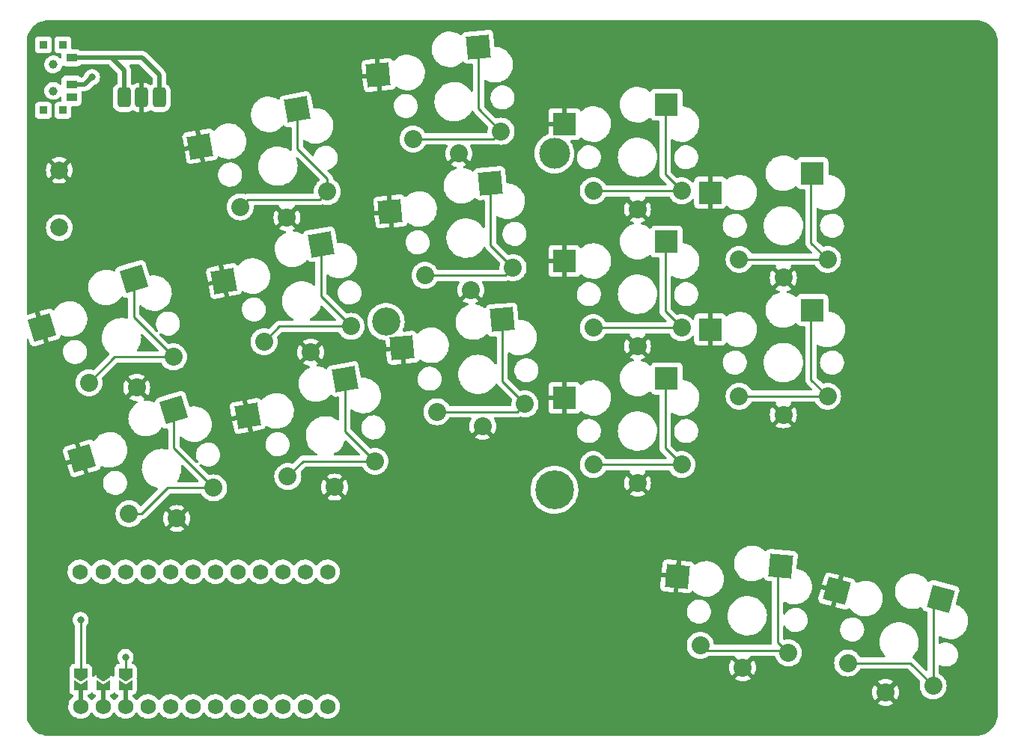
<source format=gbr>
%TF.GenerationSoftware,KiCad,Pcbnew,(6.0.4-0)*%
%TF.CreationDate,2022-06-15T11:12:54+02:00*%
%TF.ProjectId,battoota_min,62617474-6f6f-4746-915f-6d696e2e6b69,v1.0.0*%
%TF.SameCoordinates,Original*%
%TF.FileFunction,Copper,L1,Top*%
%TF.FilePolarity,Positive*%
%FSLAX46Y46*%
G04 Gerber Fmt 4.6, Leading zero omitted, Abs format (unit mm)*
G04 Created by KiCad (PCBNEW (6.0.4-0)) date 2022-06-15 11:12:54*
%MOMM*%
%LPD*%
G01*
G04 APERTURE LIST*
G04 Aperture macros list*
%AMRoundRect*
0 Rectangle with rounded corners*
0 $1 Rounding radius*
0 $2 $3 $4 $5 $6 $7 $8 $9 X,Y pos of 4 corners*
0 Add a 4 corners polygon primitive as box body*
4,1,4,$2,$3,$4,$5,$6,$7,$8,$9,$2,$3,0*
0 Add four circle primitives for the rounded corners*
1,1,$1+$1,$2,$3*
1,1,$1+$1,$4,$5*
1,1,$1+$1,$6,$7*
1,1,$1+$1,$8,$9*
0 Add four rect primitives between the rounded corners*
20,1,$1+$1,$2,$3,$4,$5,0*
20,1,$1+$1,$4,$5,$6,$7,0*
20,1,$1+$1,$6,$7,$8,$9,0*
20,1,$1+$1,$8,$9,$2,$3,0*%
%AMRotRect*
0 Rectangle, with rotation*
0 The origin of the aperture is its center*
0 $1 length*
0 $2 width*
0 $3 Rotation angle, in degrees counterclockwise*
0 Add horizontal line*
21,1,$1,$2,0,0,$3*%
%AMFreePoly0*
4,1,6,0.150000,0.000000,0.650000,-0.750000,-0.500000,-0.750000,-0.500000,0.750000,0.650000,0.750000,0.150000,0.000000,0.150000,0.000000,$1*%
%AMFreePoly1*
4,1,6,0.500000,-0.750000,-0.500000,-0.750000,-1.000000,0.000000,-0.500000,0.750000,0.500000,0.750000,0.500000,-0.750000,0.500000,-0.750000,$1*%
G04 Aperture macros list end*
%TA.AperFunction,ComponentPad*%
%ADD10C,3.500000*%
%TD*%
%TA.AperFunction,ComponentPad*%
%ADD11C,4.400000*%
%TD*%
%TA.AperFunction,ComponentPad*%
%ADD12C,3.200000*%
%TD*%
%TA.AperFunction,SMDPad,CuDef*%
%ADD13RotRect,2.600000X2.600000X345.000000*%
%TD*%
%TA.AperFunction,ComponentPad*%
%ADD14C,2.032000*%
%TD*%
%TA.AperFunction,WasherPad*%
%ADD15C,1.000000*%
%TD*%
%TA.AperFunction,SMDPad,CuDef*%
%ADD16RotRect,2.600000X2.600000X10.000000*%
%TD*%
%TA.AperFunction,SMDPad,CuDef*%
%ADD17RotRect,2.600000X2.600000X355.000000*%
%TD*%
%TA.AperFunction,SMDPad,CuDef*%
%ADD18RotRect,2.600000X2.600000X17.000000*%
%TD*%
%TA.AperFunction,SMDPad,CuDef*%
%ADD19RotRect,2.600000X2.600000X5.000000*%
%TD*%
%TA.AperFunction,SMDPad,CuDef*%
%ADD20R,2.600000X2.600000*%
%TD*%
%TA.AperFunction,ComponentPad*%
%ADD21RoundRect,0.375000X-0.375000X-0.750000X0.375000X-0.750000X0.375000X0.750000X-0.375000X0.750000X0*%
%TD*%
%TA.AperFunction,ComponentPad*%
%ADD22C,2.000000*%
%TD*%
%TA.AperFunction,SMDPad,CuDef*%
%ADD23R,0.900000X0.900000*%
%TD*%
%TA.AperFunction,SMDPad,CuDef*%
%ADD24R,1.250000X0.900000*%
%TD*%
%TA.AperFunction,ComponentPad*%
%ADD25C,1.752600*%
%TD*%
%TA.AperFunction,SMDPad,CuDef*%
%ADD26FreePoly0,90.000000*%
%TD*%
%TA.AperFunction,SMDPad,CuDef*%
%ADD27R,0.500000X1.524000*%
%TD*%
%TA.AperFunction,SMDPad,CuDef*%
%ADD28FreePoly1,90.000000*%
%TD*%
%TA.AperFunction,ViaPad*%
%ADD29C,0.800000*%
%TD*%
%TA.AperFunction,Conductor*%
%ADD30C,0.250000*%
%TD*%
%TA.AperFunction,Conductor*%
%ADD31C,0.500000*%
%TD*%
G04 APERTURE END LIST*
D10*
%TO.P,,1*%
%TO.N,N/C*%
X251714000Y-72644000D03*
D11*
X251714000Y-110744000D03*
D12*
X232664000Y-91694000D03*
%TD*%
D13*
%TO.P,S15,1*%
%TO.N,P3*%
X295408301Y-123069544D03*
D14*
X284891780Y-130345593D03*
X294551039Y-132933783D03*
D13*
%TO.P,S15,2*%
%TO.N,GND*%
X283682456Y-122205220D03*
D14*
X289177890Y-133668132D03*
%TD*%
D15*
%TO.P,T2,*%
%TO.N,*%
X195021762Y-65565501D03*
X195021762Y-62565501D03*
%TD*%
D16*
%TO.P,S3,1*%
%TO.N,P15*%
X228012910Y-98191827D03*
D14*
X231404774Y-107494159D03*
X221556696Y-109230640D03*
D16*
%TO.P,S3,2*%
%TO.N,GND*%
X217020406Y-102364040D03*
D14*
X226845396Y-110430496D03*
%TD*%
%TO.P,S14,1*%
%TO.N,P4*%
X278180757Y-129211383D03*
D17*
X277312088Y-119348142D03*
D14*
X268218810Y-128339825D03*
D17*
%TO.P,S14,2*%
%TO.N,GND*%
X265614297Y-120533120D03*
D14*
X273016756Y-130867613D03*
%TD*%
D18*
%TO.P,S1,1*%
%TO.N,P20*%
X208668478Y-101692343D03*
D14*
X203605681Y-113435689D03*
X213168728Y-110511972D03*
D18*
%TO.P,S1,2*%
%TO.N,GND*%
X198266375Y-107173105D03*
D14*
X209001185Y-113982070D03*
%TD*%
%TO.P,S6,1*%
%TO.N,P10*%
X248386226Y-101023823D03*
D19*
X245818021Y-91461270D03*
D14*
X238424279Y-101895381D03*
%TO.P,S6,2*%
%TO.N,GND*%
X243588280Y-103551611D03*
D19*
X234503715Y-94659546D03*
%TD*%
D16*
%TO.P,S5,1*%
%TO.N,P19*%
X222629817Y-67662787D03*
D14*
X226021681Y-76965119D03*
X216173603Y-78701600D03*
%TO.P,S5,2*%
%TO.N,GND*%
X221462303Y-79901456D03*
D16*
X211637313Y-71835000D03*
%TD*%
D14*
%TO.P,S13,1*%
%TO.N,P5*%
X282612000Y-84632000D03*
X272612000Y-84632000D03*
D20*
X280886999Y-74882001D03*
%TO.P,S13,2*%
%TO.N,GND*%
X269336999Y-77082000D03*
D14*
X277612000Y-86732000D03*
%TD*%
%TO.P,S11,1*%
%TO.N,P7*%
X256112000Y-76882000D03*
D20*
X264386999Y-67132001D03*
D14*
X266112000Y-76882000D03*
%TO.P,S11,2*%
%TO.N,GND*%
X261112000Y-78982000D03*
D20*
X252836999Y-69332000D03*
%TD*%
D14*
%TO.P,S12,1*%
%TO.N,P6*%
X282612000Y-100132000D03*
D20*
X280886999Y-90382001D03*
D14*
X272612000Y-100132000D03*
D20*
%TO.P,S12,2*%
%TO.N,GND*%
X269336999Y-92582000D03*
D14*
X277612000Y-102232000D03*
%TD*%
%TO.P,S8,1*%
%TO.N,P14*%
X245684397Y-70141787D03*
X235722450Y-71013345D03*
D19*
X243116192Y-60579234D03*
%TO.P,S8,2*%
%TO.N,GND*%
X231801886Y-63777510D03*
D14*
X240886451Y-72669575D03*
%TD*%
D21*
%TO.P,PAD1,1*%
%TO.N,BRAW*%
X207035346Y-66324116D03*
%TO.P,PAD1,2*%
%TO.N,GND*%
X205035346Y-66324116D03*
%TO.P,PAD1,3*%
%TO.N,BRAW*%
X203035346Y-66324116D03*
%TD*%
D20*
%TO.P,S9,1*%
%TO.N,P9*%
X264386999Y-98132001D03*
D14*
X266112000Y-107882000D03*
X256112000Y-107882000D03*
D20*
%TO.P,S9,2*%
%TO.N,GND*%
X252836999Y-100332000D03*
D14*
X261112000Y-109982000D03*
%TD*%
D20*
%TO.P,S10,1*%
%TO.N,P8*%
X264386999Y-82632001D03*
D14*
X266112000Y-92382000D03*
X256112000Y-92382000D03*
D20*
%TO.P,S10,2*%
%TO.N,GND*%
X252836999Y-84832000D03*
D14*
X261112000Y-94482000D03*
%TD*%
%TO.P,S2,1*%
%TO.N,P21*%
X208636967Y-95689248D03*
D18*
X204136717Y-86869619D03*
D14*
X199073920Y-98612965D03*
%TO.P,S2,2*%
%TO.N,GND*%
X204469424Y-99159346D03*
D18*
X193734614Y-92350381D03*
%TD*%
D22*
%TO.P,B1,1*%
%TO.N,GND*%
X195707000Y-74549000D03*
%TO.P,B1,2*%
%TO.N,RST*%
X195707000Y-81049000D03*
%TD*%
D23*
%TO.P,T1,*%
%TO.N,*%
X196121762Y-60365501D03*
X193921762Y-67765501D03*
X193921762Y-60365501D03*
X196121762Y-67765501D03*
D24*
%TO.P,T1,1*%
%TO.N,BRAW*%
X197096762Y-61815501D03*
%TO.P,T1,2*%
%TO.N,RAW*%
X197096762Y-64815501D03*
%TO.P,T1,3*%
%TO.N,N/C*%
X197096762Y-66315501D03*
%TD*%
D16*
%TO.P,S4,1*%
%TO.N,P18*%
X225321363Y-82927307D03*
D14*
X228713227Y-92229639D03*
X218865149Y-93966120D03*
D16*
%TO.P,S4,2*%
%TO.N,GND*%
X214328859Y-87099520D03*
D14*
X224153849Y-95165976D03*
%TD*%
%TO.P,S7,1*%
%TO.N,P16*%
X247035312Y-85582805D03*
D19*
X244467107Y-76020252D03*
D14*
X237073365Y-86454363D03*
D19*
%TO.P,S7,2*%
%TO.N,GND*%
X233152801Y-79218528D03*
D14*
X242237366Y-88110593D03*
%TD*%
D25*
%TO.P,MCU1,*%
%TO.N,*%
X203200000Y-120015000D03*
D26*
X198120000Y-132921477D03*
D25*
X198036254Y-120015000D03*
X200660000Y-120015000D03*
X203200000Y-135255000D03*
X200660000Y-135255000D03*
D27*
X200660000Y-133871477D03*
X203200000Y-133871477D03*
D26*
X203200000Y-132921477D03*
D27*
X198120000Y-133871477D03*
D25*
X198120000Y-135255000D03*
D26*
X200660000Y-132921477D03*
D28*
%TO.P,MCU1,1*%
%TO.N,RAW*%
X198120000Y-131471477D03*
%TO.P,MCU1,2*%
%TO.N,GND*%
X200660000Y-131471477D03*
%TO.P,MCU1,3*%
%TO.N,RST*%
X203200000Y-131471477D03*
D25*
%TO.P,MCU1,4*%
%TO.N,N/C*%
X205740000Y-120015000D03*
%TO.P,MCU1,5*%
%TO.N,P21*%
X208280000Y-120015000D03*
%TO.P,MCU1,6*%
%TO.N,P20*%
X210820000Y-120015000D03*
%TO.P,MCU1,7*%
%TO.N,P19*%
X213360000Y-120015000D03*
%TO.P,MCU1,8*%
%TO.N,P18*%
X215900000Y-120015000D03*
%TO.P,MCU1,9*%
%TO.N,P15*%
X218440000Y-120015000D03*
%TO.P,MCU1,10*%
%TO.N,P14*%
X220980000Y-120015000D03*
%TO.P,MCU1,11*%
%TO.N,P16*%
X223520000Y-120015000D03*
%TO.P,MCU1,12*%
%TO.N,P10*%
X226060000Y-120015000D03*
%TO.P,MCU1,16*%
%TO.N,N/C*%
X205740000Y-135255000D03*
%TO.P,MCU1,17*%
%TO.N,P2*%
X208280000Y-135255000D03*
%TO.P,MCU1,18*%
%TO.N,P3*%
X210820000Y-135255000D03*
%TO.P,MCU1,19*%
%TO.N,P4*%
X213360000Y-135255000D03*
%TO.P,MCU1,20*%
%TO.N,P5*%
X215900000Y-135255000D03*
%TO.P,MCU1,21*%
%TO.N,P6*%
X218440000Y-135255000D03*
%TO.P,MCU1,22*%
%TO.N,P7*%
X220980000Y-135255000D03*
%TO.P,MCU1,23*%
%TO.N,P8*%
X223520000Y-135255000D03*
%TO.P,MCU1,24*%
%TO.N,P9*%
X226060000Y-135255000D03*
%TD*%
D29*
%TO.N,GND*%
X200660000Y-127635000D03*
%TO.N,RAW*%
X198120000Y-125476000D03*
X199409061Y-64013474D03*
%TO.N,RST*%
X203200000Y-129667000D03*
%TD*%
D30*
%TO.N,GND*%
X200660000Y-127635000D02*
X200660000Y-131471477D01*
X200660000Y-127635000D02*
X200660000Y-127254000D01*
D31*
%TO.N,RAW*%
X198607034Y-64815501D02*
X199409061Y-64013474D01*
X197096762Y-64815501D02*
X198607034Y-64815501D01*
D30*
X198120000Y-131471477D02*
X198120000Y-125476000D01*
%TO.N,RST*%
X203200000Y-131471477D02*
X203200000Y-129667000D01*
%TO.N,P9*%
X264237479Y-106007479D02*
X264237479Y-98281521D01*
X264237479Y-98281521D02*
X264386999Y-98132001D01*
X256112000Y-107882000D02*
X266112000Y-107882000D01*
X266112000Y-107882000D02*
X264237479Y-106007479D01*
%TO.N,P8*%
X256112000Y-92382000D02*
X266112000Y-92382000D01*
X264237479Y-90507479D02*
X266112000Y-92382000D01*
X264386999Y-82632001D02*
X264237479Y-82781521D01*
X264237479Y-82781521D02*
X264237479Y-90507479D01*
%TO.N,P7*%
X256112000Y-76882000D02*
X266112000Y-76882000D01*
X264237479Y-67281521D02*
X264386999Y-67132001D01*
X264237479Y-75007479D02*
X264237479Y-67281521D01*
X266112000Y-76882000D02*
X264237479Y-75007479D01*
%TO.N,P6*%
X272612000Y-100132000D02*
X282612000Y-100132000D01*
X280886999Y-90382001D02*
X280737479Y-90531521D01*
X280737479Y-98257479D02*
X282612000Y-100132000D01*
X280737479Y-90531521D02*
X280737479Y-98257479D01*
%TO.N,P5*%
X280737479Y-75031521D02*
X280737479Y-82757479D01*
X280886999Y-74882001D02*
X280737479Y-75031521D01*
X272612000Y-84632000D02*
X282612000Y-84632000D01*
X280737479Y-82757479D02*
X282612000Y-84632000D01*
%TO.N,P4*%
X277874374Y-128905000D02*
X278180757Y-129211383D01*
X276964261Y-119695969D02*
X276964261Y-127994887D01*
X268218810Y-128339825D02*
X268783985Y-128905000D01*
X268783985Y-128905000D02*
X277874374Y-128905000D01*
X277312088Y-119348142D02*
X276964261Y-119695969D01*
X276964261Y-127994887D02*
X278180757Y-129211383D01*
%TO.N,P3*%
X291962849Y-130345593D02*
X294551039Y-132933783D01*
X294551039Y-123926806D02*
X294551039Y-132933783D01*
X295408301Y-123069544D02*
X294551039Y-123926806D01*
X284891780Y-130345593D02*
X291962849Y-130345593D01*
%TO.N,P10*%
X245818021Y-98455618D02*
X248386226Y-101023823D01*
X238424279Y-101895381D02*
X247514668Y-101895381D01*
X247514668Y-101895381D02*
X248386226Y-101023823D01*
X245818021Y-91461270D02*
X245818021Y-98455618D01*
%TO.N,P16*%
X246163754Y-86454363D02*
X247035312Y-85582805D01*
X244467107Y-76020252D02*
X244467107Y-83014600D01*
X244467107Y-83014600D02*
X247035312Y-85582805D01*
X237073365Y-86454363D02*
X246163754Y-86454363D01*
%TO.N,P14*%
X244812839Y-71013345D02*
X245684397Y-70141787D01*
X235722450Y-71013345D02*
X244812839Y-71013345D01*
X243116192Y-60579234D02*
X243116192Y-67573582D01*
X243116192Y-67573582D02*
X245684397Y-70141787D01*
%TO.N,P15*%
X221556696Y-109230640D02*
X223293177Y-107494159D01*
X228012910Y-104102295D02*
X228012910Y-98191827D01*
X223293177Y-107494159D02*
X231404774Y-107494159D01*
X231404774Y-107494159D02*
X228012910Y-104102295D01*
%TO.N,P18*%
X225321363Y-82927307D02*
X225321363Y-88837775D01*
X228713227Y-92229639D02*
X220601630Y-92229639D01*
X220601630Y-92229639D02*
X218865149Y-93966120D01*
X225321363Y-88837775D02*
X228713227Y-92229639D01*
%TO.N,P19*%
X216173603Y-78701600D02*
X217024203Y-77851000D01*
X226021681Y-76965119D02*
X226021681Y-75528279D01*
X217024203Y-77851000D02*
X225135800Y-77851000D01*
X226021681Y-75528279D02*
X222629817Y-72136415D01*
X225135800Y-77851000D02*
X226021681Y-76965119D01*
X222629817Y-72136415D02*
X222629817Y-67662787D01*
%TO.N,P20*%
X203605681Y-113435689D02*
X205042521Y-113435689D01*
X207966238Y-110511972D02*
X213168728Y-110511972D01*
X208668478Y-106011722D02*
X208668478Y-101692343D01*
X213168728Y-110511972D02*
X208668478Y-106011722D01*
X205042521Y-113435689D02*
X207966238Y-110511972D01*
%TO.N,P21*%
X204136717Y-91188998D02*
X204136717Y-86869619D01*
X199073920Y-98612965D02*
X201997637Y-95689248D01*
X201997637Y-95689248D02*
X208636967Y-95689248D01*
X208636967Y-95689248D02*
X204136717Y-91188998D01*
D31*
%TO.N,BRAW*%
X203035346Y-63202816D02*
X203035346Y-66324116D01*
X197096762Y-61815501D02*
X205066731Y-61815501D01*
X197096762Y-61815501D02*
X201648031Y-61815501D01*
X207035346Y-63784116D02*
X207035346Y-66324116D01*
X201648031Y-61815501D02*
X203035346Y-63202816D01*
X205066731Y-61815501D02*
X207035346Y-63784116D01*
%TD*%
%TA.AperFunction,Conductor*%
%TO.N,GND*%
G36*
X299349677Y-57551872D02*
G01*
X299364511Y-57554182D01*
X299364514Y-57554182D01*
X299373384Y-57555563D01*
X299390584Y-57553314D01*
X299414519Y-57552480D01*
X299672377Y-57568073D01*
X299687480Y-57569907D01*
X299968426Y-57621388D01*
X299983200Y-57625029D01*
X300255898Y-57710001D01*
X300270124Y-57715396D01*
X300530590Y-57832617D01*
X300544061Y-57839687D01*
X300666281Y-57913570D01*
X300788499Y-57987451D01*
X300801021Y-57996094D01*
X301025863Y-58172241D01*
X301037252Y-58182330D01*
X301239226Y-58384299D01*
X301249316Y-58395688D01*
X301425468Y-58620524D01*
X301434112Y-58633046D01*
X301581883Y-58877484D01*
X301588954Y-58890955D01*
X301676358Y-59085152D01*
X301706183Y-59151419D01*
X301711578Y-59165646D01*
X301796554Y-59438333D01*
X301800196Y-59453107D01*
X301851685Y-59734059D01*
X301853519Y-59749163D01*
X301868660Y-59999428D01*
X301867390Y-60026421D01*
X301867342Y-60026726D01*
X301867342Y-60026733D01*
X301865961Y-60035601D01*
X301867125Y-60044502D01*
X301867125Y-60044506D01*
X301870088Y-60067160D01*
X301871152Y-60083498D01*
X301871152Y-136046532D01*
X301869652Y-136065917D01*
X301867342Y-136080750D01*
X301867342Y-136080754D01*
X301865961Y-136089623D01*
X301867605Y-136102192D01*
X301868210Y-136106818D01*
X301869043Y-136130762D01*
X301853446Y-136388607D01*
X301851612Y-136403711D01*
X301842976Y-136450838D01*
X301807775Y-136642927D01*
X301800129Y-136684648D01*
X301796489Y-136699416D01*
X301711511Y-136972118D01*
X301706115Y-136986344D01*
X301588895Y-137246794D01*
X301581829Y-137260259D01*
X301473076Y-137440155D01*
X301434060Y-137504694D01*
X301425417Y-137517215D01*
X301249267Y-137742053D01*
X301239177Y-137753442D01*
X301037213Y-137955402D01*
X301025824Y-137965492D01*
X300800981Y-138141642D01*
X300788458Y-138150285D01*
X300544037Y-138298039D01*
X300530565Y-138305110D01*
X300270100Y-138422332D01*
X300255873Y-138427727D01*
X299983186Y-138512696D01*
X299968414Y-138516337D01*
X299687470Y-138567818D01*
X299672372Y-138569651D01*
X299421536Y-138584820D01*
X299395623Y-138583600D01*
X299394811Y-138583590D01*
X299385936Y-138582208D01*
X299377033Y-138583372D01*
X299354364Y-138586336D01*
X299338029Y-138587399D01*
X194555703Y-138587399D01*
X194536319Y-138585899D01*
X194521485Y-138583589D01*
X194521482Y-138583589D01*
X194512612Y-138582208D01*
X194495412Y-138584457D01*
X194471478Y-138585291D01*
X194233485Y-138570898D01*
X194213628Y-138569697D01*
X194198523Y-138567863D01*
X193917586Y-138516382D01*
X193902812Y-138512741D01*
X193719391Y-138455586D01*
X193630123Y-138427769D01*
X193615899Y-138422375D01*
X193355429Y-138305148D01*
X193341964Y-138298080D01*
X193244999Y-138239462D01*
X193097541Y-138150319D01*
X193085019Y-138141676D01*
X192860181Y-137965526D01*
X192848792Y-137955436D01*
X192646830Y-137753470D01*
X192636740Y-137742080D01*
X192460602Y-137517250D01*
X192451958Y-137504728D01*
X192304194Y-137260286D01*
X192297124Y-137246813D01*
X192179912Y-136986366D01*
X192174516Y-136972138D01*
X192089548Y-136699442D01*
X192085907Y-136684669D01*
X192034430Y-136403723D01*
X192032597Y-136388618D01*
X192017430Y-136137744D01*
X192018640Y-136112049D01*
X192018652Y-136111066D01*
X192020034Y-136102192D01*
X192015906Y-136070615D01*
X192014843Y-136054282D01*
X192014843Y-135221050D01*
X196730869Y-135221050D01*
X196731166Y-135226202D01*
X196731166Y-135226206D01*
X196735983Y-135309740D01*
X196743977Y-135448387D01*
X196794039Y-135670531D01*
X196795983Y-135675317D01*
X196795984Y-135675322D01*
X196877767Y-135876728D01*
X196879711Y-135881515D01*
X196953571Y-136002044D01*
X196995990Y-136071264D01*
X196998692Y-136075674D01*
X197147786Y-136247793D01*
X197322989Y-136393249D01*
X197327441Y-136395851D01*
X197327446Y-136395854D01*
X197421540Y-136450838D01*
X197519597Y-136508138D01*
X197732329Y-136589372D01*
X197737395Y-136590403D01*
X197737396Y-136590403D01*
X197789630Y-136601030D01*
X197955472Y-136634771D01*
X198083288Y-136639458D01*
X198177870Y-136642927D01*
X198177875Y-136642927D01*
X198183034Y-136643116D01*
X198188154Y-136642460D01*
X198188156Y-136642460D01*
X198260344Y-136633212D01*
X198408903Y-136614181D01*
X198413852Y-136612696D01*
X198413858Y-136612695D01*
X198540204Y-136574789D01*
X198627013Y-136548745D01*
X198831507Y-136448564D01*
X198835711Y-136445566D01*
X198835715Y-136445563D01*
X198915564Y-136388607D01*
X199016893Y-136316330D01*
X199178193Y-136155592D01*
X199200766Y-136124179D01*
X199288528Y-136002044D01*
X199344523Y-135958396D01*
X199415226Y-135951950D01*
X199478191Y-135984753D01*
X199498283Y-136009735D01*
X199535989Y-136071264D01*
X199535992Y-136071269D01*
X199538692Y-136075674D01*
X199687786Y-136247793D01*
X199862989Y-136393249D01*
X199867441Y-136395851D01*
X199867446Y-136395854D01*
X199961540Y-136450838D01*
X200059597Y-136508138D01*
X200272329Y-136589372D01*
X200277395Y-136590403D01*
X200277396Y-136590403D01*
X200329630Y-136601030D01*
X200495472Y-136634771D01*
X200623288Y-136639458D01*
X200717870Y-136642927D01*
X200717875Y-136642927D01*
X200723034Y-136643116D01*
X200728154Y-136642460D01*
X200728156Y-136642460D01*
X200800344Y-136633212D01*
X200948903Y-136614181D01*
X200953852Y-136612696D01*
X200953858Y-136612695D01*
X201080204Y-136574789D01*
X201167013Y-136548745D01*
X201371507Y-136448564D01*
X201375711Y-136445566D01*
X201375715Y-136445563D01*
X201455564Y-136388607D01*
X201556893Y-136316330D01*
X201718193Y-136155592D01*
X201740766Y-136124179D01*
X201828528Y-136002044D01*
X201884523Y-135958396D01*
X201955226Y-135951950D01*
X202018191Y-135984753D01*
X202038283Y-136009735D01*
X202075989Y-136071264D01*
X202075992Y-136071269D01*
X202078692Y-136075674D01*
X202227786Y-136247793D01*
X202402989Y-136393249D01*
X202407441Y-136395851D01*
X202407446Y-136395854D01*
X202501540Y-136450838D01*
X202599597Y-136508138D01*
X202812329Y-136589372D01*
X202817395Y-136590403D01*
X202817396Y-136590403D01*
X202869630Y-136601030D01*
X203035472Y-136634771D01*
X203163288Y-136639458D01*
X203257870Y-136642927D01*
X203257875Y-136642927D01*
X203263034Y-136643116D01*
X203268154Y-136642460D01*
X203268156Y-136642460D01*
X203340344Y-136633212D01*
X203488903Y-136614181D01*
X203493852Y-136612696D01*
X203493858Y-136612695D01*
X203620204Y-136574789D01*
X203707013Y-136548745D01*
X203911507Y-136448564D01*
X203915711Y-136445566D01*
X203915715Y-136445563D01*
X203995564Y-136388607D01*
X204096893Y-136316330D01*
X204258193Y-136155592D01*
X204280766Y-136124179D01*
X204368528Y-136002044D01*
X204424523Y-135958396D01*
X204495226Y-135951950D01*
X204558191Y-135984753D01*
X204578283Y-136009735D01*
X204615989Y-136071264D01*
X204615992Y-136071269D01*
X204618692Y-136075674D01*
X204767786Y-136247793D01*
X204942989Y-136393249D01*
X204947441Y-136395851D01*
X204947446Y-136395854D01*
X205041540Y-136450838D01*
X205139597Y-136508138D01*
X205352329Y-136589372D01*
X205357395Y-136590403D01*
X205357396Y-136590403D01*
X205409630Y-136601030D01*
X205575472Y-136634771D01*
X205703288Y-136639458D01*
X205797870Y-136642927D01*
X205797875Y-136642927D01*
X205803034Y-136643116D01*
X205808154Y-136642460D01*
X205808156Y-136642460D01*
X205880344Y-136633212D01*
X206028903Y-136614181D01*
X206033852Y-136612696D01*
X206033858Y-136612695D01*
X206160204Y-136574789D01*
X206247013Y-136548745D01*
X206451507Y-136448564D01*
X206455711Y-136445566D01*
X206455715Y-136445563D01*
X206535564Y-136388607D01*
X206636893Y-136316330D01*
X206798193Y-136155592D01*
X206820766Y-136124179D01*
X206908528Y-136002044D01*
X206964523Y-135958396D01*
X207035226Y-135951950D01*
X207098191Y-135984753D01*
X207118283Y-136009735D01*
X207155989Y-136071264D01*
X207155992Y-136071269D01*
X207158692Y-136075674D01*
X207307786Y-136247793D01*
X207482989Y-136393249D01*
X207487441Y-136395851D01*
X207487446Y-136395854D01*
X207581540Y-136450838D01*
X207679597Y-136508138D01*
X207892329Y-136589372D01*
X207897395Y-136590403D01*
X207897396Y-136590403D01*
X207949630Y-136601030D01*
X208115472Y-136634771D01*
X208243288Y-136639458D01*
X208337870Y-136642927D01*
X208337875Y-136642927D01*
X208343034Y-136643116D01*
X208348154Y-136642460D01*
X208348156Y-136642460D01*
X208420344Y-136633212D01*
X208568903Y-136614181D01*
X208573852Y-136612696D01*
X208573858Y-136612695D01*
X208700204Y-136574789D01*
X208787013Y-136548745D01*
X208991507Y-136448564D01*
X208995711Y-136445566D01*
X208995715Y-136445563D01*
X209075564Y-136388607D01*
X209176893Y-136316330D01*
X209338193Y-136155592D01*
X209360766Y-136124179D01*
X209448528Y-136002044D01*
X209504523Y-135958396D01*
X209575226Y-135951950D01*
X209638191Y-135984753D01*
X209658283Y-136009735D01*
X209695989Y-136071264D01*
X209695992Y-136071269D01*
X209698692Y-136075674D01*
X209847786Y-136247793D01*
X210022989Y-136393249D01*
X210027441Y-136395851D01*
X210027446Y-136395854D01*
X210121540Y-136450838D01*
X210219597Y-136508138D01*
X210432329Y-136589372D01*
X210437395Y-136590403D01*
X210437396Y-136590403D01*
X210489630Y-136601030D01*
X210655472Y-136634771D01*
X210783288Y-136639458D01*
X210877870Y-136642927D01*
X210877875Y-136642927D01*
X210883034Y-136643116D01*
X210888154Y-136642460D01*
X210888156Y-136642460D01*
X210960344Y-136633212D01*
X211108903Y-136614181D01*
X211113852Y-136612696D01*
X211113858Y-136612695D01*
X211240204Y-136574789D01*
X211327013Y-136548745D01*
X211531507Y-136448564D01*
X211535711Y-136445566D01*
X211535715Y-136445563D01*
X211615564Y-136388607D01*
X211716893Y-136316330D01*
X211878193Y-136155592D01*
X211900766Y-136124179D01*
X211988528Y-136002044D01*
X212044523Y-135958396D01*
X212115226Y-135951950D01*
X212178191Y-135984753D01*
X212198283Y-136009735D01*
X212235989Y-136071264D01*
X212235992Y-136071269D01*
X212238692Y-136075674D01*
X212387786Y-136247793D01*
X212562989Y-136393249D01*
X212567441Y-136395851D01*
X212567446Y-136395854D01*
X212661540Y-136450838D01*
X212759597Y-136508138D01*
X212972329Y-136589372D01*
X212977395Y-136590403D01*
X212977396Y-136590403D01*
X213029630Y-136601030D01*
X213195472Y-136634771D01*
X213323288Y-136639458D01*
X213417870Y-136642927D01*
X213417875Y-136642927D01*
X213423034Y-136643116D01*
X213428154Y-136642460D01*
X213428156Y-136642460D01*
X213500344Y-136633212D01*
X213648903Y-136614181D01*
X213653852Y-136612696D01*
X213653858Y-136612695D01*
X213780204Y-136574789D01*
X213867013Y-136548745D01*
X214071507Y-136448564D01*
X214075711Y-136445566D01*
X214075715Y-136445563D01*
X214155564Y-136388607D01*
X214256893Y-136316330D01*
X214418193Y-136155592D01*
X214440766Y-136124179D01*
X214528528Y-136002044D01*
X214584523Y-135958396D01*
X214655226Y-135951950D01*
X214718191Y-135984753D01*
X214738283Y-136009735D01*
X214775989Y-136071264D01*
X214775992Y-136071269D01*
X214778692Y-136075674D01*
X214927786Y-136247793D01*
X215102989Y-136393249D01*
X215107441Y-136395851D01*
X215107446Y-136395854D01*
X215201540Y-136450838D01*
X215299597Y-136508138D01*
X215512329Y-136589372D01*
X215517395Y-136590403D01*
X215517396Y-136590403D01*
X215569630Y-136601030D01*
X215735472Y-136634771D01*
X215863288Y-136639458D01*
X215957870Y-136642927D01*
X215957875Y-136642927D01*
X215963034Y-136643116D01*
X215968154Y-136642460D01*
X215968156Y-136642460D01*
X216040344Y-136633212D01*
X216188903Y-136614181D01*
X216193852Y-136612696D01*
X216193858Y-136612695D01*
X216320204Y-136574789D01*
X216407013Y-136548745D01*
X216611507Y-136448564D01*
X216615711Y-136445566D01*
X216615715Y-136445563D01*
X216695564Y-136388607D01*
X216796893Y-136316330D01*
X216958193Y-136155592D01*
X216980766Y-136124179D01*
X217068528Y-136002044D01*
X217124523Y-135958396D01*
X217195226Y-135951950D01*
X217258191Y-135984753D01*
X217278283Y-136009735D01*
X217315989Y-136071264D01*
X217315992Y-136071269D01*
X217318692Y-136075674D01*
X217467786Y-136247793D01*
X217642989Y-136393249D01*
X217647441Y-136395851D01*
X217647446Y-136395854D01*
X217741540Y-136450838D01*
X217839597Y-136508138D01*
X218052329Y-136589372D01*
X218057395Y-136590403D01*
X218057396Y-136590403D01*
X218109630Y-136601030D01*
X218275472Y-136634771D01*
X218403288Y-136639458D01*
X218497870Y-136642927D01*
X218497875Y-136642927D01*
X218503034Y-136643116D01*
X218508154Y-136642460D01*
X218508156Y-136642460D01*
X218580344Y-136633212D01*
X218728903Y-136614181D01*
X218733852Y-136612696D01*
X218733858Y-136612695D01*
X218860204Y-136574789D01*
X218947013Y-136548745D01*
X219151507Y-136448564D01*
X219155711Y-136445566D01*
X219155715Y-136445563D01*
X219235564Y-136388607D01*
X219336893Y-136316330D01*
X219498193Y-136155592D01*
X219520766Y-136124179D01*
X219608528Y-136002044D01*
X219664523Y-135958396D01*
X219735226Y-135951950D01*
X219798191Y-135984753D01*
X219818283Y-136009735D01*
X219855989Y-136071264D01*
X219855992Y-136071269D01*
X219858692Y-136075674D01*
X220007786Y-136247793D01*
X220182989Y-136393249D01*
X220187441Y-136395851D01*
X220187446Y-136395854D01*
X220281540Y-136450838D01*
X220379597Y-136508138D01*
X220592329Y-136589372D01*
X220597395Y-136590403D01*
X220597396Y-136590403D01*
X220649630Y-136601030D01*
X220815472Y-136634771D01*
X220943288Y-136639458D01*
X221037870Y-136642927D01*
X221037875Y-136642927D01*
X221043034Y-136643116D01*
X221048154Y-136642460D01*
X221048156Y-136642460D01*
X221120344Y-136633212D01*
X221268903Y-136614181D01*
X221273852Y-136612696D01*
X221273858Y-136612695D01*
X221400204Y-136574789D01*
X221487013Y-136548745D01*
X221691507Y-136448564D01*
X221695711Y-136445566D01*
X221695715Y-136445563D01*
X221775564Y-136388607D01*
X221876893Y-136316330D01*
X222038193Y-136155592D01*
X222060766Y-136124179D01*
X222148528Y-136002044D01*
X222204523Y-135958396D01*
X222275226Y-135951950D01*
X222338191Y-135984753D01*
X222358283Y-136009735D01*
X222395989Y-136071264D01*
X222395992Y-136071269D01*
X222398692Y-136075674D01*
X222547786Y-136247793D01*
X222722989Y-136393249D01*
X222727441Y-136395851D01*
X222727446Y-136395854D01*
X222821540Y-136450838D01*
X222919597Y-136508138D01*
X223132329Y-136589372D01*
X223137395Y-136590403D01*
X223137396Y-136590403D01*
X223189630Y-136601030D01*
X223355472Y-136634771D01*
X223483288Y-136639458D01*
X223577870Y-136642927D01*
X223577875Y-136642927D01*
X223583034Y-136643116D01*
X223588154Y-136642460D01*
X223588156Y-136642460D01*
X223660344Y-136633212D01*
X223808903Y-136614181D01*
X223813852Y-136612696D01*
X223813858Y-136612695D01*
X223940204Y-136574789D01*
X224027013Y-136548745D01*
X224231507Y-136448564D01*
X224235711Y-136445566D01*
X224235715Y-136445563D01*
X224315564Y-136388607D01*
X224416893Y-136316330D01*
X224578193Y-136155592D01*
X224600766Y-136124179D01*
X224688528Y-136002044D01*
X224744523Y-135958396D01*
X224815226Y-135951950D01*
X224878191Y-135984753D01*
X224898283Y-136009735D01*
X224935989Y-136071264D01*
X224935992Y-136071269D01*
X224938692Y-136075674D01*
X225087786Y-136247793D01*
X225262989Y-136393249D01*
X225267441Y-136395851D01*
X225267446Y-136395854D01*
X225361540Y-136450838D01*
X225459597Y-136508138D01*
X225672329Y-136589372D01*
X225677395Y-136590403D01*
X225677396Y-136590403D01*
X225729630Y-136601030D01*
X225895472Y-136634771D01*
X226023288Y-136639458D01*
X226117870Y-136642927D01*
X226117875Y-136642927D01*
X226123034Y-136643116D01*
X226128154Y-136642460D01*
X226128156Y-136642460D01*
X226200344Y-136633212D01*
X226348903Y-136614181D01*
X226353852Y-136612696D01*
X226353858Y-136612695D01*
X226480204Y-136574789D01*
X226567013Y-136548745D01*
X226771507Y-136448564D01*
X226775711Y-136445566D01*
X226775715Y-136445563D01*
X226855564Y-136388607D01*
X226956893Y-136316330D01*
X227118193Y-136155592D01*
X227140766Y-136124179D01*
X227248055Y-135974869D01*
X227251073Y-135970669D01*
X227351967Y-135766526D01*
X227418164Y-135548646D01*
X227430700Y-135453430D01*
X227447450Y-135326201D01*
X227447451Y-135326194D01*
X227447887Y-135322879D01*
X227449546Y-135255000D01*
X227438708Y-135123179D01*
X227431311Y-135033202D01*
X227431310Y-135033196D01*
X227430887Y-135028051D01*
X227401847Y-134912438D01*
X288298414Y-134912438D01*
X288304141Y-134920088D01*
X288479649Y-135027639D01*
X288488443Y-135032120D01*
X288700919Y-135120130D01*
X288710304Y-135123179D01*
X288933934Y-135176869D01*
X288943681Y-135178412D01*
X289172960Y-135196457D01*
X289182820Y-135196457D01*
X289412099Y-135178412D01*
X289421846Y-135176869D01*
X289645476Y-135123179D01*
X289654861Y-135120130D01*
X289867337Y-135032120D01*
X289876131Y-135027639D01*
X290047973Y-134922335D01*
X290057433Y-134911879D01*
X290053649Y-134903101D01*
X289190702Y-134040154D01*
X289176758Y-134032540D01*
X289174925Y-134032671D01*
X289168310Y-134036922D01*
X288305174Y-134900058D01*
X288298414Y-134912438D01*
X227401847Y-134912438D01*
X227375413Y-134807197D01*
X227373354Y-134802461D01*
X227286672Y-134603106D01*
X227286670Y-134603103D01*
X227284612Y-134598369D01*
X227160923Y-134407175D01*
X227007668Y-134238750D01*
X226828963Y-134097618D01*
X226629607Y-133987567D01*
X226434058Y-133918319D01*
X226419829Y-133913280D01*
X226419825Y-133913279D01*
X226414954Y-133911554D01*
X226409861Y-133910647D01*
X226409858Y-133910646D01*
X226195857Y-133872527D01*
X226195851Y-133872526D01*
X226190768Y-133871621D01*
X226103698Y-133870557D01*
X225968239Y-133868902D01*
X225968237Y-133868902D01*
X225963070Y-133868839D01*
X225737976Y-133903283D01*
X225521529Y-133974029D01*
X225461041Y-134005517D01*
X225324660Y-134076513D01*
X225319544Y-134079176D01*
X225315411Y-134082279D01*
X225315408Y-134082281D01*
X225231737Y-134145103D01*
X225137444Y-134215900D01*
X224980120Y-134380530D01*
X224976213Y-134386258D01*
X224893784Y-134507094D01*
X224838873Y-134552096D01*
X224768348Y-134560267D01*
X224704601Y-134529013D01*
X224683904Y-134504529D01*
X224623731Y-134411515D01*
X224623729Y-134411512D01*
X224620923Y-134407175D01*
X224467668Y-134238750D01*
X224288963Y-134097618D01*
X224089607Y-133987567D01*
X223894058Y-133918319D01*
X223879829Y-133913280D01*
X223879825Y-133913279D01*
X223874954Y-133911554D01*
X223869861Y-133910647D01*
X223869858Y-133910646D01*
X223655857Y-133872527D01*
X223655851Y-133872526D01*
X223650768Y-133871621D01*
X223563698Y-133870557D01*
X223428239Y-133868902D01*
X223428237Y-133868902D01*
X223423070Y-133868839D01*
X223197976Y-133903283D01*
X222981529Y-133974029D01*
X222921041Y-134005517D01*
X222784660Y-134076513D01*
X222779544Y-134079176D01*
X222775411Y-134082279D01*
X222775408Y-134082281D01*
X222691737Y-134145103D01*
X222597444Y-134215900D01*
X222440120Y-134380530D01*
X222436213Y-134386258D01*
X222353784Y-134507094D01*
X222298873Y-134552096D01*
X222228348Y-134560267D01*
X222164601Y-134529013D01*
X222143904Y-134504529D01*
X222083731Y-134411515D01*
X222083729Y-134411512D01*
X222080923Y-134407175D01*
X221927668Y-134238750D01*
X221748963Y-134097618D01*
X221549607Y-133987567D01*
X221354058Y-133918319D01*
X221339829Y-133913280D01*
X221339825Y-133913279D01*
X221334954Y-133911554D01*
X221329861Y-133910647D01*
X221329858Y-133910646D01*
X221115857Y-133872527D01*
X221115851Y-133872526D01*
X221110768Y-133871621D01*
X221023698Y-133870557D01*
X220888239Y-133868902D01*
X220888237Y-133868902D01*
X220883070Y-133868839D01*
X220657976Y-133903283D01*
X220441529Y-133974029D01*
X220381041Y-134005517D01*
X220244660Y-134076513D01*
X220239544Y-134079176D01*
X220235411Y-134082279D01*
X220235408Y-134082281D01*
X220151737Y-134145103D01*
X220057444Y-134215900D01*
X219900120Y-134380530D01*
X219896213Y-134386258D01*
X219813784Y-134507094D01*
X219758873Y-134552096D01*
X219688348Y-134560267D01*
X219624601Y-134529013D01*
X219603904Y-134504529D01*
X219543731Y-134411515D01*
X219543729Y-134411512D01*
X219540923Y-134407175D01*
X219387668Y-134238750D01*
X219208963Y-134097618D01*
X219009607Y-133987567D01*
X218814058Y-133918319D01*
X218799829Y-133913280D01*
X218799825Y-133913279D01*
X218794954Y-133911554D01*
X218789861Y-133910647D01*
X218789858Y-133910646D01*
X218575857Y-133872527D01*
X218575851Y-133872526D01*
X218570768Y-133871621D01*
X218483698Y-133870557D01*
X218348239Y-133868902D01*
X218348237Y-133868902D01*
X218343070Y-133868839D01*
X218117976Y-133903283D01*
X217901529Y-133974029D01*
X217841041Y-134005517D01*
X217704660Y-134076513D01*
X217699544Y-134079176D01*
X217695411Y-134082279D01*
X217695408Y-134082281D01*
X217611737Y-134145103D01*
X217517444Y-134215900D01*
X217360120Y-134380530D01*
X217356213Y-134386258D01*
X217273784Y-134507094D01*
X217218873Y-134552096D01*
X217148348Y-134560267D01*
X217084601Y-134529013D01*
X217063904Y-134504529D01*
X217003731Y-134411515D01*
X217003729Y-134411512D01*
X217000923Y-134407175D01*
X216847668Y-134238750D01*
X216668963Y-134097618D01*
X216469607Y-133987567D01*
X216274058Y-133918319D01*
X216259829Y-133913280D01*
X216259825Y-133913279D01*
X216254954Y-133911554D01*
X216249861Y-133910647D01*
X216249858Y-133910646D01*
X216035857Y-133872527D01*
X216035851Y-133872526D01*
X216030768Y-133871621D01*
X215943698Y-133870557D01*
X215808239Y-133868902D01*
X215808237Y-133868902D01*
X215803070Y-133868839D01*
X215577976Y-133903283D01*
X215361529Y-133974029D01*
X215301041Y-134005517D01*
X215164660Y-134076513D01*
X215159544Y-134079176D01*
X215155411Y-134082279D01*
X215155408Y-134082281D01*
X215071737Y-134145103D01*
X214977444Y-134215900D01*
X214820120Y-134380530D01*
X214816213Y-134386258D01*
X214733784Y-134507094D01*
X214678873Y-134552096D01*
X214608348Y-134560267D01*
X214544601Y-134529013D01*
X214523904Y-134504529D01*
X214463731Y-134411515D01*
X214463729Y-134411512D01*
X214460923Y-134407175D01*
X214307668Y-134238750D01*
X214128963Y-134097618D01*
X213929607Y-133987567D01*
X213734058Y-133918319D01*
X213719829Y-133913280D01*
X213719825Y-133913279D01*
X213714954Y-133911554D01*
X213709861Y-133910647D01*
X213709858Y-133910646D01*
X213495857Y-133872527D01*
X213495851Y-133872526D01*
X213490768Y-133871621D01*
X213403698Y-133870557D01*
X213268239Y-133868902D01*
X213268237Y-133868902D01*
X213263070Y-133868839D01*
X213037976Y-133903283D01*
X212821529Y-133974029D01*
X212761041Y-134005517D01*
X212624660Y-134076513D01*
X212619544Y-134079176D01*
X212615411Y-134082279D01*
X212615408Y-134082281D01*
X212531737Y-134145103D01*
X212437444Y-134215900D01*
X212280120Y-134380530D01*
X212276213Y-134386258D01*
X212193784Y-134507094D01*
X212138873Y-134552096D01*
X212068348Y-134560267D01*
X212004601Y-134529013D01*
X211983904Y-134504529D01*
X211923731Y-134411515D01*
X211923729Y-134411512D01*
X211920923Y-134407175D01*
X211767668Y-134238750D01*
X211588963Y-134097618D01*
X211389607Y-133987567D01*
X211194058Y-133918319D01*
X211179829Y-133913280D01*
X211179825Y-133913279D01*
X211174954Y-133911554D01*
X211169861Y-133910647D01*
X211169858Y-133910646D01*
X210955857Y-133872527D01*
X210955851Y-133872526D01*
X210950768Y-133871621D01*
X210863698Y-133870557D01*
X210728239Y-133868902D01*
X210728237Y-133868902D01*
X210723070Y-133868839D01*
X210497976Y-133903283D01*
X210281529Y-133974029D01*
X210221041Y-134005517D01*
X210084660Y-134076513D01*
X210079544Y-134079176D01*
X210075411Y-134082279D01*
X210075408Y-134082281D01*
X209991737Y-134145103D01*
X209897444Y-134215900D01*
X209740120Y-134380530D01*
X209736213Y-134386258D01*
X209653784Y-134507094D01*
X209598873Y-134552096D01*
X209528348Y-134560267D01*
X209464601Y-134529013D01*
X209443904Y-134504529D01*
X209383731Y-134411515D01*
X209383729Y-134411512D01*
X209380923Y-134407175D01*
X209227668Y-134238750D01*
X209048963Y-134097618D01*
X208849607Y-133987567D01*
X208654058Y-133918319D01*
X208639829Y-133913280D01*
X208639825Y-133913279D01*
X208634954Y-133911554D01*
X208629861Y-133910647D01*
X208629858Y-133910646D01*
X208415857Y-133872527D01*
X208415851Y-133872526D01*
X208410768Y-133871621D01*
X208323698Y-133870557D01*
X208188239Y-133868902D01*
X208188237Y-133868902D01*
X208183070Y-133868839D01*
X207957976Y-133903283D01*
X207741529Y-133974029D01*
X207681041Y-134005517D01*
X207544660Y-134076513D01*
X207539544Y-134079176D01*
X207535411Y-134082279D01*
X207535408Y-134082281D01*
X207451737Y-134145103D01*
X207357444Y-134215900D01*
X207200120Y-134380530D01*
X207196213Y-134386258D01*
X207113784Y-134507094D01*
X207058873Y-134552096D01*
X206988348Y-134560267D01*
X206924601Y-134529013D01*
X206903904Y-134504529D01*
X206843731Y-134411515D01*
X206843729Y-134411512D01*
X206840923Y-134407175D01*
X206687668Y-134238750D01*
X206508963Y-134097618D01*
X206309607Y-133987567D01*
X206114058Y-133918319D01*
X206099829Y-133913280D01*
X206099825Y-133913279D01*
X206094954Y-133911554D01*
X206089861Y-133910647D01*
X206089858Y-133910646D01*
X205875857Y-133872527D01*
X205875851Y-133872526D01*
X205870768Y-133871621D01*
X205783698Y-133870557D01*
X205648239Y-133868902D01*
X205648237Y-133868902D01*
X205643070Y-133868839D01*
X205417976Y-133903283D01*
X205201529Y-133974029D01*
X205141041Y-134005517D01*
X205004660Y-134076513D01*
X204999544Y-134079176D01*
X204995411Y-134082279D01*
X204995408Y-134082281D01*
X204911737Y-134145103D01*
X204817444Y-134215900D01*
X204660120Y-134380530D01*
X204656213Y-134386258D01*
X204573784Y-134507094D01*
X204518873Y-134552096D01*
X204448348Y-134560267D01*
X204384601Y-134529013D01*
X204363904Y-134504529D01*
X204303731Y-134411515D01*
X204303729Y-134411512D01*
X204300923Y-134407175D01*
X204147668Y-134238750D01*
X204024871Y-134141771D01*
X204020219Y-134138097D01*
X203979156Y-134080180D01*
X203975924Y-134009257D01*
X204011549Y-133947845D01*
X204062812Y-133918320D01*
X204117230Y-133902341D01*
X204154765Y-133891320D01*
X204154767Y-133891319D01*
X204163411Y-133888781D01*
X204227255Y-133847751D01*
X204278841Y-133814599D01*
X204278844Y-133814597D01*
X204286421Y-133809727D01*
X204331331Y-133757898D01*
X204376274Y-133706032D01*
X204376276Y-133706029D01*
X204382176Y-133699220D01*
X204394122Y-133673062D01*
X287649565Y-133673062D01*
X287667610Y-133902341D01*
X287669153Y-133912088D01*
X287722843Y-134135718D01*
X287725892Y-134145103D01*
X287813902Y-134357579D01*
X287818383Y-134366373D01*
X287923687Y-134538215D01*
X287934143Y-134547675D01*
X287942921Y-134543891D01*
X288805868Y-133680944D01*
X288812246Y-133669264D01*
X289542298Y-133669264D01*
X289542429Y-133671097D01*
X289546680Y-133677712D01*
X290409816Y-134540848D01*
X290422196Y-134547608D01*
X290429846Y-134541881D01*
X290537397Y-134366373D01*
X290541878Y-134357579D01*
X290629888Y-134145103D01*
X290632937Y-134135718D01*
X290686627Y-133912088D01*
X290688170Y-133902341D01*
X290706215Y-133673062D01*
X290706215Y-133663202D01*
X290688170Y-133433923D01*
X290686627Y-133424176D01*
X290632937Y-133200546D01*
X290629888Y-133191161D01*
X290541878Y-132978685D01*
X290537397Y-132969891D01*
X290432093Y-132798049D01*
X290421637Y-132788589D01*
X290412859Y-132792373D01*
X289549912Y-133655320D01*
X289542298Y-133669264D01*
X288812246Y-133669264D01*
X288813482Y-133667000D01*
X288813351Y-133665167D01*
X288809100Y-133658552D01*
X287945964Y-132795416D01*
X287933584Y-132788656D01*
X287925934Y-132794383D01*
X287818383Y-132969891D01*
X287813902Y-132978685D01*
X287725892Y-133191161D01*
X287722843Y-133200546D01*
X287669153Y-133424176D01*
X287667610Y-133433923D01*
X287649565Y-133663202D01*
X287649565Y-133673062D01*
X204394122Y-133673062D01*
X204397728Y-133665167D01*
X204439175Y-133574409D01*
X204442919Y-133566211D01*
X204463729Y-133421477D01*
X204463729Y-132424385D01*
X288298347Y-132424385D01*
X288302131Y-132433163D01*
X289165078Y-133296110D01*
X289179022Y-133303724D01*
X289180855Y-133303593D01*
X289187470Y-133299342D01*
X290050606Y-132436206D01*
X290057366Y-132423826D01*
X290051639Y-132416176D01*
X289876131Y-132308625D01*
X289867337Y-132304144D01*
X289654861Y-132216134D01*
X289645476Y-132213085D01*
X289421846Y-132159395D01*
X289412099Y-132157852D01*
X289182820Y-132139807D01*
X289172960Y-132139807D01*
X288943681Y-132157852D01*
X288933934Y-132159395D01*
X288710304Y-132213085D01*
X288700919Y-132216134D01*
X288488443Y-132304144D01*
X288479649Y-132308625D01*
X288307807Y-132413929D01*
X288298347Y-132424385D01*
X204463729Y-132424385D01*
X204463729Y-132271477D01*
X204460182Y-132227120D01*
X204457760Y-132196830D01*
X204457759Y-132196827D01*
X204457200Y-132189832D01*
X204448672Y-132162496D01*
X204444628Y-132111919D01*
X272137280Y-132111919D01*
X272143007Y-132119569D01*
X272318515Y-132227120D01*
X272327309Y-132231601D01*
X272539785Y-132319611D01*
X272549170Y-132322660D01*
X272772800Y-132376350D01*
X272782547Y-132377893D01*
X273011826Y-132395938D01*
X273021686Y-132395938D01*
X273250965Y-132377893D01*
X273260712Y-132376350D01*
X273484342Y-132322660D01*
X273493727Y-132319611D01*
X273706203Y-132231601D01*
X273714997Y-132227120D01*
X273886839Y-132121816D01*
X273896299Y-132111360D01*
X273892515Y-132102582D01*
X273029568Y-131239635D01*
X273015624Y-131232021D01*
X273013791Y-131232152D01*
X273007176Y-131236403D01*
X272144040Y-132099539D01*
X272137280Y-132111919D01*
X204444628Y-132111919D01*
X204444238Y-132107039D01*
X204463087Y-131975940D01*
X204463729Y-131971477D01*
X204463729Y-130971477D01*
X204458500Y-130898366D01*
X204450918Y-130872543D01*
X271488431Y-130872543D01*
X271506476Y-131101822D01*
X271508019Y-131111569D01*
X271561709Y-131335199D01*
X271564758Y-131344584D01*
X271652768Y-131557060D01*
X271657249Y-131565854D01*
X271762553Y-131737696D01*
X271773009Y-131747156D01*
X271781787Y-131743372D01*
X272644734Y-130880425D01*
X272651112Y-130868745D01*
X273381164Y-130868745D01*
X273381295Y-130870578D01*
X273385546Y-130877193D01*
X274248682Y-131740329D01*
X274261062Y-131747089D01*
X274268712Y-131741362D01*
X274376263Y-131565854D01*
X274380744Y-131557060D01*
X274468754Y-131344584D01*
X274471803Y-131335199D01*
X274525493Y-131111569D01*
X274527036Y-131101822D01*
X274545081Y-130872543D01*
X274545081Y-130862683D01*
X274527036Y-130633404D01*
X274525493Y-130623657D01*
X274471803Y-130400027D01*
X274468754Y-130390642D01*
X274380744Y-130178166D01*
X274376263Y-130169372D01*
X274270959Y-129997530D01*
X274260503Y-129988070D01*
X274251725Y-129991854D01*
X273388778Y-130854801D01*
X273381164Y-130868745D01*
X272651112Y-130868745D01*
X272652348Y-130866481D01*
X272652217Y-130864648D01*
X272647966Y-130858033D01*
X271784830Y-129994897D01*
X271772450Y-129988137D01*
X271764800Y-129993864D01*
X271657249Y-130169372D01*
X271652768Y-130178166D01*
X271564758Y-130390642D01*
X271561709Y-130400027D01*
X271508019Y-130623657D01*
X271506476Y-130633404D01*
X271488431Y-130862683D01*
X271488431Y-130872543D01*
X204450918Y-130872543D01*
X204417304Y-130758066D01*
X204375960Y-130693734D01*
X204343122Y-130642636D01*
X204343120Y-130642633D01*
X204338250Y-130635056D01*
X204325095Y-130623657D01*
X204234555Y-130545203D01*
X204234552Y-130545201D01*
X204227743Y-130539301D01*
X204094734Y-130478558D01*
X203971622Y-130460857D01*
X203907047Y-130431366D01*
X203868663Y-130371639D01*
X203868663Y-130300643D01*
X203895922Y-130251831D01*
X203897519Y-130250058D01*
X203939040Y-130203944D01*
X204034527Y-130038556D01*
X204093542Y-129856928D01*
X204102042Y-129776060D01*
X204112814Y-129673565D01*
X204113504Y-129667000D01*
X204107280Y-129607785D01*
X204094232Y-129483635D01*
X204094232Y-129483633D01*
X204093542Y-129477072D01*
X204034527Y-129295444D01*
X203939040Y-129130056D01*
X203917240Y-129105844D01*
X203815675Y-128993045D01*
X203815674Y-128993044D01*
X203811253Y-128988134D01*
X203680475Y-128893118D01*
X203662094Y-128879763D01*
X203662093Y-128879762D01*
X203656752Y-128875882D01*
X203650724Y-128873198D01*
X203650722Y-128873197D01*
X203488319Y-128800891D01*
X203488318Y-128800891D01*
X203482288Y-128798206D01*
X203388887Y-128778353D01*
X203301944Y-128759872D01*
X203301939Y-128759872D01*
X203295487Y-128758500D01*
X203104513Y-128758500D01*
X203098061Y-128759872D01*
X203098056Y-128759872D01*
X203011113Y-128778353D01*
X202917712Y-128798206D01*
X202911682Y-128800891D01*
X202911681Y-128800891D01*
X202749278Y-128873197D01*
X202749276Y-128873198D01*
X202743248Y-128875882D01*
X202737907Y-128879762D01*
X202737906Y-128879763D01*
X202719525Y-128893118D01*
X202588747Y-128988134D01*
X202584326Y-128993044D01*
X202584325Y-128993045D01*
X202482761Y-129105844D01*
X202460960Y-129130056D01*
X202365473Y-129295444D01*
X202306458Y-129477072D01*
X202305768Y-129483633D01*
X202305768Y-129483635D01*
X202292720Y-129607785D01*
X202286496Y-129667000D01*
X202287186Y-129673565D01*
X202297959Y-129776060D01*
X202306458Y-129856928D01*
X202365473Y-130038556D01*
X202460960Y-130203944D01*
X202502483Y-130250060D01*
X202533200Y-130314065D01*
X202524437Y-130384518D01*
X202478975Y-130439050D01*
X202417837Y-130460048D01*
X202383627Y-130462495D01*
X202383626Y-130462495D01*
X202376889Y-130462977D01*
X202297382Y-130486322D01*
X202245235Y-130501634D01*
X202245233Y-130501635D01*
X202236589Y-130504173D01*
X202229010Y-130509044D01*
X202121159Y-130578355D01*
X202121156Y-130578357D01*
X202113579Y-130583227D01*
X202107678Y-130590037D01*
X202023726Y-130686922D01*
X202023724Y-130686925D01*
X202017824Y-130693734D01*
X202014080Y-130701931D01*
X202014080Y-130701932D01*
X202010015Y-130710834D01*
X201957081Y-130826743D01*
X201936271Y-130971477D01*
X201936271Y-131779075D01*
X201916269Y-131847196D01*
X201862613Y-131893689D01*
X201792339Y-131903793D01*
X201729371Y-131875673D01*
X201706320Y-131856368D01*
X201680442Y-131834695D01*
X201672187Y-131831091D01*
X201672183Y-131831089D01*
X201554692Y-131779801D01*
X201554691Y-131779801D01*
X201546431Y-131776195D01*
X201537490Y-131775062D01*
X201537488Y-131775062D01*
X201410307Y-131758953D01*
X201410305Y-131758953D01*
X201401368Y-131757821D01*
X201257004Y-131781059D01*
X201198354Y-131809044D01*
X201129095Y-131842091D01*
X201129092Y-131842093D01*
X201125034Y-131844029D01*
X200729892Y-132107457D01*
X200662117Y-132128601D01*
X200590108Y-132107457D01*
X200197062Y-131845426D01*
X200197056Y-131845422D01*
X200194966Y-131844029D01*
X200188598Y-131840482D01*
X200129548Y-131807591D01*
X200129546Y-131807590D01*
X200123411Y-131804173D01*
X200040408Y-131779801D01*
X199991755Y-131765515D01*
X199991754Y-131765515D01*
X199983111Y-131762977D01*
X199836889Y-131762977D01*
X199828246Y-131765515D01*
X199828245Y-131765515D01*
X199705235Y-131801634D01*
X199705233Y-131801635D01*
X199696589Y-131804173D01*
X199689011Y-131809043D01*
X199689009Y-131809044D01*
X199577850Y-131880482D01*
X199509729Y-131900484D01*
X199441608Y-131880482D01*
X199395115Y-131826826D01*
X199383729Y-131774484D01*
X199383729Y-130971477D01*
X199378500Y-130898366D01*
X199337304Y-130758066D01*
X199295960Y-130693734D01*
X199263122Y-130642636D01*
X199263120Y-130642633D01*
X199258250Y-130635056D01*
X199245095Y-130623657D01*
X199154555Y-130545203D01*
X199154552Y-130545201D01*
X199147743Y-130539301D01*
X199014734Y-130478558D01*
X199005811Y-130477275D01*
X198874461Y-130458389D01*
X198874455Y-130458389D01*
X198870000Y-130457748D01*
X198869549Y-130457748D01*
X198803992Y-130433297D01*
X198761445Y-130376461D01*
X198753500Y-130332428D01*
X198753500Y-128339825D01*
X266689596Y-128339825D01*
X266708423Y-128579047D01*
X266709577Y-128583854D01*
X266709578Y-128583860D01*
X266711866Y-128593389D01*
X266764441Y-128812378D01*
X266766334Y-128816949D01*
X266766335Y-128816951D01*
X266836209Y-128985641D01*
X266856270Y-129034074D01*
X266981650Y-129238674D01*
X267137492Y-129421143D01*
X267319961Y-129576985D01*
X267524561Y-129702365D01*
X267529131Y-129704258D01*
X267529133Y-129704259D01*
X267702477Y-129776060D01*
X267746257Y-129794194D01*
X267773919Y-129800835D01*
X267974775Y-129849057D01*
X267974781Y-129849058D01*
X267979588Y-129850212D01*
X268218810Y-129869039D01*
X268458032Y-129850212D01*
X268462839Y-129849058D01*
X268462845Y-129849057D01*
X268663701Y-129800835D01*
X268691363Y-129794194D01*
X268735143Y-129776060D01*
X268908487Y-129704259D01*
X268908489Y-129704258D01*
X268913059Y-129702365D01*
X269117659Y-129576985D01*
X269121420Y-129573773D01*
X269121428Y-129573767D01*
X269127376Y-129568687D01*
X269192166Y-129539657D01*
X269209204Y-129538500D01*
X272017521Y-129538500D01*
X272085642Y-129558502D01*
X272133229Y-129614625D01*
X272140995Y-129632642D01*
X273003944Y-130495591D01*
X273017888Y-130503205D01*
X273019721Y-130503074D01*
X273026336Y-130498823D01*
X273889473Y-129635686D01*
X273906713Y-129604114D01*
X273956915Y-129553912D01*
X274017300Y-129538500D01*
X276592141Y-129538500D01*
X276660262Y-129558502D01*
X276706755Y-129612158D01*
X276714660Y-129635086D01*
X276718306Y-129650271D01*
X276726388Y-129683936D01*
X276728281Y-129688507D01*
X276728282Y-129688509D01*
X276811409Y-129889195D01*
X276818217Y-129905632D01*
X276943597Y-130110232D01*
X277099439Y-130292701D01*
X277103201Y-130295914D01*
X277225103Y-130400027D01*
X277281908Y-130448543D01*
X277486508Y-130573923D01*
X277491078Y-130575816D01*
X277491080Y-130575817D01*
X277703631Y-130663858D01*
X277708204Y-130665752D01*
X277756451Y-130677335D01*
X277936722Y-130720615D01*
X277936728Y-130720616D01*
X277941535Y-130721770D01*
X278180757Y-130740597D01*
X278419979Y-130721770D01*
X278424786Y-130720616D01*
X278424792Y-130720615D01*
X278605063Y-130677335D01*
X278653310Y-130665752D01*
X278657883Y-130663858D01*
X278870434Y-130575817D01*
X278870436Y-130575816D01*
X278875006Y-130573923D01*
X279079606Y-130448543D01*
X279136412Y-130400027D01*
X279200146Y-130345593D01*
X283362566Y-130345593D01*
X283381393Y-130584815D01*
X283382547Y-130589622D01*
X283382548Y-130589628D01*
X283413996Y-130720615D01*
X283437411Y-130818146D01*
X283439304Y-130822717D01*
X283439305Y-130822719D01*
X283519364Y-131015998D01*
X283529240Y-131039842D01*
X283654620Y-131244442D01*
X283810462Y-131426911D01*
X283814224Y-131430124D01*
X283973145Y-131565854D01*
X283992931Y-131582753D01*
X284197531Y-131708133D01*
X284202101Y-131710026D01*
X284202103Y-131710027D01*
X284414654Y-131798068D01*
X284419227Y-131799962D01*
X284500817Y-131819550D01*
X284647745Y-131854825D01*
X284647751Y-131854826D01*
X284652558Y-131855980D01*
X284891780Y-131874807D01*
X285131002Y-131855980D01*
X285135809Y-131854826D01*
X285135815Y-131854825D01*
X285282743Y-131819550D01*
X285364333Y-131799962D01*
X285368906Y-131798068D01*
X285581457Y-131710027D01*
X285581459Y-131710026D01*
X285586029Y-131708133D01*
X285790629Y-131582753D01*
X285810416Y-131565854D01*
X285969336Y-131430124D01*
X285973098Y-131426911D01*
X286128940Y-131244442D01*
X286254320Y-131039842D01*
X286256248Y-131041023D01*
X286298596Y-130996237D01*
X286362050Y-130979093D01*
X291648255Y-130979093D01*
X291716376Y-130999095D01*
X291737350Y-131015998D01*
X293063449Y-132342097D01*
X293097475Y-132404409D01*
X293094646Y-132460744D01*
X293096670Y-132461230D01*
X293041807Y-132689748D01*
X293041806Y-132689754D01*
X293040652Y-132694561D01*
X293021825Y-132933783D01*
X293040652Y-133173005D01*
X293041806Y-133177812D01*
X293041807Y-133177818D01*
X293072035Y-133303724D01*
X293096670Y-133406336D01*
X293098563Y-133410907D01*
X293098564Y-133410909D01*
X293104060Y-133424176D01*
X293188499Y-133628032D01*
X293313879Y-133832632D01*
X293469721Y-134015101D01*
X293652190Y-134170943D01*
X293856790Y-134296323D01*
X293861360Y-134298216D01*
X293861362Y-134298217D01*
X294073913Y-134386258D01*
X294078486Y-134388152D01*
X294141811Y-134403355D01*
X294307004Y-134443015D01*
X294307010Y-134443016D01*
X294311817Y-134444170D01*
X294551039Y-134462997D01*
X294790261Y-134444170D01*
X294795068Y-134443016D01*
X294795074Y-134443015D01*
X294960267Y-134403355D01*
X295023592Y-134388152D01*
X295028165Y-134386258D01*
X295240716Y-134298217D01*
X295240718Y-134298216D01*
X295245288Y-134296323D01*
X295449888Y-134170943D01*
X295632357Y-134015101D01*
X295788199Y-133832632D01*
X295913579Y-133628032D01*
X295998019Y-133424176D01*
X296003514Y-133410909D01*
X296003515Y-133410907D01*
X296005408Y-133406336D01*
X296030043Y-133303724D01*
X296060271Y-133177818D01*
X296060272Y-133177812D01*
X296061426Y-133173005D01*
X296080253Y-132933783D01*
X296061426Y-132694561D01*
X296060272Y-132689754D01*
X296060271Y-132689748D01*
X296006563Y-132466042D01*
X296005408Y-132461230D01*
X295995043Y-132436206D01*
X295915473Y-132244106D01*
X295915472Y-132244104D01*
X295913579Y-132239534D01*
X295788199Y-132034934D01*
X295632357Y-131852465D01*
X295508977Y-131747089D01*
X295453656Y-131699841D01*
X295453655Y-131699840D01*
X295449888Y-131696623D01*
X295245288Y-131571243D01*
X295246469Y-131569315D01*
X295201683Y-131526967D01*
X295184539Y-131463513D01*
X295184539Y-130699471D01*
X295204541Y-130631350D01*
X295258197Y-130584857D01*
X295328471Y-130574753D01*
X295372870Y-130589969D01*
X295445249Y-130631169D01*
X295450265Y-130632990D01*
X295450270Y-130632992D01*
X295657089Y-130708064D01*
X295657093Y-130708065D01*
X295662104Y-130709884D01*
X295667353Y-130710833D01*
X295667356Y-130710834D01*
X295885037Y-130750197D01*
X295885044Y-130750198D01*
X295889121Y-130750935D01*
X295906858Y-130751771D01*
X295911806Y-130752005D01*
X295911813Y-130752005D01*
X295913294Y-130752075D01*
X296075439Y-130752075D01*
X296142395Y-130746394D01*
X296242076Y-130737936D01*
X296242080Y-130737935D01*
X296247387Y-130737485D01*
X296252542Y-130736147D01*
X296252548Y-130736146D01*
X296465517Y-130680870D01*
X296465521Y-130680869D01*
X296470686Y-130679528D01*
X296475552Y-130677336D01*
X296475555Y-130677335D01*
X296676163Y-130586968D01*
X296681029Y-130584776D01*
X296685449Y-130581800D01*
X296685453Y-130581798D01*
X296804523Y-130501634D01*
X296872399Y-130455937D01*
X297039326Y-130296697D01*
X297112590Y-130198226D01*
X297173851Y-130115889D01*
X297173853Y-130115886D01*
X297177035Y-130111609D01*
X297281591Y-129905963D01*
X297331883Y-129743999D01*
X297348419Y-129690745D01*
X297348420Y-129690739D01*
X297350003Y-129685642D01*
X297367462Y-129553912D01*
X297379614Y-129462228D01*
X297379614Y-129462223D01*
X297380314Y-129456943D01*
X297371660Y-129226407D01*
X297324286Y-129000625D01*
X297321293Y-128993045D01*
X297259415Y-128836361D01*
X297239547Y-128786053D01*
X297127949Y-128602145D01*
X297122636Y-128593389D01*
X297122635Y-128593388D01*
X297119867Y-128588826D01*
X297107100Y-128574113D01*
X296972167Y-128418616D01*
X296972165Y-128418614D01*
X296968667Y-128414583D01*
X296883506Y-128344755D01*
X296794399Y-128271691D01*
X296794393Y-128271687D01*
X296790271Y-128268307D01*
X296589779Y-128154181D01*
X296584763Y-128152360D01*
X296584758Y-128152358D01*
X296377939Y-128077286D01*
X296377935Y-128077285D01*
X296372924Y-128075466D01*
X296367675Y-128074517D01*
X296367672Y-128074516D01*
X296149991Y-128035153D01*
X296149984Y-128035152D01*
X296145907Y-128034415D01*
X296128170Y-128033579D01*
X296123222Y-128033345D01*
X296123215Y-128033345D01*
X296121734Y-128033275D01*
X295959589Y-128033275D01*
X295895913Y-128038678D01*
X295792952Y-128047414D01*
X295792948Y-128047415D01*
X295787641Y-128047865D01*
X295782486Y-128049203D01*
X295782480Y-128049204D01*
X295569511Y-128104480D01*
X295569507Y-128104481D01*
X295564342Y-128105822D01*
X295559476Y-128108014D01*
X295559473Y-128108015D01*
X295510524Y-128130065D01*
X295362288Y-128196840D01*
X295291964Y-128206581D01*
X295227537Y-128176756D01*
X295189461Y-128116832D01*
X295184539Y-128081958D01*
X295184539Y-127411543D01*
X295204541Y-127343422D01*
X295258197Y-127296929D01*
X295328471Y-127286825D01*
X295377309Y-127304689D01*
X295450741Y-127350574D01*
X295559886Y-127418775D01*
X295693606Y-127478311D01*
X295795679Y-127523757D01*
X295816497Y-127533026D01*
X296086512Y-127610451D01*
X296090862Y-127611062D01*
X296090865Y-127611063D01*
X296193812Y-127625531D01*
X296364674Y-127649544D01*
X296575268Y-127649544D01*
X296577454Y-127649391D01*
X296577458Y-127649391D01*
X296780949Y-127635162D01*
X296780954Y-127635161D01*
X296785334Y-127634855D01*
X297060092Y-127576453D01*
X297064221Y-127574950D01*
X297064225Y-127574949D01*
X297319903Y-127481890D01*
X297319907Y-127481888D01*
X297324048Y-127480381D01*
X297572064Y-127348508D01*
X297576960Y-127344951D01*
X297795751Y-127185991D01*
X297795754Y-127185988D01*
X297799314Y-127183402D01*
X297820105Y-127163325D01*
X297998209Y-126991331D01*
X298001374Y-126988275D01*
X298174310Y-126766926D01*
X298176506Y-126763122D01*
X298176511Y-126763115D01*
X298312557Y-126527475D01*
X298314758Y-126523663D01*
X298419984Y-126263220D01*
X298421288Y-126257990D01*
X298486875Y-125994937D01*
X298486876Y-125994932D01*
X298487939Y-125990668D01*
X298492844Y-125944004D01*
X298516841Y-125715680D01*
X298516841Y-125715677D01*
X298517300Y-125711311D01*
X298517080Y-125705000D01*
X298507651Y-125434983D01*
X298507650Y-125434977D01*
X298507497Y-125430586D01*
X298505860Y-125421297D01*
X298471689Y-125227506D01*
X298458720Y-125153957D01*
X298371919Y-124886809D01*
X298362629Y-124867760D01*
X298273432Y-124684882D01*
X298248782Y-124634342D01*
X298246327Y-124630703D01*
X298246324Y-124630697D01*
X298136839Y-124468379D01*
X298091707Y-124401468D01*
X298035660Y-124339221D01*
X297937135Y-124229799D01*
X297903751Y-124192722D01*
X297894264Y-124184761D01*
X297821704Y-124123876D01*
X297688572Y-124012165D01*
X297450358Y-123863313D01*
X297351351Y-123819232D01*
X297206982Y-123754954D01*
X297152886Y-123708973D01*
X297132237Y-123641046D01*
X297136524Y-123607236D01*
X297503221Y-122238705D01*
X297504101Y-122235421D01*
X297513670Y-122173609D01*
X297499582Y-122028634D01*
X297458817Y-121926972D01*
X297448711Y-121901770D01*
X297448710Y-121901769D01*
X297445371Y-121893441D01*
X297355396Y-121778896D01*
X297236888Y-121694209D01*
X297178573Y-121671590D01*
X297175290Y-121670710D01*
X297175286Y-121670709D01*
X294713574Y-121011095D01*
X294574178Y-120973744D01*
X294512366Y-120964175D01*
X294367391Y-120978263D01*
X294359059Y-120981604D01*
X294240827Y-121029014D01*
X294232198Y-121032474D01*
X294117653Y-121122449D01*
X294113383Y-121128424D01*
X294052571Y-121163441D01*
X293981659Y-121159982D01*
X293923874Y-121118734D01*
X293918555Y-121111429D01*
X293831480Y-120982335D01*
X293823277Y-120973224D01*
X293714561Y-120852483D01*
X293643524Y-120773589D01*
X293639450Y-120770170D01*
X293535101Y-120682611D01*
X293428345Y-120593032D01*
X293190131Y-120444180D01*
X293010271Y-120364101D01*
X292937534Y-120331716D01*
X292937532Y-120331715D01*
X292933520Y-120329929D01*
X292709808Y-120265781D01*
X292667732Y-120253716D01*
X292667731Y-120253716D01*
X292663505Y-120252504D01*
X292659155Y-120251893D01*
X292659152Y-120251892D01*
X292556205Y-120237424D01*
X292385343Y-120213411D01*
X292174749Y-120213411D01*
X292172563Y-120213564D01*
X292172559Y-120213564D01*
X291969068Y-120227793D01*
X291969063Y-120227794D01*
X291964683Y-120228100D01*
X291689925Y-120286502D01*
X291685796Y-120288005D01*
X291685792Y-120288006D01*
X291430114Y-120381065D01*
X291430110Y-120381067D01*
X291425969Y-120382574D01*
X291177953Y-120514447D01*
X291174394Y-120517033D01*
X291174392Y-120517034D01*
X291002293Y-120642071D01*
X290950703Y-120679553D01*
X290947539Y-120682609D01*
X290947536Y-120682611D01*
X290891852Y-120736385D01*
X290748643Y-120874680D01*
X290575707Y-121096029D01*
X290573511Y-121099833D01*
X290573506Y-121099840D01*
X290459689Y-121296979D01*
X290435259Y-121339292D01*
X290330033Y-121599735D01*
X290328968Y-121604008D01*
X290328967Y-121604010D01*
X290273804Y-121825258D01*
X290262078Y-121872287D01*
X290261619Y-121876655D01*
X290261618Y-121876660D01*
X290233176Y-122147275D01*
X290232717Y-122151644D01*
X290232870Y-122156032D01*
X290232870Y-122156038D01*
X290241623Y-122406677D01*
X290242520Y-122432369D01*
X290243282Y-122436692D01*
X290243283Y-122436699D01*
X290266550Y-122568653D01*
X290291297Y-122708998D01*
X290378098Y-122976146D01*
X290380026Y-122980099D01*
X290380028Y-122980104D01*
X290406256Y-123033878D01*
X290501235Y-123228613D01*
X290503690Y-123232252D01*
X290503693Y-123232258D01*
X290576785Y-123340621D01*
X290658310Y-123461487D01*
X290661255Y-123464758D01*
X290661256Y-123464759D01*
X290664035Y-123467845D01*
X290846266Y-123670233D01*
X291061445Y-123850790D01*
X291299659Y-123999642D01*
X291433379Y-124059178D01*
X291548079Y-124110246D01*
X291556270Y-124113893D01*
X291826285Y-124191318D01*
X291830635Y-124191929D01*
X291830638Y-124191930D01*
X291933585Y-124206398D01*
X292104447Y-124230411D01*
X292315041Y-124230411D01*
X292317227Y-124230258D01*
X292317231Y-124230258D01*
X292520722Y-124216029D01*
X292520727Y-124216028D01*
X292525107Y-124215722D01*
X292799865Y-124157320D01*
X292803994Y-124155817D01*
X292803998Y-124155816D01*
X293059676Y-124062757D01*
X293059680Y-124062755D01*
X293063821Y-124061248D01*
X293135341Y-124023220D01*
X293204879Y-124008900D01*
X293271119Y-124034448D01*
X293313032Y-124091752D01*
X293316237Y-124102394D01*
X293317020Y-124110454D01*
X293320359Y-124118781D01*
X293320360Y-124118785D01*
X293367891Y-124237318D01*
X293371231Y-124245647D01*
X293461206Y-124360192D01*
X293579714Y-124444879D01*
X293638029Y-124467498D01*
X293641312Y-124468378D01*
X293641316Y-124468379D01*
X293720755Y-124489665D01*
X293824151Y-124517370D01*
X293884773Y-124554321D01*
X293915794Y-124618181D01*
X293917539Y-124639076D01*
X293917539Y-131100188D01*
X293897537Y-131168309D01*
X293843881Y-131214802D01*
X293773607Y-131224906D01*
X293709027Y-131195412D01*
X293702444Y-131189283D01*
X292466501Y-129953340D01*
X292458961Y-129945054D01*
X292454849Y-129938575D01*
X292405197Y-129891949D01*
X292402356Y-129889195D01*
X292382619Y-129869458D01*
X292379422Y-129866978D01*
X292370400Y-129859273D01*
X292343949Y-129834434D01*
X292338170Y-129829007D01*
X292331224Y-129825188D01*
X292331221Y-129825186D01*
X292320415Y-129819245D01*
X292303896Y-129808394D01*
X292303432Y-129808034D01*
X292287890Y-129795979D01*
X292272710Y-129789410D01*
X292218136Y-129743999D01*
X292196776Y-129676292D01*
X292215413Y-129607785D01*
X292238768Y-129579843D01*
X292239070Y-129579573D01*
X292296749Y-129528002D01*
X292334776Y-129483635D01*
X292486211Y-129306954D01*
X292486214Y-129306950D01*
X292488931Y-129303780D01*
X292491205Y-129300278D01*
X292491209Y-129300273D01*
X292647492Y-129059619D01*
X292647495Y-129059614D01*
X292649771Y-129056109D01*
X292684461Y-128983053D01*
X292765503Y-128812378D01*
X292776441Y-128789342D01*
X292778962Y-128781492D01*
X292865437Y-128512153D01*
X292865437Y-128512152D01*
X292866717Y-128508166D01*
X292901534Y-128314662D01*
X292918273Y-128221629D01*
X292918274Y-128221624D01*
X292919012Y-128217520D01*
X292919782Y-128200574D01*
X292932219Y-127926681D01*
X292932219Y-127926676D01*
X292932408Y-127922511D01*
X292930718Y-127903187D01*
X292907287Y-127635376D01*
X292906670Y-127628321D01*
X292903000Y-127611901D01*
X292843162Y-127344198D01*
X292843160Y-127344191D01*
X292842250Y-127340120D01*
X292740278Y-127062971D01*
X292730251Y-127043952D01*
X292647683Y-126887350D01*
X292602548Y-126801743D01*
X292542432Y-126717151D01*
X292433903Y-126564435D01*
X292433898Y-126564429D01*
X292431479Y-126561025D01*
X292428635Y-126557975D01*
X292428630Y-126557969D01*
X292232922Y-126348098D01*
X292230076Y-126345046D01*
X292001877Y-126157602D01*
X291750893Y-126001985D01*
X291715982Y-125986295D01*
X291674214Y-125967524D01*
X291481532Y-125880929D01*
X291297597Y-125826096D01*
X291202526Y-125797754D01*
X291202524Y-125797754D01*
X291198527Y-125796562D01*
X291194407Y-125795909D01*
X291194405Y-125795909D01*
X290910330Y-125750915D01*
X290910324Y-125750914D01*
X290906849Y-125750364D01*
X290882290Y-125749249D01*
X290815905Y-125746234D01*
X290815884Y-125746234D01*
X290814485Y-125746170D01*
X290630021Y-125746170D01*
X290410258Y-125760767D01*
X290406159Y-125761593D01*
X290406155Y-125761594D01*
X290263561Y-125790346D01*
X290120771Y-125819137D01*
X289841547Y-125915282D01*
X289707069Y-125982623D01*
X289597523Y-126037480D01*
X289577491Y-126047511D01*
X289333244Y-126213502D01*
X289113095Y-126410338D01*
X289110378Y-126413508D01*
X289110377Y-126413509D01*
X288940990Y-126611136D01*
X288920913Y-126634560D01*
X288918639Y-126638062D01*
X288918635Y-126638067D01*
X288762352Y-126878721D01*
X288760073Y-126882231D01*
X288758279Y-126886009D01*
X288758278Y-126886011D01*
X288746069Y-126911723D01*
X288633403Y-127148998D01*
X288632124Y-127152981D01*
X288632123Y-127152984D01*
X288596287Y-127264599D01*
X288543127Y-127430174D01*
X288540423Y-127445201D01*
X288494469Y-127700608D01*
X288490832Y-127720820D01*
X288490643Y-127724987D01*
X288490642Y-127724994D01*
X288477625Y-128011659D01*
X288477436Y-128015829D01*
X288477799Y-128019977D01*
X288477799Y-128019981D01*
X288493599Y-128200574D01*
X288503174Y-128310019D01*
X288504084Y-128314091D01*
X288504085Y-128314096D01*
X288548356Y-128512153D01*
X288567594Y-128598220D01*
X288669566Y-128875369D01*
X288807296Y-129136597D01*
X288809716Y-129140002D01*
X288975941Y-129373905D01*
X288975946Y-129373911D01*
X288978365Y-129377315D01*
X288981213Y-129380369D01*
X288981221Y-129380379D01*
X289092920Y-129500162D01*
X289124749Y-129563623D01*
X289117216Y-129634219D01*
X289072711Y-129689535D01*
X289000769Y-129712093D01*
X286362050Y-129712093D01*
X286293929Y-129692091D01*
X286256071Y-129650271D01*
X286254320Y-129651344D01*
X286131529Y-129450969D01*
X286128940Y-129446744D01*
X285973098Y-129264275D01*
X285823605Y-129136597D01*
X285794397Y-129111651D01*
X285794396Y-129111650D01*
X285790629Y-129108433D01*
X285586029Y-128983053D01*
X285581459Y-128981160D01*
X285581457Y-128981159D01*
X285368906Y-128893118D01*
X285368904Y-128893117D01*
X285364333Y-128891224D01*
X285281964Y-128871449D01*
X285135815Y-128836361D01*
X285135809Y-128836360D01*
X285131002Y-128835206D01*
X284891780Y-128816379D01*
X284652558Y-128835206D01*
X284647751Y-128836360D01*
X284647745Y-128836361D01*
X284501596Y-128871449D01*
X284419227Y-128891224D01*
X284414656Y-128893117D01*
X284414654Y-128893118D01*
X284202103Y-128981159D01*
X284202101Y-128981160D01*
X284197531Y-128983053D01*
X283992931Y-129108433D01*
X283989164Y-129111650D01*
X283989163Y-129111651D01*
X283959955Y-129136597D01*
X283810462Y-129264275D01*
X283654620Y-129446744D01*
X283529240Y-129651344D01*
X283527347Y-129655914D01*
X283527346Y-129655916D01*
X283439919Y-129866985D01*
X283437411Y-129873040D01*
X283381393Y-130106371D01*
X283362566Y-130345593D01*
X279200146Y-130345593D01*
X279258313Y-130295914D01*
X279262075Y-130292701D01*
X279417917Y-130110232D01*
X279543297Y-129905632D01*
X279550106Y-129889195D01*
X279633232Y-129688509D01*
X279633233Y-129688507D01*
X279635126Y-129683936D01*
X279666342Y-129553912D01*
X279689989Y-129455418D01*
X279689990Y-129455412D01*
X279691144Y-129450605D01*
X279709971Y-129211383D01*
X279691144Y-128972161D01*
X279689990Y-128967354D01*
X279689989Y-128967348D01*
X279649381Y-128798206D01*
X279635126Y-128738830D01*
X279572993Y-128588826D01*
X279545191Y-128521706D01*
X279545190Y-128521704D01*
X279543297Y-128517134D01*
X279417917Y-128312534D01*
X279262075Y-128130065D01*
X279211485Y-128086857D01*
X279083374Y-127977441D01*
X279083373Y-127977440D01*
X279079606Y-127974223D01*
X278875006Y-127848843D01*
X278870436Y-127846950D01*
X278870434Y-127846949D01*
X278657883Y-127758908D01*
X278657881Y-127758907D01*
X278653310Y-127757014D01*
X278571720Y-127737426D01*
X278424792Y-127702151D01*
X278424786Y-127702150D01*
X278419979Y-127700996D01*
X278180757Y-127682169D01*
X277941535Y-127700996D01*
X277936728Y-127702150D01*
X277936722Y-127702151D01*
X277753175Y-127746217D01*
X277682267Y-127742670D01*
X277624533Y-127701350D01*
X277598303Y-127635376D01*
X277597761Y-127623698D01*
X277597761Y-126213040D01*
X277617763Y-126144919D01*
X277671419Y-126098426D01*
X277741693Y-126088322D01*
X277806273Y-126117816D01*
X277831480Y-126147675D01*
X277904072Y-126267303D01*
X277907693Y-126273270D01*
X277911190Y-126277300D01*
X278024218Y-126407553D01*
X278058893Y-126447513D01*
X278063024Y-126450900D01*
X278233161Y-126590405D01*
X278233167Y-126590409D01*
X278237289Y-126593789D01*
X278437781Y-126707915D01*
X278442797Y-126709736D01*
X278442802Y-126709738D01*
X278649621Y-126784810D01*
X278649625Y-126784811D01*
X278654636Y-126786630D01*
X278659885Y-126787579D01*
X278659888Y-126787580D01*
X278877569Y-126826943D01*
X278877576Y-126826944D01*
X278881653Y-126827681D01*
X278899390Y-126828517D01*
X278904338Y-126828751D01*
X278904345Y-126828751D01*
X278905826Y-126828821D01*
X279067971Y-126828821D01*
X279134927Y-126823140D01*
X279234608Y-126814682D01*
X279234612Y-126814681D01*
X279239919Y-126814231D01*
X279245074Y-126812893D01*
X279245080Y-126812892D01*
X279458049Y-126757616D01*
X279458053Y-126757615D01*
X279463218Y-126756274D01*
X279468084Y-126754082D01*
X279468087Y-126754081D01*
X279668695Y-126663714D01*
X279673561Y-126661522D01*
X279677981Y-126658546D01*
X279677985Y-126658544D01*
X279822833Y-126561025D01*
X279864931Y-126532683D01*
X279918693Y-126481397D01*
X284029530Y-126481397D01*
X284038184Y-126711933D01*
X284085558Y-126937715D01*
X284170297Y-127152287D01*
X284241047Y-127268879D01*
X284284277Y-127340120D01*
X284289977Y-127349514D01*
X284293474Y-127353544D01*
X284404847Y-127481890D01*
X284441177Y-127523757D01*
X284483312Y-127558305D01*
X284615445Y-127666649D01*
X284615451Y-127666653D01*
X284619573Y-127670033D01*
X284820065Y-127784159D01*
X284825081Y-127785980D01*
X284825086Y-127785982D01*
X285031905Y-127861054D01*
X285031909Y-127861055D01*
X285036920Y-127862874D01*
X285042169Y-127863823D01*
X285042172Y-127863824D01*
X285259853Y-127903187D01*
X285259860Y-127903188D01*
X285263937Y-127903925D01*
X285281674Y-127904761D01*
X285286622Y-127904995D01*
X285286629Y-127904995D01*
X285288110Y-127905065D01*
X285450255Y-127905065D01*
X285517211Y-127899384D01*
X285616892Y-127890926D01*
X285616896Y-127890925D01*
X285622203Y-127890475D01*
X285627358Y-127889137D01*
X285627364Y-127889136D01*
X285840333Y-127833860D01*
X285840337Y-127833859D01*
X285845502Y-127832518D01*
X285850368Y-127830326D01*
X285850371Y-127830325D01*
X286050979Y-127739958D01*
X286055845Y-127737766D01*
X286060265Y-127734790D01*
X286060269Y-127734788D01*
X286187794Y-127648932D01*
X286247215Y-127608927D01*
X286414142Y-127449687D01*
X286498582Y-127336195D01*
X286548667Y-127268879D01*
X286548669Y-127268876D01*
X286551851Y-127264599D01*
X286603673Y-127162672D01*
X286653988Y-127063711D01*
X286653988Y-127063710D01*
X286656407Y-127058953D01*
X286701543Y-126913594D01*
X286723235Y-126843735D01*
X286723236Y-126843729D01*
X286724819Y-126838632D01*
X286748293Y-126661522D01*
X286754430Y-126615218D01*
X286754430Y-126615213D01*
X286755130Y-126609933D01*
X286746476Y-126379397D01*
X286699102Y-126153615D01*
X286689839Y-126130158D01*
X286651223Y-126032377D01*
X286614363Y-125939043D01*
X286494683Y-125741816D01*
X286460834Y-125702808D01*
X286346983Y-125571606D01*
X286346981Y-125571604D01*
X286343483Y-125567573D01*
X286291490Y-125524941D01*
X286169215Y-125424681D01*
X286169209Y-125424677D01*
X286165087Y-125421297D01*
X285964595Y-125307171D01*
X285959579Y-125305350D01*
X285959574Y-125305348D01*
X285752755Y-125230276D01*
X285752751Y-125230275D01*
X285747740Y-125228456D01*
X285742491Y-125227507D01*
X285742488Y-125227506D01*
X285524807Y-125188143D01*
X285524800Y-125188142D01*
X285520723Y-125187405D01*
X285502986Y-125186569D01*
X285498038Y-125186335D01*
X285498031Y-125186335D01*
X285496550Y-125186265D01*
X285334405Y-125186265D01*
X285267449Y-125191946D01*
X285167768Y-125200404D01*
X285167764Y-125200405D01*
X285162457Y-125200855D01*
X285157302Y-125202193D01*
X285157296Y-125202194D01*
X284944327Y-125257470D01*
X284944323Y-125257471D01*
X284939158Y-125258812D01*
X284934292Y-125261004D01*
X284934289Y-125261005D01*
X284770048Y-125334990D01*
X284728815Y-125353564D01*
X284724395Y-125356540D01*
X284724391Y-125356542D01*
X284652188Y-125405153D01*
X284537445Y-125482403D01*
X284370518Y-125641643D01*
X284347779Y-125672206D01*
X284239074Y-125818311D01*
X284232809Y-125826731D01*
X284230394Y-125831481D01*
X284147289Y-125994937D01*
X284128253Y-126032377D01*
X284107744Y-126098426D01*
X284061425Y-126247595D01*
X284061424Y-126247601D01*
X284059841Y-126252698D01*
X284050766Y-126321167D01*
X284038528Y-126413509D01*
X284029530Y-126481397D01*
X279918693Y-126481397D01*
X280031858Y-126373443D01*
X280121695Y-126252698D01*
X280166383Y-126192635D01*
X280166385Y-126192632D01*
X280169567Y-126188355D01*
X280217431Y-126094213D01*
X280271704Y-125987467D01*
X280271704Y-125987466D01*
X280274123Y-125982709D01*
X280311769Y-125861471D01*
X280340951Y-125767491D01*
X280340952Y-125767485D01*
X280342535Y-125762388D01*
X280362065Y-125615036D01*
X280372146Y-125538974D01*
X280372146Y-125538969D01*
X280372846Y-125533689D01*
X280371010Y-125484766D01*
X280364392Y-125308484D01*
X280364192Y-125303153D01*
X280316818Y-125077371D01*
X280299119Y-125032553D01*
X280244282Y-124893700D01*
X280232079Y-124862799D01*
X280120490Y-124678905D01*
X280115168Y-124670135D01*
X280115167Y-124670134D01*
X280112399Y-124665572D01*
X280089407Y-124639076D01*
X279964699Y-124495362D01*
X279964697Y-124495360D01*
X279961199Y-124491329D01*
X279898949Y-124440287D01*
X279786931Y-124348437D01*
X279786925Y-124348433D01*
X279782803Y-124345053D01*
X279582311Y-124230927D01*
X279577295Y-124229106D01*
X279577290Y-124229104D01*
X279370471Y-124154032D01*
X279370467Y-124154031D01*
X279365456Y-124152212D01*
X279360207Y-124151263D01*
X279360204Y-124151262D01*
X279142523Y-124111899D01*
X279142516Y-124111898D01*
X279138439Y-124111161D01*
X279120702Y-124110325D01*
X279115754Y-124110091D01*
X279115747Y-124110091D01*
X279114266Y-124110021D01*
X278952121Y-124110021D01*
X278885165Y-124115702D01*
X278785484Y-124124160D01*
X278785480Y-124124161D01*
X278780173Y-124124611D01*
X278775018Y-124125949D01*
X278775012Y-124125950D01*
X278562043Y-124181226D01*
X278562039Y-124181227D01*
X278556874Y-124182568D01*
X278552008Y-124184760D01*
X278552005Y-124184761D01*
X278351397Y-124275128D01*
X278346531Y-124277320D01*
X278342111Y-124280296D01*
X278342107Y-124280298D01*
X278299000Y-124309320D01*
X278155161Y-124406159D01*
X277988234Y-124565399D01*
X277985046Y-124569684D01*
X277853947Y-124745888D01*
X277850525Y-124750487D01*
X277848110Y-124755237D01*
X277836078Y-124778902D01*
X277787374Y-124830560D01*
X277718474Y-124847686D01*
X277651253Y-124824844D01*
X277607052Y-124769284D01*
X277597761Y-124721797D01*
X277597761Y-123999857D01*
X283464545Y-123999857D01*
X283464923Y-124015733D01*
X283465956Y-124017259D01*
X283472941Y-124020860D01*
X284513371Y-124299642D01*
X284520031Y-124301045D01*
X284570611Y-124308876D01*
X284586274Y-124309320D01*
X284714309Y-124296878D01*
X284731581Y-124292668D01*
X284849975Y-124245194D01*
X284865365Y-124236309D01*
X284965679Y-124157511D01*
X284976368Y-124146325D01*
X285037891Y-124110894D01*
X285108804Y-124114350D01*
X285166591Y-124155595D01*
X285171917Y-124162911D01*
X285259279Y-124292430D01*
X285262224Y-124295701D01*
X285262225Y-124295702D01*
X285317498Y-124357089D01*
X285447235Y-124501176D01*
X285662414Y-124681733D01*
X285900628Y-124830585D01*
X286157239Y-124944836D01*
X286427254Y-125022261D01*
X286431604Y-125022872D01*
X286431607Y-125022873D01*
X286530157Y-125036723D01*
X286705416Y-125061354D01*
X286916010Y-125061354D01*
X286918196Y-125061201D01*
X286918200Y-125061201D01*
X287121691Y-125046972D01*
X287121696Y-125046971D01*
X287126076Y-125046665D01*
X287400834Y-124988263D01*
X287404963Y-124986760D01*
X287404967Y-124986759D01*
X287660645Y-124893700D01*
X287660649Y-124893698D01*
X287664790Y-124892191D01*
X287912806Y-124760318D01*
X287916367Y-124757731D01*
X288136493Y-124597801D01*
X288136496Y-124597798D01*
X288140056Y-124595212D01*
X288155540Y-124580260D01*
X288272308Y-124467498D01*
X288342116Y-124400085D01*
X288488566Y-124212637D01*
X288512345Y-124182201D01*
X288512346Y-124182200D01*
X288515052Y-124178736D01*
X288517248Y-124174932D01*
X288517253Y-124174925D01*
X288653299Y-123939285D01*
X288655500Y-123935473D01*
X288760726Y-123675030D01*
X288764593Y-123659521D01*
X288827617Y-123406747D01*
X288827618Y-123406742D01*
X288828681Y-123402478D01*
X288830378Y-123386339D01*
X288857583Y-123127490D01*
X288857583Y-123127487D01*
X288858042Y-123123121D01*
X288857889Y-123118727D01*
X288848393Y-122846793D01*
X288848392Y-122846787D01*
X288848239Y-122842396D01*
X288845535Y-122827056D01*
X288800224Y-122570090D01*
X288799462Y-122565767D01*
X288712661Y-122298619D01*
X288698557Y-122269700D01*
X288649365Y-122168843D01*
X288589524Y-122046152D01*
X288587069Y-122042513D01*
X288587066Y-122042507D01*
X288483825Y-121889447D01*
X288432449Y-121813278D01*
X288244493Y-121604532D01*
X288029314Y-121423975D01*
X287791100Y-121275123D01*
X287584771Y-121183259D01*
X287538503Y-121162659D01*
X287538501Y-121162658D01*
X287534489Y-121160872D01*
X287264474Y-121083447D01*
X287260124Y-121082836D01*
X287260121Y-121082835D01*
X287151944Y-121067632D01*
X286986312Y-121044354D01*
X286775718Y-121044354D01*
X286773532Y-121044507D01*
X286773528Y-121044507D01*
X286570037Y-121058736D01*
X286570032Y-121058737D01*
X286565652Y-121059043D01*
X286290894Y-121117445D01*
X286286765Y-121118948D01*
X286286761Y-121118949D01*
X286031083Y-121212008D01*
X286031079Y-121212010D01*
X286026938Y-121213517D01*
X285954955Y-121251791D01*
X285885419Y-121266111D01*
X285819178Y-121240564D01*
X285777265Y-121183259D01*
X285773387Y-121170383D01*
X285769904Y-121156095D01*
X285722430Y-121037701D01*
X285713545Y-121022311D01*
X285634747Y-120921997D01*
X285621895Y-120909716D01*
X285517240Y-120834928D01*
X285503444Y-120827476D01*
X285455728Y-120808968D01*
X285449268Y-120806856D01*
X284413243Y-120529254D01*
X284397367Y-120529632D01*
X284395841Y-120530665D01*
X284392240Y-120537650D01*
X283879363Y-122451733D01*
X283862061Y-122516305D01*
X283464545Y-123999857D01*
X277597761Y-123999857D01*
X277597761Y-123510328D01*
X277617763Y-123442207D01*
X277671419Y-123395714D01*
X277741693Y-123385610D01*
X277790530Y-123403473D01*
X277893546Y-123467845D01*
X278055476Y-123539941D01*
X278142896Y-123578863D01*
X278150157Y-123582096D01*
X278154385Y-123583308D01*
X278154384Y-123583308D01*
X278405989Y-123655454D01*
X278420172Y-123659521D01*
X278424522Y-123660132D01*
X278424525Y-123660133D01*
X278496392Y-123670233D01*
X278698334Y-123698614D01*
X278908928Y-123698614D01*
X278911114Y-123698461D01*
X278911118Y-123698461D01*
X279114609Y-123684232D01*
X279114614Y-123684231D01*
X279118994Y-123683925D01*
X279393752Y-123625523D01*
X279397881Y-123624020D01*
X279397885Y-123624019D01*
X279653563Y-123530960D01*
X279653567Y-123530958D01*
X279657708Y-123529451D01*
X279905724Y-123397578D01*
X279916536Y-123389723D01*
X280129411Y-123235061D01*
X280129414Y-123235058D01*
X280132974Y-123232472D01*
X280139628Y-123226047D01*
X280260794Y-123109038D01*
X281578356Y-123109038D01*
X281590798Y-123237073D01*
X281595008Y-123254345D01*
X281642482Y-123372739D01*
X281651367Y-123388129D01*
X281730165Y-123488443D01*
X281743017Y-123500724D01*
X281847672Y-123575512D01*
X281861468Y-123582964D01*
X281909184Y-123601472D01*
X281915644Y-123603584D01*
X282951669Y-123881186D01*
X282967545Y-123880808D01*
X282969071Y-123879775D01*
X282972672Y-123872790D01*
X283366683Y-122402322D01*
X283366305Y-122386446D01*
X283365272Y-122384920D01*
X283358287Y-122381319D01*
X281887819Y-121987309D01*
X281871943Y-121987687D01*
X281870417Y-121988720D01*
X281866816Y-121995705D01*
X281588034Y-123036135D01*
X281586631Y-123042795D01*
X281578800Y-123093375D01*
X281578356Y-123109038D01*
X280260794Y-123109038D01*
X280331869Y-123040401D01*
X280335034Y-123037345D01*
X280507970Y-122815996D01*
X280510166Y-122812192D01*
X280510171Y-122812185D01*
X280623988Y-122615046D01*
X280648418Y-122572733D01*
X280753644Y-122312290D01*
X280757056Y-122298607D01*
X280820535Y-122044007D01*
X280820536Y-122044002D01*
X280821599Y-122039738D01*
X280827110Y-121987309D01*
X280850501Y-121764750D01*
X280850501Y-121764747D01*
X280850960Y-121760381D01*
X280849617Y-121721913D01*
X280841311Y-121484053D01*
X280841310Y-121484047D01*
X280841157Y-121479656D01*
X280840237Y-121474433D01*
X282006490Y-121474433D01*
X282006868Y-121490309D01*
X282007901Y-121491835D01*
X282014886Y-121495436D01*
X283485354Y-121889447D01*
X283501230Y-121889069D01*
X283502756Y-121888036D01*
X283506357Y-121881051D01*
X283900367Y-120410583D01*
X283899989Y-120394707D01*
X283898956Y-120393181D01*
X283891971Y-120389580D01*
X282851541Y-120110798D01*
X282844881Y-120109395D01*
X282794301Y-120101564D01*
X282778638Y-120101120D01*
X282650603Y-120113562D01*
X282633331Y-120117772D01*
X282514937Y-120165246D01*
X282499547Y-120174131D01*
X282399233Y-120252929D01*
X282386952Y-120265781D01*
X282312164Y-120370436D01*
X282304712Y-120384232D01*
X282286204Y-120431948D01*
X282284092Y-120438408D01*
X282006490Y-121474433D01*
X280840237Y-121474433D01*
X280804778Y-121273338D01*
X280792380Y-121203027D01*
X280705579Y-120935879D01*
X280698809Y-120921997D01*
X280626424Y-120773589D01*
X280582442Y-120683412D01*
X280579987Y-120679773D01*
X280579984Y-120679767D01*
X280497209Y-120557049D01*
X280425367Y-120450538D01*
X280421738Y-120446507D01*
X280292991Y-120303520D01*
X280237411Y-120241792D01*
X280022232Y-120061235D01*
X279784018Y-119912383D01*
X279527407Y-119798132D01*
X279257392Y-119720707D01*
X279215282Y-119714789D01*
X279150607Y-119685502D01*
X279112034Y-119625898D01*
X279107295Y-119579033D01*
X279108899Y-119560707D01*
X279231204Y-118162759D01*
X279229894Y-118100225D01*
X279190846Y-117959899D01*
X279113983Y-117836173D01*
X279107298Y-117830186D01*
X279107296Y-117830183D01*
X279012169Y-117744981D01*
X279012167Y-117744980D01*
X279005483Y-117738993D01*
X278963541Y-117718942D01*
X278881199Y-117679578D01*
X278881198Y-117679578D01*
X278874070Y-117676170D01*
X278812713Y-117664022D01*
X276126705Y-117429026D01*
X276123302Y-117429097D01*
X276123293Y-117429097D01*
X276072075Y-117430170D01*
X276072072Y-117430170D01*
X276064171Y-117430336D01*
X275923845Y-117469384D01*
X275800119Y-117546247D01*
X275794132Y-117552932D01*
X275794129Y-117552934D01*
X275741618Y-117611562D01*
X275702939Y-117654747D01*
X275700006Y-117660883D01*
X275646405Y-117705756D01*
X275575970Y-117714665D01*
X275511899Y-117684079D01*
X275502389Y-117674588D01*
X275448181Y-117614384D01*
X275233002Y-117433827D01*
X274994788Y-117284975D01*
X274738177Y-117170724D01*
X274468162Y-117093299D01*
X274463812Y-117092688D01*
X274463809Y-117092687D01*
X274360862Y-117078219D01*
X274190000Y-117054206D01*
X273979406Y-117054206D01*
X273977220Y-117054359D01*
X273977216Y-117054359D01*
X273773725Y-117068588D01*
X273773720Y-117068589D01*
X273769340Y-117068895D01*
X273494582Y-117127297D01*
X273490453Y-117128800D01*
X273490449Y-117128801D01*
X273234771Y-117221860D01*
X273234767Y-117221862D01*
X273230626Y-117223369D01*
X272982610Y-117355242D01*
X272979051Y-117357828D01*
X272979049Y-117357829D01*
X272818984Y-117474123D01*
X272755360Y-117520348D01*
X272553300Y-117715475D01*
X272380364Y-117936824D01*
X272378168Y-117940628D01*
X272378163Y-117940635D01*
X272290421Y-118092610D01*
X272239916Y-118180087D01*
X272134690Y-118440530D01*
X272133625Y-118444803D01*
X272133624Y-118444805D01*
X272076659Y-118673280D01*
X272066735Y-118713082D01*
X272066276Y-118717450D01*
X272066275Y-118717455D01*
X272039112Y-118975900D01*
X272037374Y-118992439D01*
X272037527Y-118996827D01*
X272037527Y-118996833D01*
X272044724Y-119202915D01*
X272047177Y-119273164D01*
X272047939Y-119277487D01*
X272047940Y-119277494D01*
X272078922Y-119453200D01*
X272095954Y-119549793D01*
X272182755Y-119816941D01*
X272305892Y-120069408D01*
X272308347Y-120073047D01*
X272308350Y-120073053D01*
X272370535Y-120165246D01*
X272462967Y-120302282D01*
X272465912Y-120305553D01*
X272465913Y-120305554D01*
X272524333Y-120370436D01*
X272650923Y-120511028D01*
X272654285Y-120513849D01*
X272654286Y-120513850D01*
X272658081Y-120517034D01*
X272866102Y-120691585D01*
X273104316Y-120840437D01*
X273360927Y-120954688D01*
X273630942Y-121032113D01*
X273635292Y-121032724D01*
X273635295Y-121032725D01*
X273719130Y-121044507D01*
X273909104Y-121071206D01*
X274119698Y-121071206D01*
X274121884Y-121071053D01*
X274121888Y-121071053D01*
X274325379Y-121056824D01*
X274325384Y-121056823D01*
X274329764Y-121056517D01*
X274604522Y-120998115D01*
X274608651Y-120996612D01*
X274608655Y-120996611D01*
X274864333Y-120903552D01*
X274864337Y-120903550D01*
X274868478Y-120902043D01*
X275116494Y-120770170D01*
X275196345Y-120712155D01*
X275242459Y-120678652D01*
X275309327Y-120654794D01*
X275378478Y-120670875D01*
X275427958Y-120721790D01*
X275431054Y-120728207D01*
X275433330Y-120736385D01*
X275438066Y-120744008D01*
X275438067Y-120744011D01*
X275505454Y-120852483D01*
X275510193Y-120860111D01*
X275516878Y-120866098D01*
X275516880Y-120866101D01*
X275612007Y-120951303D01*
X275618693Y-120957291D01*
X275626789Y-120961161D01*
X275626790Y-120961162D01*
X275705998Y-120999028D01*
X275750106Y-121020114D01*
X275811463Y-121032262D01*
X276215744Y-121067632D01*
X276281861Y-121093496D01*
X276323500Y-121150999D01*
X276330761Y-121193153D01*
X276330761Y-127916120D01*
X276330234Y-127927303D01*
X276328559Y-127934796D01*
X276328808Y-127942722D01*
X276328808Y-127942723D01*
X276330699Y-128002873D01*
X276330761Y-128006832D01*
X276330761Y-128034743D01*
X276331258Y-128038677D01*
X276331258Y-128038678D01*
X276331266Y-128038743D01*
X276332199Y-128050580D01*
X276333588Y-128094776D01*
X276335799Y-128102386D01*
X276338112Y-128110348D01*
X276337909Y-128181344D01*
X276299355Y-128240960D01*
X276234690Y-128270268D01*
X276217115Y-128271500D01*
X269859121Y-128271500D01*
X269791000Y-128251498D01*
X269744507Y-128197842D01*
X269733510Y-128155387D01*
X269729587Y-128105549D01*
X269729585Y-128105537D01*
X269729197Y-128100603D01*
X269728043Y-128095796D01*
X269728042Y-128095790D01*
X269682252Y-127905065D01*
X269673179Y-127867272D01*
X269671285Y-127862699D01*
X269583244Y-127650148D01*
X269583243Y-127650146D01*
X269581350Y-127645576D01*
X269455970Y-127440976D01*
X269376996Y-127348508D01*
X269303341Y-127262269D01*
X269300128Y-127258507D01*
X269178766Y-127154855D01*
X269121427Y-127105883D01*
X269121426Y-127105882D01*
X269117659Y-127102665D01*
X268913059Y-126977285D01*
X268908489Y-126975392D01*
X268908487Y-126975391D01*
X268695936Y-126887350D01*
X268695934Y-126887349D01*
X268691363Y-126885456D01*
X268609773Y-126865868D01*
X268462845Y-126830593D01*
X268462839Y-126830592D01*
X268458032Y-126829438D01*
X268218810Y-126810611D01*
X267979588Y-126829438D01*
X267974781Y-126830592D01*
X267974775Y-126830593D01*
X267827847Y-126865868D01*
X267746257Y-126885456D01*
X267741686Y-126887349D01*
X267741684Y-126887350D01*
X267529133Y-126975391D01*
X267529131Y-126975392D01*
X267524561Y-126977285D01*
X267319961Y-127102665D01*
X267316194Y-127105882D01*
X267316193Y-127105883D01*
X267258854Y-127154855D01*
X267137492Y-127258507D01*
X267134279Y-127262269D01*
X267060625Y-127348508D01*
X266981650Y-127440976D01*
X266856270Y-127645576D01*
X266854377Y-127650146D01*
X266854376Y-127650148D01*
X266766335Y-127862699D01*
X266764441Y-127867272D01*
X266755368Y-127905065D01*
X266709578Y-128095790D01*
X266709577Y-128095796D01*
X266708423Y-128100603D01*
X266689596Y-128339825D01*
X198753500Y-128339825D01*
X198753500Y-126178524D01*
X198773502Y-126110403D01*
X198785858Y-126094221D01*
X198859040Y-126012944D01*
X198954527Y-125847556D01*
X199013542Y-125665928D01*
X199016095Y-125641643D01*
X199032814Y-125482565D01*
X199033504Y-125476000D01*
X199013542Y-125286072D01*
X198954527Y-125104444D01*
X198859040Y-124939056D01*
X198815769Y-124890998D01*
X198735675Y-124802045D01*
X198735674Y-124802044D01*
X198731253Y-124797134D01*
X198576752Y-124684882D01*
X198570724Y-124682198D01*
X198570722Y-124682197D01*
X198408319Y-124609891D01*
X198408318Y-124609891D01*
X198402288Y-124607206D01*
X198308888Y-124587353D01*
X198221944Y-124568872D01*
X198221939Y-124568872D01*
X198215487Y-124567500D01*
X198024513Y-124567500D01*
X198018061Y-124568872D01*
X198018056Y-124568872D01*
X197931112Y-124587353D01*
X197837712Y-124607206D01*
X197831682Y-124609891D01*
X197831681Y-124609891D01*
X197669278Y-124682197D01*
X197669276Y-124682198D01*
X197663248Y-124684882D01*
X197508747Y-124797134D01*
X197504326Y-124802044D01*
X197504325Y-124802045D01*
X197424232Y-124890998D01*
X197380960Y-124939056D01*
X197285473Y-125104444D01*
X197226458Y-125286072D01*
X197206496Y-125476000D01*
X197207186Y-125482565D01*
X197223906Y-125641643D01*
X197226458Y-125665928D01*
X197285473Y-125847556D01*
X197380960Y-126012944D01*
X197454137Y-126094215D01*
X197484853Y-126158221D01*
X197486500Y-126178524D01*
X197486500Y-130332106D01*
X197466498Y-130400227D01*
X197412842Y-130446720D01*
X197369490Y-130457784D01*
X197296889Y-130462977D01*
X197217382Y-130486322D01*
X197165235Y-130501634D01*
X197165233Y-130501635D01*
X197156589Y-130504173D01*
X197149010Y-130509044D01*
X197041159Y-130578355D01*
X197041156Y-130578357D01*
X197033579Y-130583227D01*
X197027678Y-130590037D01*
X196943726Y-130686922D01*
X196943724Y-130686925D01*
X196937824Y-130693734D01*
X196934080Y-130701931D01*
X196934080Y-130701932D01*
X196930015Y-130710834D01*
X196877081Y-130826743D01*
X196856271Y-130971477D01*
X196856271Y-131971477D01*
X196856395Y-131973441D01*
X196856395Y-131973445D01*
X196856553Y-131975940D01*
X196860343Y-132036034D01*
X196872925Y-132081709D01*
X196876167Y-132133101D01*
X196856271Y-132271477D01*
X196856271Y-133421477D01*
X196861500Y-133494588D01*
X196902696Y-133634888D01*
X196907567Y-133642467D01*
X196976878Y-133750318D01*
X196976880Y-133750321D01*
X196981750Y-133757898D01*
X196988560Y-133763799D01*
X197085445Y-133847751D01*
X197085448Y-133847753D01*
X197092257Y-133853653D01*
X197100454Y-133857397D01*
X197100455Y-133857397D01*
X197133585Y-133872527D01*
X197225266Y-133914396D01*
X197238455Y-133916292D01*
X197242375Y-133918082D01*
X197242830Y-133918216D01*
X197242811Y-133918281D01*
X197303033Y-133945782D01*
X197341419Y-134005507D01*
X197341421Y-134076503D01*
X197303040Y-134136231D01*
X197296177Y-134141769D01*
X197291737Y-134145103D01*
X197197444Y-134215900D01*
X197040120Y-134380530D01*
X197037209Y-134384798D01*
X197037205Y-134384803D01*
X196997496Y-134443015D01*
X196911797Y-134568645D01*
X196815921Y-134775192D01*
X196755067Y-134994625D01*
X196730869Y-135221050D01*
X192014843Y-135221050D01*
X192014843Y-124446439D01*
X266689104Y-124446439D01*
X266689304Y-124451769D01*
X266689304Y-124451770D01*
X266691036Y-124497914D01*
X266697758Y-124676975D01*
X266745132Y-124902757D01*
X266747090Y-124907716D01*
X266747091Y-124907718D01*
X266766211Y-124956133D01*
X266829871Y-125117329D01*
X266898409Y-125230276D01*
X266942632Y-125303153D01*
X266949551Y-125314556D01*
X266953048Y-125318586D01*
X267089645Y-125476000D01*
X267100751Y-125488799D01*
X267104882Y-125492186D01*
X267275019Y-125631691D01*
X267275025Y-125631695D01*
X267279147Y-125635075D01*
X267479639Y-125749201D01*
X267484655Y-125751022D01*
X267484660Y-125751024D01*
X267691479Y-125826096D01*
X267691483Y-125826097D01*
X267696494Y-125827916D01*
X267701743Y-125828865D01*
X267701746Y-125828866D01*
X267919427Y-125868229D01*
X267919434Y-125868230D01*
X267923511Y-125868967D01*
X267941248Y-125869803D01*
X267946196Y-125870037D01*
X267946203Y-125870037D01*
X267947684Y-125870107D01*
X268109829Y-125870107D01*
X268176785Y-125864426D01*
X268276466Y-125855968D01*
X268276470Y-125855967D01*
X268281777Y-125855517D01*
X268286932Y-125854179D01*
X268286938Y-125854178D01*
X268499907Y-125798902D01*
X268499911Y-125798901D01*
X268505076Y-125797560D01*
X268509942Y-125795368D01*
X268509945Y-125795367D01*
X268710553Y-125705000D01*
X268715419Y-125702808D01*
X268719839Y-125699832D01*
X268719843Y-125699830D01*
X268845790Y-125615036D01*
X268906789Y-125573969D01*
X269073716Y-125414729D01*
X269164559Y-125292631D01*
X269208241Y-125233921D01*
X269208243Y-125233918D01*
X269211425Y-125229641D01*
X269266209Y-125121890D01*
X269309510Y-125036723D01*
X271303489Y-125036723D01*
X271303852Y-125040871D01*
X271303852Y-125040875D01*
X271320741Y-125233921D01*
X271329227Y-125330913D01*
X271330137Y-125334985D01*
X271330138Y-125334990D01*
X271384221Y-125576943D01*
X271393647Y-125619114D01*
X271395090Y-125623037D01*
X271395091Y-125623039D01*
X271399745Y-125635689D01*
X271495619Y-125896263D01*
X271497566Y-125899956D01*
X271497567Y-125899958D01*
X271554123Y-126007226D01*
X271633349Y-126157491D01*
X271671485Y-126211154D01*
X271801994Y-126394799D01*
X271801999Y-126394805D01*
X271804418Y-126398209D01*
X271807262Y-126401259D01*
X271807267Y-126401265D01*
X271996353Y-126604035D01*
X272005821Y-126614188D01*
X272234020Y-126801632D01*
X272485004Y-126957249D01*
X272488821Y-126958965D01*
X272488824Y-126958966D01*
X272546325Y-126984808D01*
X272754365Y-127078305D01*
X272846874Y-127105883D01*
X273017834Y-127156848D01*
X273037370Y-127162672D01*
X273041490Y-127163325D01*
X273041492Y-127163325D01*
X273325567Y-127208319D01*
X273325573Y-127208320D01*
X273329048Y-127208870D01*
X273353607Y-127209985D01*
X273419992Y-127213000D01*
X273420013Y-127213000D01*
X273421412Y-127213064D01*
X273605876Y-127213064D01*
X273825639Y-127198467D01*
X273829738Y-127197641D01*
X273829742Y-127197640D01*
X274003165Y-127162672D01*
X274115126Y-127140097D01*
X274394350Y-127043952D01*
X274564064Y-126958966D01*
X274654670Y-126913594D01*
X274654672Y-126913593D01*
X274658406Y-126911723D01*
X274902653Y-126745732D01*
X275122802Y-126548896D01*
X275141162Y-126527475D01*
X275312264Y-126327848D01*
X275312267Y-126327844D01*
X275314984Y-126324674D01*
X275317258Y-126321172D01*
X275317262Y-126321167D01*
X275473545Y-126080513D01*
X275473548Y-126080508D01*
X275475824Y-126077003D01*
X275488712Y-126049862D01*
X275568112Y-125882645D01*
X275602494Y-125810236D01*
X275617857Y-125762388D01*
X275691490Y-125533047D01*
X275691490Y-125533046D01*
X275692770Y-125529060D01*
X275712159Y-125421297D01*
X275744326Y-125242523D01*
X275744327Y-125242518D01*
X275745065Y-125238414D01*
X275745464Y-125229641D01*
X275758272Y-124947575D01*
X275758272Y-124947570D01*
X275758461Y-124943405D01*
X275754113Y-124893700D01*
X275735568Y-124681733D01*
X275732723Y-124649215D01*
X275723333Y-124607206D01*
X275669215Y-124365092D01*
X275669213Y-124365085D01*
X275668303Y-124361014D01*
X275662431Y-124345053D01*
X275606383Y-124192722D01*
X275566331Y-124083865D01*
X275554407Y-124061248D01*
X275474159Y-123909046D01*
X275428601Y-123822637D01*
X275349564Y-123711421D01*
X275259956Y-123585329D01*
X275259951Y-123585323D01*
X275257532Y-123581919D01*
X275254688Y-123578869D01*
X275254683Y-123578863D01*
X275058975Y-123368992D01*
X275056129Y-123365940D01*
X274827930Y-123178496D01*
X274576946Y-123022879D01*
X274307585Y-122901823D01*
X274024580Y-122817456D01*
X274020460Y-122816803D01*
X274020458Y-122816803D01*
X273736383Y-122771809D01*
X273736377Y-122771808D01*
X273732902Y-122771258D01*
X273708343Y-122770143D01*
X273641958Y-122767128D01*
X273641937Y-122767128D01*
X273640538Y-122767064D01*
X273456074Y-122767064D01*
X273236311Y-122781661D01*
X273232212Y-122782487D01*
X273232208Y-122782488D01*
X273089614Y-122811240D01*
X272946824Y-122840031D01*
X272667600Y-122936176D01*
X272663872Y-122938043D01*
X272465570Y-123037345D01*
X272403544Y-123068405D01*
X272159297Y-123234396D01*
X271939148Y-123431232D01*
X271936431Y-123434402D01*
X271936430Y-123434403D01*
X271807071Y-123585329D01*
X271746966Y-123655454D01*
X271744692Y-123658956D01*
X271744688Y-123658961D01*
X271588405Y-123899615D01*
X271586126Y-123903125D01*
X271584332Y-123906903D01*
X271584331Y-123906905D01*
X271572749Y-123931296D01*
X271459456Y-124169892D01*
X271458177Y-124173875D01*
X271458176Y-124173878D01*
X271372641Y-124440287D01*
X271369180Y-124451068D01*
X271357251Y-124517369D01*
X271320469Y-124721797D01*
X271316885Y-124741714D01*
X271316696Y-124745881D01*
X271316695Y-124745888D01*
X271304118Y-125022873D01*
X271303489Y-125036723D01*
X269309510Y-125036723D01*
X269313562Y-125028753D01*
X269313562Y-125028752D01*
X269315981Y-125023995D01*
X269366034Y-124862799D01*
X269382809Y-124808777D01*
X269382810Y-124808771D01*
X269384393Y-124803674D01*
X269400555Y-124681733D01*
X269414004Y-124580260D01*
X269414004Y-124580255D01*
X269414704Y-124574975D01*
X269414424Y-124567500D01*
X269406250Y-124349770D01*
X269406050Y-124344439D01*
X269358676Y-124118657D01*
X269355437Y-124110454D01*
X269310755Y-123997315D01*
X269273937Y-123904085D01*
X269154257Y-123706858D01*
X269147103Y-123698614D01*
X269006557Y-123536648D01*
X269006555Y-123536646D01*
X269003057Y-123532615D01*
X268960922Y-123498067D01*
X268828789Y-123389723D01*
X268828783Y-123389719D01*
X268824661Y-123386339D01*
X268624169Y-123272213D01*
X268619153Y-123270392D01*
X268619148Y-123270390D01*
X268412329Y-123195318D01*
X268412325Y-123195317D01*
X268407314Y-123193498D01*
X268402065Y-123192549D01*
X268402062Y-123192548D01*
X268184381Y-123153185D01*
X268184374Y-123153184D01*
X268180297Y-123152447D01*
X268162560Y-123151611D01*
X268157612Y-123151377D01*
X268157605Y-123151377D01*
X268156124Y-123151307D01*
X267993979Y-123151307D01*
X267927023Y-123156988D01*
X267827342Y-123165446D01*
X267827338Y-123165447D01*
X267822031Y-123165897D01*
X267816876Y-123167235D01*
X267816870Y-123167236D01*
X267603901Y-123222512D01*
X267603897Y-123222513D01*
X267598732Y-123223854D01*
X267593866Y-123226046D01*
X267593863Y-123226047D01*
X267495425Y-123270390D01*
X267388389Y-123318606D01*
X267383969Y-123321582D01*
X267383965Y-123321584D01*
X267307983Y-123372739D01*
X267197019Y-123447445D01*
X267030092Y-123606685D01*
X267026904Y-123610970D01*
X266972396Y-123684232D01*
X266892383Y-123791773D01*
X266889968Y-123796523D01*
X266835281Y-123904085D01*
X266787827Y-123997419D01*
X266758536Y-124091752D01*
X266720999Y-124212637D01*
X266720998Y-124212643D01*
X266719415Y-124217740D01*
X266711124Y-124280298D01*
X266694443Y-124406159D01*
X266689104Y-124446439D01*
X192014843Y-124446439D01*
X192014843Y-122338331D01*
X265711332Y-122338331D01*
X265714461Y-122353901D01*
X265715742Y-122355224D01*
X265723248Y-122357558D01*
X266796286Y-122451436D01*
X266803090Y-122451662D01*
X266854245Y-122450590D01*
X266869762Y-122448306D01*
X266993687Y-122413822D01*
X267009963Y-122406677D01*
X267118320Y-122339363D01*
X267131928Y-122327945D01*
X267217037Y-122232922D01*
X267225190Y-122220696D01*
X267279627Y-122175119D01*
X267350062Y-122166208D01*
X267414133Y-122196792D01*
X267423653Y-122206293D01*
X267475261Y-122263608D01*
X267475266Y-122263613D01*
X267478206Y-122266878D01*
X267693385Y-122447435D01*
X267931599Y-122596287D01*
X268065319Y-122655823D01*
X268175042Y-122704675D01*
X268188210Y-122710538D01*
X268458225Y-122787963D01*
X268462575Y-122788574D01*
X268462578Y-122788575D01*
X268565525Y-122803043D01*
X268736387Y-122827056D01*
X268946981Y-122827056D01*
X268949167Y-122826903D01*
X268949171Y-122826903D01*
X269152662Y-122812674D01*
X269152667Y-122812673D01*
X269157047Y-122812367D01*
X269431805Y-122753965D01*
X269435934Y-122752462D01*
X269435938Y-122752461D01*
X269691616Y-122659402D01*
X269691620Y-122659400D01*
X269695761Y-122657893D01*
X269943777Y-122526020D01*
X270046025Y-122451733D01*
X270167464Y-122363503D01*
X270167467Y-122363500D01*
X270171027Y-122360914D01*
X270174503Y-122357558D01*
X270300979Y-122235421D01*
X270373087Y-122165787D01*
X270546023Y-121944438D01*
X270548219Y-121940634D01*
X270548224Y-121940627D01*
X270684270Y-121704987D01*
X270686471Y-121701175D01*
X270791697Y-121440732D01*
X270795875Y-121423975D01*
X270858588Y-121172449D01*
X270858589Y-121172444D01*
X270859652Y-121168180D01*
X270860233Y-121162659D01*
X270888554Y-120893192D01*
X270888554Y-120893189D01*
X270889013Y-120888823D01*
X270888860Y-120884429D01*
X270879364Y-120612495D01*
X270879363Y-120612489D01*
X270879210Y-120608098D01*
X270877088Y-120596059D01*
X270844383Y-120410583D01*
X270830433Y-120331469D01*
X270743632Y-120064321D01*
X270740990Y-120058903D01*
X270670661Y-119914710D01*
X270620495Y-119811854D01*
X270618040Y-119808215D01*
X270618037Y-119808209D01*
X270495066Y-119625898D01*
X270463420Y-119578980D01*
X270457323Y-119572208D01*
X270278401Y-119373496D01*
X270275464Y-119370234D01*
X270060285Y-119189677D01*
X269822071Y-119040825D01*
X269565460Y-118926574D01*
X269350857Y-118865038D01*
X269299672Y-118850361D01*
X269299671Y-118850361D01*
X269295445Y-118849149D01*
X269291095Y-118848538D01*
X269291092Y-118848537D01*
X269182815Y-118833320D01*
X269017283Y-118810056D01*
X268806689Y-118810056D01*
X268804503Y-118810209D01*
X268804499Y-118810209D01*
X268601008Y-118824438D01*
X268601003Y-118824439D01*
X268596623Y-118824745D01*
X268321865Y-118883147D01*
X268317736Y-118884650D01*
X268317732Y-118884651D01*
X268062054Y-118977710D01*
X268062050Y-118977712D01*
X268057909Y-118979219D01*
X267809893Y-119111092D01*
X267806334Y-119113678D01*
X267806332Y-119113679D01*
X267683509Y-119202915D01*
X267616641Y-119226774D01*
X267547489Y-119210693D01*
X267498009Y-119159779D01*
X267494073Y-119151622D01*
X267487853Y-119137452D01*
X267420540Y-119029097D01*
X267409122Y-119015489D01*
X267314097Y-118930379D01*
X267299314Y-118920520D01*
X267183257Y-118865038D01*
X267168374Y-118860095D01*
X267118186Y-118850158D01*
X267111439Y-118849197D01*
X266042954Y-118755717D01*
X266027384Y-118758846D01*
X266026061Y-118760127D01*
X266023727Y-118767633D01*
X265845193Y-120808291D01*
X265711332Y-122338331D01*
X192014843Y-122338331D01*
X192014843Y-121721913D01*
X263695755Y-121721913D01*
X263696827Y-121773068D01*
X263699111Y-121788585D01*
X263733595Y-121912510D01*
X263740740Y-121928786D01*
X263808054Y-122037143D01*
X263819472Y-122050751D01*
X263914497Y-122135861D01*
X263929280Y-122145720D01*
X264045337Y-122201202D01*
X264060220Y-122206145D01*
X264110408Y-122216082D01*
X264117155Y-122217043D01*
X265185640Y-122310523D01*
X265201210Y-122307394D01*
X265202533Y-122306113D01*
X265204867Y-122298607D01*
X265337547Y-120782062D01*
X265334418Y-120766492D01*
X265333137Y-120765169D01*
X265325631Y-120762835D01*
X263809086Y-120630155D01*
X263793516Y-120633284D01*
X263792193Y-120634565D01*
X263789859Y-120642071D01*
X263695981Y-121715109D01*
X263695755Y-121721913D01*
X192014843Y-121721913D01*
X192014843Y-119981050D01*
X196647123Y-119981050D01*
X196647420Y-119986202D01*
X196647420Y-119986206D01*
X196651612Y-120058903D01*
X196660231Y-120208387D01*
X196661366Y-120213424D01*
X196661367Y-120213430D01*
X196709155Y-120425482D01*
X196710293Y-120430531D01*
X196712237Y-120435317D01*
X196712238Y-120435322D01*
X196784181Y-120612495D01*
X196795965Y-120641515D01*
X196861396Y-120748289D01*
X196912244Y-120831264D01*
X196914946Y-120835674D01*
X197064040Y-121007793D01*
X197239243Y-121153249D01*
X197243695Y-121155851D01*
X197243700Y-121155854D01*
X197431393Y-121265533D01*
X197435851Y-121268138D01*
X197648583Y-121349372D01*
X197653649Y-121350403D01*
X197653650Y-121350403D01*
X197705884Y-121361030D01*
X197871726Y-121394771D01*
X197999542Y-121399458D01*
X198094124Y-121402927D01*
X198094129Y-121402927D01*
X198099288Y-121403116D01*
X198104408Y-121402460D01*
X198104410Y-121402460D01*
X198176598Y-121393212D01*
X198325157Y-121374181D01*
X198330106Y-121372696D01*
X198330112Y-121372695D01*
X198456458Y-121334789D01*
X198543267Y-121308745D01*
X198747761Y-121208564D01*
X198751965Y-121205566D01*
X198751969Y-121205563D01*
X198873397Y-121118949D01*
X198933147Y-121076330D01*
X199094447Y-120915592D01*
X199113683Y-120888823D01*
X199224309Y-120734869D01*
X199227327Y-120730669D01*
X199236477Y-120712155D01*
X199284592Y-120659948D01*
X199353294Y-120642042D01*
X199420770Y-120664121D01*
X199456867Y-120702148D01*
X199535990Y-120831264D01*
X199538692Y-120835674D01*
X199687786Y-121007793D01*
X199862989Y-121153249D01*
X199867441Y-121155851D01*
X199867446Y-121155854D01*
X200055139Y-121265533D01*
X200059597Y-121268138D01*
X200272329Y-121349372D01*
X200277395Y-121350403D01*
X200277396Y-121350403D01*
X200329630Y-121361030D01*
X200495472Y-121394771D01*
X200623288Y-121399458D01*
X200717870Y-121402927D01*
X200717875Y-121402927D01*
X200723034Y-121403116D01*
X200728154Y-121402460D01*
X200728156Y-121402460D01*
X200800344Y-121393212D01*
X200948903Y-121374181D01*
X200953852Y-121372696D01*
X200953858Y-121372695D01*
X201080204Y-121334789D01*
X201167013Y-121308745D01*
X201371507Y-121208564D01*
X201375711Y-121205566D01*
X201375715Y-121205563D01*
X201497143Y-121118949D01*
X201556893Y-121076330D01*
X201718193Y-120915592D01*
X201737429Y-120888823D01*
X201828528Y-120762044D01*
X201884523Y-120718396D01*
X201955226Y-120711950D01*
X202018191Y-120744753D01*
X202038283Y-120769735D01*
X202075989Y-120831264D01*
X202075992Y-120831269D01*
X202078692Y-120835674D01*
X202227786Y-121007793D01*
X202402989Y-121153249D01*
X202407441Y-121155851D01*
X202407446Y-121155854D01*
X202595139Y-121265533D01*
X202599597Y-121268138D01*
X202812329Y-121349372D01*
X202817395Y-121350403D01*
X202817396Y-121350403D01*
X202869630Y-121361030D01*
X203035472Y-121394771D01*
X203163288Y-121399458D01*
X203257870Y-121402927D01*
X203257875Y-121402927D01*
X203263034Y-121403116D01*
X203268154Y-121402460D01*
X203268156Y-121402460D01*
X203340344Y-121393212D01*
X203488903Y-121374181D01*
X203493852Y-121372696D01*
X203493858Y-121372695D01*
X203620204Y-121334789D01*
X203707013Y-121308745D01*
X203911507Y-121208564D01*
X203915711Y-121205566D01*
X203915715Y-121205563D01*
X204037143Y-121118949D01*
X204096893Y-121076330D01*
X204258193Y-120915592D01*
X204277429Y-120888823D01*
X204368528Y-120762044D01*
X204424523Y-120718396D01*
X204495226Y-120711950D01*
X204558191Y-120744753D01*
X204578283Y-120769735D01*
X204615989Y-120831264D01*
X204615992Y-120831269D01*
X204618692Y-120835674D01*
X204767786Y-121007793D01*
X204942989Y-121153249D01*
X204947441Y-121155851D01*
X204947446Y-121155854D01*
X205135139Y-121265533D01*
X205139597Y-121268138D01*
X205352329Y-121349372D01*
X205357395Y-121350403D01*
X205357396Y-121350403D01*
X205409630Y-121361030D01*
X205575472Y-121394771D01*
X205703288Y-121399458D01*
X205797870Y-121402927D01*
X205797875Y-121402927D01*
X205803034Y-121403116D01*
X205808154Y-121402460D01*
X205808156Y-121402460D01*
X205880344Y-121393212D01*
X206028903Y-121374181D01*
X206033852Y-121372696D01*
X206033858Y-121372695D01*
X206160204Y-121334789D01*
X206247013Y-121308745D01*
X206451507Y-121208564D01*
X206455711Y-121205566D01*
X206455715Y-121205563D01*
X206577143Y-121118949D01*
X206636893Y-121076330D01*
X206798193Y-120915592D01*
X206817429Y-120888823D01*
X206908528Y-120762044D01*
X206964523Y-120718396D01*
X207035226Y-120711950D01*
X207098191Y-120744753D01*
X207118283Y-120769735D01*
X207155989Y-120831264D01*
X207155992Y-120831269D01*
X207158692Y-120835674D01*
X207307786Y-121007793D01*
X207482989Y-121153249D01*
X207487441Y-121155851D01*
X207487446Y-121155854D01*
X207675139Y-121265533D01*
X207679597Y-121268138D01*
X207892329Y-121349372D01*
X207897395Y-121350403D01*
X207897396Y-121350403D01*
X207949630Y-121361030D01*
X208115472Y-121394771D01*
X208243288Y-121399458D01*
X208337870Y-121402927D01*
X208337875Y-121402927D01*
X208343034Y-121403116D01*
X208348154Y-121402460D01*
X208348156Y-121402460D01*
X208420344Y-121393212D01*
X208568903Y-121374181D01*
X208573852Y-121372696D01*
X208573858Y-121372695D01*
X208700204Y-121334789D01*
X208787013Y-121308745D01*
X208991507Y-121208564D01*
X208995711Y-121205566D01*
X208995715Y-121205563D01*
X209117143Y-121118949D01*
X209176893Y-121076330D01*
X209338193Y-120915592D01*
X209357429Y-120888823D01*
X209448528Y-120762044D01*
X209504523Y-120718396D01*
X209575226Y-120711950D01*
X209638191Y-120744753D01*
X209658283Y-120769735D01*
X209695989Y-120831264D01*
X209695992Y-120831269D01*
X209698692Y-120835674D01*
X209847786Y-121007793D01*
X210022989Y-121153249D01*
X210027441Y-121155851D01*
X210027446Y-121155854D01*
X210215139Y-121265533D01*
X210219597Y-121268138D01*
X210432329Y-121349372D01*
X210437395Y-121350403D01*
X210437396Y-121350403D01*
X210489630Y-121361030D01*
X210655472Y-121394771D01*
X210783288Y-121399458D01*
X210877870Y-121402927D01*
X210877875Y-121402927D01*
X210883034Y-121403116D01*
X210888154Y-121402460D01*
X210888156Y-121402460D01*
X210960344Y-121393212D01*
X211108903Y-121374181D01*
X211113852Y-121372696D01*
X211113858Y-121372695D01*
X211240204Y-121334789D01*
X211327013Y-121308745D01*
X211531507Y-121208564D01*
X211535711Y-121205566D01*
X211535715Y-121205563D01*
X211657143Y-121118949D01*
X211716893Y-121076330D01*
X211878193Y-120915592D01*
X211897429Y-120888823D01*
X211988528Y-120762044D01*
X212044523Y-120718396D01*
X212115226Y-120711950D01*
X212178191Y-120744753D01*
X212198283Y-120769735D01*
X212235989Y-120831264D01*
X212235992Y-120831269D01*
X212238692Y-120835674D01*
X212387786Y-121007793D01*
X212562989Y-121153249D01*
X212567441Y-121155851D01*
X212567446Y-121155854D01*
X212755139Y-121265533D01*
X212759597Y-121268138D01*
X212972329Y-121349372D01*
X212977395Y-121350403D01*
X212977396Y-121350403D01*
X213029630Y-121361030D01*
X213195472Y-121394771D01*
X213323288Y-121399458D01*
X213417870Y-121402927D01*
X213417875Y-121402927D01*
X213423034Y-121403116D01*
X213428154Y-121402460D01*
X213428156Y-121402460D01*
X213500344Y-121393212D01*
X213648903Y-121374181D01*
X213653852Y-121372696D01*
X213653858Y-121372695D01*
X213780204Y-121334789D01*
X213867013Y-121308745D01*
X214071507Y-121208564D01*
X214075711Y-121205566D01*
X214075715Y-121205563D01*
X214197143Y-121118949D01*
X214256893Y-121076330D01*
X214418193Y-120915592D01*
X214437429Y-120888823D01*
X214528528Y-120762044D01*
X214584523Y-120718396D01*
X214655226Y-120711950D01*
X214718191Y-120744753D01*
X214738283Y-120769735D01*
X214775989Y-120831264D01*
X214775992Y-120831269D01*
X214778692Y-120835674D01*
X214927786Y-121007793D01*
X215102989Y-121153249D01*
X215107441Y-121155851D01*
X215107446Y-121155854D01*
X215295139Y-121265533D01*
X215299597Y-121268138D01*
X215512329Y-121349372D01*
X215517395Y-121350403D01*
X215517396Y-121350403D01*
X215569630Y-121361030D01*
X215735472Y-121394771D01*
X215863288Y-121399458D01*
X215957870Y-121402927D01*
X215957875Y-121402927D01*
X215963034Y-121403116D01*
X215968154Y-121402460D01*
X215968156Y-121402460D01*
X216040344Y-121393212D01*
X216188903Y-121374181D01*
X216193852Y-121372696D01*
X216193858Y-121372695D01*
X216320204Y-121334789D01*
X216407013Y-121308745D01*
X216611507Y-121208564D01*
X216615711Y-121205566D01*
X216615715Y-121205563D01*
X216737143Y-121118949D01*
X216796893Y-121076330D01*
X216958193Y-120915592D01*
X216977429Y-120888823D01*
X217068528Y-120762044D01*
X217124523Y-120718396D01*
X217195226Y-120711950D01*
X217258191Y-120744753D01*
X217278283Y-120769735D01*
X217315989Y-120831264D01*
X217315992Y-120831269D01*
X217318692Y-120835674D01*
X217467786Y-121007793D01*
X217642989Y-121153249D01*
X217647441Y-121155851D01*
X217647446Y-121155854D01*
X217835139Y-121265533D01*
X217839597Y-121268138D01*
X218052329Y-121349372D01*
X218057395Y-121350403D01*
X218057396Y-121350403D01*
X218109630Y-121361030D01*
X218275472Y-121394771D01*
X218403288Y-121399458D01*
X218497870Y-121402927D01*
X218497875Y-121402927D01*
X218503034Y-121403116D01*
X218508154Y-121402460D01*
X218508156Y-121402460D01*
X218580344Y-121393212D01*
X218728903Y-121374181D01*
X218733852Y-121372696D01*
X218733858Y-121372695D01*
X218860204Y-121334789D01*
X218947013Y-121308745D01*
X219151507Y-121208564D01*
X219155711Y-121205566D01*
X219155715Y-121205563D01*
X219277143Y-121118949D01*
X219336893Y-121076330D01*
X219498193Y-120915592D01*
X219517429Y-120888823D01*
X219608528Y-120762044D01*
X219664523Y-120718396D01*
X219735226Y-120711950D01*
X219798191Y-120744753D01*
X219818283Y-120769735D01*
X219855989Y-120831264D01*
X219855992Y-120831269D01*
X219858692Y-120835674D01*
X220007786Y-121007793D01*
X220182989Y-121153249D01*
X220187441Y-121155851D01*
X220187446Y-121155854D01*
X220375139Y-121265533D01*
X220379597Y-121268138D01*
X220592329Y-121349372D01*
X220597395Y-121350403D01*
X220597396Y-121350403D01*
X220649630Y-121361030D01*
X220815472Y-121394771D01*
X220943288Y-121399458D01*
X221037870Y-121402927D01*
X221037875Y-121402927D01*
X221043034Y-121403116D01*
X221048154Y-121402460D01*
X221048156Y-121402460D01*
X221120344Y-121393212D01*
X221268903Y-121374181D01*
X221273852Y-121372696D01*
X221273858Y-121372695D01*
X221400204Y-121334789D01*
X221487013Y-121308745D01*
X221691507Y-121208564D01*
X221695711Y-121205566D01*
X221695715Y-121205563D01*
X221817143Y-121118949D01*
X221876893Y-121076330D01*
X222038193Y-120915592D01*
X222057429Y-120888823D01*
X222148528Y-120762044D01*
X222204523Y-120718396D01*
X222275226Y-120711950D01*
X222338191Y-120744753D01*
X222358283Y-120769735D01*
X222395989Y-120831264D01*
X222395992Y-120831269D01*
X222398692Y-120835674D01*
X222547786Y-121007793D01*
X222722989Y-121153249D01*
X222727441Y-121155851D01*
X222727446Y-121155854D01*
X222915139Y-121265533D01*
X222919597Y-121268138D01*
X223132329Y-121349372D01*
X223137395Y-121350403D01*
X223137396Y-121350403D01*
X223189630Y-121361030D01*
X223355472Y-121394771D01*
X223483288Y-121399458D01*
X223577870Y-121402927D01*
X223577875Y-121402927D01*
X223583034Y-121403116D01*
X223588154Y-121402460D01*
X223588156Y-121402460D01*
X223660344Y-121393212D01*
X223808903Y-121374181D01*
X223813852Y-121372696D01*
X223813858Y-121372695D01*
X223940204Y-121334789D01*
X224027013Y-121308745D01*
X224231507Y-121208564D01*
X224235711Y-121205566D01*
X224235715Y-121205563D01*
X224357143Y-121118949D01*
X224416893Y-121076330D01*
X224578193Y-120915592D01*
X224597429Y-120888823D01*
X224688528Y-120762044D01*
X224744523Y-120718396D01*
X224815226Y-120711950D01*
X224878191Y-120744753D01*
X224898283Y-120769735D01*
X224935989Y-120831264D01*
X224935992Y-120831269D01*
X224938692Y-120835674D01*
X225087786Y-121007793D01*
X225262989Y-121153249D01*
X225267441Y-121155851D01*
X225267446Y-121155854D01*
X225455139Y-121265533D01*
X225459597Y-121268138D01*
X225672329Y-121349372D01*
X225677395Y-121350403D01*
X225677396Y-121350403D01*
X225729630Y-121361030D01*
X225895472Y-121394771D01*
X226023288Y-121399458D01*
X226117870Y-121402927D01*
X226117875Y-121402927D01*
X226123034Y-121403116D01*
X226128154Y-121402460D01*
X226128156Y-121402460D01*
X226200344Y-121393212D01*
X226348903Y-121374181D01*
X226353852Y-121372696D01*
X226353858Y-121372695D01*
X226480204Y-121334789D01*
X226567013Y-121308745D01*
X226771507Y-121208564D01*
X226775711Y-121205566D01*
X226775715Y-121205563D01*
X226897143Y-121118949D01*
X226956893Y-121076330D01*
X227118193Y-120915592D01*
X227137429Y-120888823D01*
X227248055Y-120734869D01*
X227251073Y-120730669D01*
X227255462Y-120721790D01*
X227349673Y-120531168D01*
X227349674Y-120531166D01*
X227351967Y-120526526D01*
X227418164Y-120308646D01*
X227421200Y-120285589D01*
X227445046Y-120104463D01*
X263836894Y-120104463D01*
X263840023Y-120120033D01*
X263841304Y-120121356D01*
X263848810Y-120123690D01*
X265365355Y-120256370D01*
X265380925Y-120253241D01*
X265382248Y-120251960D01*
X265384582Y-120244454D01*
X265517262Y-118727909D01*
X265514133Y-118712339D01*
X265512852Y-118711016D01*
X265505346Y-118708682D01*
X264432308Y-118614804D01*
X264425504Y-118614578D01*
X264374349Y-118615650D01*
X264358832Y-118617934D01*
X264234907Y-118652418D01*
X264218631Y-118659563D01*
X264110274Y-118726877D01*
X264096666Y-118738295D01*
X264011556Y-118833320D01*
X264001697Y-118848103D01*
X263946215Y-118964160D01*
X263941272Y-118979043D01*
X263931335Y-119029231D01*
X263930374Y-119035976D01*
X263836894Y-120104463D01*
X227445046Y-120104463D01*
X227447450Y-120086201D01*
X227447451Y-120086194D01*
X227447887Y-120082879D01*
X227449546Y-120015000D01*
X227442179Y-119925393D01*
X227431311Y-119793202D01*
X227431310Y-119793196D01*
X227430887Y-119788051D01*
X227403150Y-119677624D01*
X227376672Y-119572208D01*
X227376671Y-119572204D01*
X227375413Y-119567197D01*
X227365966Y-119545470D01*
X227286672Y-119363106D01*
X227286670Y-119363103D01*
X227284612Y-119358369D01*
X227160923Y-119167175D01*
X227007668Y-118998750D01*
X226828963Y-118857618D01*
X226629607Y-118747567D01*
X226513598Y-118706486D01*
X226419829Y-118673280D01*
X226419825Y-118673279D01*
X226414954Y-118671554D01*
X226409861Y-118670647D01*
X226409858Y-118670646D01*
X226195857Y-118632527D01*
X226195851Y-118632526D01*
X226190768Y-118631621D01*
X226103698Y-118630557D01*
X225968239Y-118628902D01*
X225968237Y-118628902D01*
X225963070Y-118628839D01*
X225737976Y-118663283D01*
X225521529Y-118734029D01*
X225442270Y-118775289D01*
X225347266Y-118824745D01*
X225319544Y-118839176D01*
X225315411Y-118842279D01*
X225315408Y-118842281D01*
X225153080Y-118964160D01*
X225137444Y-118975900D01*
X225133872Y-118979638D01*
X225008252Y-119111092D01*
X224980120Y-119140530D01*
X224913361Y-119238395D01*
X224893784Y-119267094D01*
X224838873Y-119312096D01*
X224768348Y-119320267D01*
X224704601Y-119289013D01*
X224683904Y-119264529D01*
X224623731Y-119171515D01*
X224623729Y-119171512D01*
X224620923Y-119167175D01*
X224467668Y-118998750D01*
X224288963Y-118857618D01*
X224089607Y-118747567D01*
X223973598Y-118706486D01*
X223879829Y-118673280D01*
X223879825Y-118673279D01*
X223874954Y-118671554D01*
X223869861Y-118670647D01*
X223869858Y-118670646D01*
X223655857Y-118632527D01*
X223655851Y-118632526D01*
X223650768Y-118631621D01*
X223563698Y-118630557D01*
X223428239Y-118628902D01*
X223428237Y-118628902D01*
X223423070Y-118628839D01*
X223197976Y-118663283D01*
X222981529Y-118734029D01*
X222902270Y-118775289D01*
X222807266Y-118824745D01*
X222779544Y-118839176D01*
X222775411Y-118842279D01*
X222775408Y-118842281D01*
X222613080Y-118964160D01*
X222597444Y-118975900D01*
X222593872Y-118979638D01*
X222468252Y-119111092D01*
X222440120Y-119140530D01*
X222373361Y-119238395D01*
X222353784Y-119267094D01*
X222298873Y-119312096D01*
X222228348Y-119320267D01*
X222164601Y-119289013D01*
X222143904Y-119264529D01*
X222083731Y-119171515D01*
X222083729Y-119171512D01*
X222080923Y-119167175D01*
X221927668Y-118998750D01*
X221748963Y-118857618D01*
X221549607Y-118747567D01*
X221433598Y-118706486D01*
X221339829Y-118673280D01*
X221339825Y-118673279D01*
X221334954Y-118671554D01*
X221329861Y-118670647D01*
X221329858Y-118670646D01*
X221115857Y-118632527D01*
X221115851Y-118632526D01*
X221110768Y-118631621D01*
X221023698Y-118630557D01*
X220888239Y-118628902D01*
X220888237Y-118628902D01*
X220883070Y-118628839D01*
X220657976Y-118663283D01*
X220441529Y-118734029D01*
X220362270Y-118775289D01*
X220267266Y-118824745D01*
X220239544Y-118839176D01*
X220235411Y-118842279D01*
X220235408Y-118842281D01*
X220073080Y-118964160D01*
X220057444Y-118975900D01*
X220053872Y-118979638D01*
X219928252Y-119111092D01*
X219900120Y-119140530D01*
X219833361Y-119238395D01*
X219813784Y-119267094D01*
X219758873Y-119312096D01*
X219688348Y-119320267D01*
X219624601Y-119289013D01*
X219603904Y-119264529D01*
X219543731Y-119171515D01*
X219543729Y-119171512D01*
X219540923Y-119167175D01*
X219387668Y-118998750D01*
X219208963Y-118857618D01*
X219009607Y-118747567D01*
X218893598Y-118706486D01*
X218799829Y-118673280D01*
X218799825Y-118673279D01*
X218794954Y-118671554D01*
X218789861Y-118670647D01*
X218789858Y-118670646D01*
X218575857Y-118632527D01*
X218575851Y-118632526D01*
X218570768Y-118631621D01*
X218483698Y-118630557D01*
X218348239Y-118628902D01*
X218348237Y-118628902D01*
X218343070Y-118628839D01*
X218117976Y-118663283D01*
X217901529Y-118734029D01*
X217822270Y-118775289D01*
X217727266Y-118824745D01*
X217699544Y-118839176D01*
X217695411Y-118842279D01*
X217695408Y-118842281D01*
X217533080Y-118964160D01*
X217517444Y-118975900D01*
X217513872Y-118979638D01*
X217388252Y-119111092D01*
X217360120Y-119140530D01*
X217293361Y-119238395D01*
X217273784Y-119267094D01*
X217218873Y-119312096D01*
X217148348Y-119320267D01*
X217084601Y-119289013D01*
X217063904Y-119264529D01*
X217003731Y-119171515D01*
X217003729Y-119171512D01*
X217000923Y-119167175D01*
X216847668Y-118998750D01*
X216668963Y-118857618D01*
X216469607Y-118747567D01*
X216353598Y-118706486D01*
X216259829Y-118673280D01*
X216259825Y-118673279D01*
X216254954Y-118671554D01*
X216249861Y-118670647D01*
X216249858Y-118670646D01*
X216035857Y-118632527D01*
X216035851Y-118632526D01*
X216030768Y-118631621D01*
X215943698Y-118630557D01*
X215808239Y-118628902D01*
X215808237Y-118628902D01*
X215803070Y-118628839D01*
X215577976Y-118663283D01*
X215361529Y-118734029D01*
X215282270Y-118775289D01*
X215187266Y-118824745D01*
X215159544Y-118839176D01*
X215155411Y-118842279D01*
X215155408Y-118842281D01*
X214993080Y-118964160D01*
X214977444Y-118975900D01*
X214973872Y-118979638D01*
X214848252Y-119111092D01*
X214820120Y-119140530D01*
X214753361Y-119238395D01*
X214733784Y-119267094D01*
X214678873Y-119312096D01*
X214608348Y-119320267D01*
X214544601Y-119289013D01*
X214523904Y-119264529D01*
X214463731Y-119171515D01*
X214463729Y-119171512D01*
X214460923Y-119167175D01*
X214307668Y-118998750D01*
X214128963Y-118857618D01*
X213929607Y-118747567D01*
X213813598Y-118706486D01*
X213719829Y-118673280D01*
X213719825Y-118673279D01*
X213714954Y-118671554D01*
X213709861Y-118670647D01*
X213709858Y-118670646D01*
X213495857Y-118632527D01*
X213495851Y-118632526D01*
X213490768Y-118631621D01*
X213403698Y-118630557D01*
X213268239Y-118628902D01*
X213268237Y-118628902D01*
X213263070Y-118628839D01*
X213037976Y-118663283D01*
X212821529Y-118734029D01*
X212742270Y-118775289D01*
X212647266Y-118824745D01*
X212619544Y-118839176D01*
X212615411Y-118842279D01*
X212615408Y-118842281D01*
X212453080Y-118964160D01*
X212437444Y-118975900D01*
X212433872Y-118979638D01*
X212308252Y-119111092D01*
X212280120Y-119140530D01*
X212213361Y-119238395D01*
X212193784Y-119267094D01*
X212138873Y-119312096D01*
X212068348Y-119320267D01*
X212004601Y-119289013D01*
X211983904Y-119264529D01*
X211923731Y-119171515D01*
X211923729Y-119171512D01*
X211920923Y-119167175D01*
X211767668Y-118998750D01*
X211588963Y-118857618D01*
X211389607Y-118747567D01*
X211273598Y-118706486D01*
X211179829Y-118673280D01*
X211179825Y-118673279D01*
X211174954Y-118671554D01*
X211169861Y-118670647D01*
X211169858Y-118670646D01*
X210955857Y-118632527D01*
X210955851Y-118632526D01*
X210950768Y-118631621D01*
X210863698Y-118630557D01*
X210728239Y-118628902D01*
X210728237Y-118628902D01*
X210723070Y-118628839D01*
X210497976Y-118663283D01*
X210281529Y-118734029D01*
X210202270Y-118775289D01*
X210107266Y-118824745D01*
X210079544Y-118839176D01*
X210075411Y-118842279D01*
X210075408Y-118842281D01*
X209913080Y-118964160D01*
X209897444Y-118975900D01*
X209893872Y-118979638D01*
X209768252Y-119111092D01*
X209740120Y-119140530D01*
X209673361Y-119238395D01*
X209653784Y-119267094D01*
X209598873Y-119312096D01*
X209528348Y-119320267D01*
X209464601Y-119289013D01*
X209443904Y-119264529D01*
X209383731Y-119171515D01*
X209383729Y-119171512D01*
X209380923Y-119167175D01*
X209227668Y-118998750D01*
X209048963Y-118857618D01*
X208849607Y-118747567D01*
X208733598Y-118706486D01*
X208639829Y-118673280D01*
X208639825Y-118673279D01*
X208634954Y-118671554D01*
X208629861Y-118670647D01*
X208629858Y-118670646D01*
X208415857Y-118632527D01*
X208415851Y-118632526D01*
X208410768Y-118631621D01*
X208323698Y-118630557D01*
X208188239Y-118628902D01*
X208188237Y-118628902D01*
X208183070Y-118628839D01*
X207957976Y-118663283D01*
X207741529Y-118734029D01*
X207662270Y-118775289D01*
X207567266Y-118824745D01*
X207539544Y-118839176D01*
X207535411Y-118842279D01*
X207535408Y-118842281D01*
X207373080Y-118964160D01*
X207357444Y-118975900D01*
X207353872Y-118979638D01*
X207228252Y-119111092D01*
X207200120Y-119140530D01*
X207133361Y-119238395D01*
X207113784Y-119267094D01*
X207058873Y-119312096D01*
X206988348Y-119320267D01*
X206924601Y-119289013D01*
X206903904Y-119264529D01*
X206843731Y-119171515D01*
X206843729Y-119171512D01*
X206840923Y-119167175D01*
X206687668Y-118998750D01*
X206508963Y-118857618D01*
X206309607Y-118747567D01*
X206193598Y-118706486D01*
X206099829Y-118673280D01*
X206099825Y-118673279D01*
X206094954Y-118671554D01*
X206089861Y-118670647D01*
X206089858Y-118670646D01*
X205875857Y-118632527D01*
X205875851Y-118632526D01*
X205870768Y-118631621D01*
X205783698Y-118630557D01*
X205648239Y-118628902D01*
X205648237Y-118628902D01*
X205643070Y-118628839D01*
X205417976Y-118663283D01*
X205201529Y-118734029D01*
X205122270Y-118775289D01*
X205027266Y-118824745D01*
X204999544Y-118839176D01*
X204995411Y-118842279D01*
X204995408Y-118842281D01*
X204833080Y-118964160D01*
X204817444Y-118975900D01*
X204813872Y-118979638D01*
X204688252Y-119111092D01*
X204660120Y-119140530D01*
X204593361Y-119238395D01*
X204573784Y-119267094D01*
X204518873Y-119312096D01*
X204448348Y-119320267D01*
X204384601Y-119289013D01*
X204363904Y-119264529D01*
X204303731Y-119171515D01*
X204303729Y-119171512D01*
X204300923Y-119167175D01*
X204147668Y-118998750D01*
X203968963Y-118857618D01*
X203769607Y-118747567D01*
X203653598Y-118706486D01*
X203559829Y-118673280D01*
X203559825Y-118673279D01*
X203554954Y-118671554D01*
X203549861Y-118670647D01*
X203549858Y-118670646D01*
X203335857Y-118632527D01*
X203335851Y-118632526D01*
X203330768Y-118631621D01*
X203243698Y-118630557D01*
X203108239Y-118628902D01*
X203108237Y-118628902D01*
X203103070Y-118628839D01*
X202877976Y-118663283D01*
X202661529Y-118734029D01*
X202582270Y-118775289D01*
X202487266Y-118824745D01*
X202459544Y-118839176D01*
X202455411Y-118842279D01*
X202455408Y-118842281D01*
X202293080Y-118964160D01*
X202277444Y-118975900D01*
X202273872Y-118979638D01*
X202148252Y-119111092D01*
X202120120Y-119140530D01*
X202053361Y-119238395D01*
X202033784Y-119267094D01*
X201978873Y-119312096D01*
X201908348Y-119320267D01*
X201844601Y-119289013D01*
X201823904Y-119264529D01*
X201763731Y-119171515D01*
X201763729Y-119171512D01*
X201760923Y-119167175D01*
X201607668Y-118998750D01*
X201428963Y-118857618D01*
X201229607Y-118747567D01*
X201113598Y-118706486D01*
X201019829Y-118673280D01*
X201019825Y-118673279D01*
X201014954Y-118671554D01*
X201009861Y-118670647D01*
X201009858Y-118670646D01*
X200795857Y-118632527D01*
X200795851Y-118632526D01*
X200790768Y-118631621D01*
X200703698Y-118630557D01*
X200568239Y-118628902D01*
X200568237Y-118628902D01*
X200563070Y-118628839D01*
X200337976Y-118663283D01*
X200121529Y-118734029D01*
X200042270Y-118775289D01*
X199947266Y-118824745D01*
X199919544Y-118839176D01*
X199915411Y-118842279D01*
X199915408Y-118842281D01*
X199753080Y-118964160D01*
X199737444Y-118975900D01*
X199733872Y-118979638D01*
X199608252Y-119111092D01*
X199580120Y-119140530D01*
X199577209Y-119144798D01*
X199577205Y-119144803D01*
X199548185Y-119187345D01*
X199451797Y-119328645D01*
X199450127Y-119327506D01*
X199405301Y-119370834D01*
X199335680Y-119384745D01*
X199269591Y-119358808D01*
X199241010Y-119327677D01*
X199240900Y-119327506D01*
X199137177Y-119167175D01*
X198983922Y-118998750D01*
X198805217Y-118857618D01*
X198605861Y-118747567D01*
X198489852Y-118706486D01*
X198396083Y-118673280D01*
X198396079Y-118673279D01*
X198391208Y-118671554D01*
X198386115Y-118670647D01*
X198386112Y-118670646D01*
X198172111Y-118632527D01*
X198172105Y-118632526D01*
X198167022Y-118631621D01*
X198079952Y-118630557D01*
X197944493Y-118628902D01*
X197944491Y-118628902D01*
X197939324Y-118628839D01*
X197714230Y-118663283D01*
X197497783Y-118734029D01*
X197418524Y-118775289D01*
X197323520Y-118824745D01*
X197295798Y-118839176D01*
X197291665Y-118842279D01*
X197291662Y-118842281D01*
X197129334Y-118964160D01*
X197113698Y-118975900D01*
X197110126Y-118979638D01*
X196984506Y-119111092D01*
X196956374Y-119140530D01*
X196953463Y-119144798D01*
X196953459Y-119144803D01*
X196924439Y-119187345D01*
X196828051Y-119328645D01*
X196732175Y-119535192D01*
X196730793Y-119540174D01*
X196730793Y-119540175D01*
X196720017Y-119579033D01*
X196671321Y-119754625D01*
X196647123Y-119981050D01*
X192014843Y-119981050D01*
X192014843Y-115226376D01*
X208121709Y-115226376D01*
X208127436Y-115234026D01*
X208302944Y-115341577D01*
X208311738Y-115346058D01*
X208524214Y-115434068D01*
X208533599Y-115437117D01*
X208757229Y-115490807D01*
X208766976Y-115492350D01*
X208996255Y-115510395D01*
X209006115Y-115510395D01*
X209235394Y-115492350D01*
X209245141Y-115490807D01*
X209468771Y-115437117D01*
X209478156Y-115434068D01*
X209690632Y-115346058D01*
X209699426Y-115341577D01*
X209871268Y-115236273D01*
X209880728Y-115225817D01*
X209876944Y-115217039D01*
X209013997Y-114354092D01*
X209000053Y-114346478D01*
X208998220Y-114346609D01*
X208991605Y-114350860D01*
X208128469Y-115213996D01*
X208121709Y-115226376D01*
X192014843Y-115226376D01*
X192014843Y-113435689D01*
X202076467Y-113435689D01*
X202095294Y-113674911D01*
X202096448Y-113679718D01*
X202096449Y-113679724D01*
X202112808Y-113747861D01*
X202151312Y-113908242D01*
X202153205Y-113912813D01*
X202153206Y-113912815D01*
X202218758Y-114071071D01*
X202243141Y-114129938D01*
X202368521Y-114334538D01*
X202371738Y-114338305D01*
X202371739Y-114338306D01*
X202466840Y-114449656D01*
X202524363Y-114517007D01*
X202706832Y-114672849D01*
X202911432Y-114798229D01*
X202916002Y-114800122D01*
X202916004Y-114800123D01*
X203064455Y-114861613D01*
X203133128Y-114890058D01*
X203214718Y-114909646D01*
X203361646Y-114944921D01*
X203361652Y-114944922D01*
X203366459Y-114946076D01*
X203605681Y-114964903D01*
X203844903Y-114946076D01*
X203849710Y-114944922D01*
X203849716Y-114944921D01*
X203996644Y-114909646D01*
X204078234Y-114890058D01*
X204146907Y-114861613D01*
X204295358Y-114800123D01*
X204295360Y-114800122D01*
X204299930Y-114798229D01*
X204504530Y-114672849D01*
X204686999Y-114517007D01*
X204744522Y-114449656D01*
X204839623Y-114338306D01*
X204839624Y-114338305D01*
X204842841Y-114334538D01*
X204968221Y-114129938D01*
X204970149Y-114131119D01*
X205012497Y-114086333D01*
X205074478Y-114069587D01*
X205074469Y-114069437D01*
X205075204Y-114069391D01*
X205075951Y-114069189D01*
X205082377Y-114069189D01*
X205086312Y-114068692D01*
X205086377Y-114068684D01*
X205098214Y-114067751D01*
X205130472Y-114066737D01*
X205134491Y-114066611D01*
X205142410Y-114066362D01*
X205161864Y-114060710D01*
X205181221Y-114056702D01*
X205193451Y-114055157D01*
X205193452Y-114055157D01*
X205201318Y-114054163D01*
X205208689Y-114051244D01*
X205208691Y-114051244D01*
X205242433Y-114037885D01*
X205253663Y-114034040D01*
X205288504Y-114023918D01*
X205288505Y-114023918D01*
X205296114Y-114021707D01*
X205302933Y-114017674D01*
X205302938Y-114017672D01*
X205313549Y-114011396D01*
X205331297Y-114002701D01*
X205350138Y-113995241D01*
X205361481Y-113987000D01*
X207472860Y-113987000D01*
X207490905Y-114216279D01*
X207492448Y-114226026D01*
X207546138Y-114449656D01*
X207549187Y-114459041D01*
X207637197Y-114671517D01*
X207641678Y-114680311D01*
X207746982Y-114852153D01*
X207757438Y-114861613D01*
X207766216Y-114857829D01*
X208629163Y-113994882D01*
X208635541Y-113983202D01*
X209365593Y-113983202D01*
X209365724Y-113985035D01*
X209369975Y-113991650D01*
X210233111Y-114854786D01*
X210245491Y-114861546D01*
X210253141Y-114855819D01*
X210360692Y-114680311D01*
X210365173Y-114671517D01*
X210453183Y-114459041D01*
X210456232Y-114449656D01*
X210509922Y-114226026D01*
X210511465Y-114216279D01*
X210529510Y-113987000D01*
X210529510Y-113977140D01*
X210511465Y-113747861D01*
X210509922Y-113738114D01*
X210456232Y-113514484D01*
X210453183Y-113505099D01*
X210365173Y-113292623D01*
X210360692Y-113283829D01*
X210255388Y-113111987D01*
X210244932Y-113102527D01*
X210236154Y-113106311D01*
X209373207Y-113969258D01*
X209365593Y-113983202D01*
X208635541Y-113983202D01*
X208636777Y-113980938D01*
X208636646Y-113979105D01*
X208632395Y-113972490D01*
X207769259Y-113109354D01*
X207756879Y-113102594D01*
X207749229Y-113108321D01*
X207641678Y-113283829D01*
X207637197Y-113292623D01*
X207549187Y-113505099D01*
X207546138Y-113514484D01*
X207492448Y-113738114D01*
X207490905Y-113747861D01*
X207472860Y-113977140D01*
X207472860Y-113987000D01*
X205361481Y-113987000D01*
X205385908Y-113969253D01*
X205395828Y-113962737D01*
X205427056Y-113944269D01*
X205427059Y-113944267D01*
X205433883Y-113940231D01*
X205448204Y-113925910D01*
X205463238Y-113913069D01*
X205473215Y-113905820D01*
X205479628Y-113901161D01*
X205507819Y-113867084D01*
X205515809Y-113858305D01*
X206635791Y-112738323D01*
X208121642Y-112738323D01*
X208125426Y-112747101D01*
X208988373Y-113610048D01*
X209002317Y-113617662D01*
X209004150Y-113617531D01*
X209010765Y-113613280D01*
X209873901Y-112750144D01*
X209880661Y-112737764D01*
X209874934Y-112730114D01*
X209699426Y-112622563D01*
X209690632Y-112618082D01*
X209478156Y-112530072D01*
X209468771Y-112527023D01*
X209245141Y-112473333D01*
X209235394Y-112471790D01*
X209006115Y-112453745D01*
X208996255Y-112453745D01*
X208766976Y-112471790D01*
X208757229Y-112473333D01*
X208533599Y-112527023D01*
X208524214Y-112530072D01*
X208311738Y-112618082D01*
X208302944Y-112622563D01*
X208131102Y-112727867D01*
X208121642Y-112738323D01*
X206635791Y-112738323D01*
X208191737Y-111182377D01*
X208254049Y-111148351D01*
X208280832Y-111145472D01*
X211698458Y-111145472D01*
X211766579Y-111165474D01*
X211804437Y-111207294D01*
X211806188Y-111206221D01*
X211931568Y-111410821D01*
X212087410Y-111593290D01*
X212091172Y-111596503D01*
X212182195Y-111674243D01*
X212269879Y-111749132D01*
X212474479Y-111874512D01*
X212479049Y-111876405D01*
X212479051Y-111876406D01*
X212630730Y-111939233D01*
X212696175Y-111966341D01*
X212753756Y-111980165D01*
X212924693Y-112021204D01*
X212924699Y-112021205D01*
X212929506Y-112022359D01*
X213168728Y-112041186D01*
X213407950Y-112022359D01*
X213412757Y-112021205D01*
X213412763Y-112021204D01*
X213583700Y-111980165D01*
X213641281Y-111966341D01*
X213706726Y-111939233D01*
X213858405Y-111876406D01*
X213858407Y-111876405D01*
X213862977Y-111874512D01*
X214067577Y-111749132D01*
X214154607Y-111674802D01*
X225965920Y-111674802D01*
X225971647Y-111682452D01*
X226147155Y-111790003D01*
X226155949Y-111794484D01*
X226368425Y-111882494D01*
X226377810Y-111885543D01*
X226601440Y-111939233D01*
X226611187Y-111940776D01*
X226840466Y-111958821D01*
X226850326Y-111958821D01*
X227079605Y-111940776D01*
X227089352Y-111939233D01*
X227312982Y-111885543D01*
X227322367Y-111882494D01*
X227534843Y-111794484D01*
X227543637Y-111790003D01*
X227715479Y-111684699D01*
X227724939Y-111674243D01*
X227721155Y-111665465D01*
X226858208Y-110802518D01*
X226844264Y-110794904D01*
X226842431Y-110795035D01*
X226835816Y-110799286D01*
X225972680Y-111662422D01*
X225965920Y-111674802D01*
X214154607Y-111674802D01*
X214155262Y-111674243D01*
X214246284Y-111596503D01*
X214250046Y-111593290D01*
X214405888Y-111410821D01*
X214531268Y-111206221D01*
X214541145Y-111182377D01*
X214621203Y-110989098D01*
X214621204Y-110989096D01*
X214623097Y-110984525D01*
X214643850Y-110898082D01*
X214677960Y-110756007D01*
X214677961Y-110756001D01*
X214679115Y-110751194D01*
X214697942Y-110511972D01*
X214679115Y-110272750D01*
X214677961Y-110267943D01*
X214677960Y-110267937D01*
X214630245Y-110069192D01*
X214623097Y-110039419D01*
X214603282Y-109991580D01*
X214533162Y-109822295D01*
X214533161Y-109822293D01*
X214531268Y-109817723D01*
X214405888Y-109613123D01*
X214352848Y-109551020D01*
X214253259Y-109434416D01*
X214250046Y-109430654D01*
X214093423Y-109296886D01*
X214071345Y-109278030D01*
X214071344Y-109278029D01*
X214067577Y-109274812D01*
X213995495Y-109230640D01*
X220027482Y-109230640D01*
X220046309Y-109469862D01*
X220047463Y-109474669D01*
X220047464Y-109474675D01*
X220081776Y-109617592D01*
X220102327Y-109703193D01*
X220104220Y-109707764D01*
X220104221Y-109707766D01*
X220179282Y-109888979D01*
X220194156Y-109924889D01*
X220319536Y-110129489D01*
X220322753Y-110133256D01*
X220322754Y-110133257D01*
X220368262Y-110186540D01*
X220475378Y-110311958D01*
X220479140Y-110315171D01*
X220619942Y-110435426D01*
X220657847Y-110467800D01*
X220862447Y-110593180D01*
X220867017Y-110595073D01*
X220867019Y-110595074D01*
X221051401Y-110671447D01*
X221084143Y-110685009D01*
X221165733Y-110704597D01*
X221312661Y-110739872D01*
X221312667Y-110739873D01*
X221317474Y-110741027D01*
X221556696Y-110759854D01*
X221795918Y-110741027D01*
X221800725Y-110739873D01*
X221800731Y-110739872D01*
X221947659Y-110704597D01*
X222029249Y-110685009D01*
X222061991Y-110671447D01*
X222246373Y-110595074D01*
X222246375Y-110595073D01*
X222250945Y-110593180D01*
X222455545Y-110467800D01*
X222493451Y-110435426D01*
X225317071Y-110435426D01*
X225335116Y-110664705D01*
X225336659Y-110674452D01*
X225390349Y-110898082D01*
X225393398Y-110907467D01*
X225481408Y-111119943D01*
X225485889Y-111128737D01*
X225591193Y-111300579D01*
X225601649Y-111310039D01*
X225610427Y-111306255D01*
X226473374Y-110443308D01*
X226479752Y-110431628D01*
X227209804Y-110431628D01*
X227209935Y-110433461D01*
X227214186Y-110440076D01*
X228077322Y-111303212D01*
X228089702Y-111309972D01*
X228097352Y-111304245D01*
X228204903Y-111128737D01*
X228209384Y-111119943D01*
X228297394Y-110907467D01*
X228300443Y-110898082D01*
X228344258Y-110715585D01*
X249000698Y-110715585D01*
X249000887Y-110719377D01*
X249015562Y-111014152D01*
X249016936Y-111041759D01*
X249017577Y-111045490D01*
X249017578Y-111045498D01*
X249068442Y-111341507D01*
X249072241Y-111363619D01*
X249073329Y-111367258D01*
X249073330Y-111367261D01*
X249162513Y-111665465D01*
X249165814Y-111676504D01*
X249167327Y-111679975D01*
X249167329Y-111679981D01*
X249252115Y-111874512D01*
X249296297Y-111975881D01*
X249298220Y-111979152D01*
X249298222Y-111979156D01*
X249340584Y-112051215D01*
X249461802Y-112257414D01*
X249464103Y-112260429D01*
X249657631Y-112514012D01*
X249657636Y-112514017D01*
X249659931Y-112517025D01*
X249728870Y-112587792D01*
X249884062Y-112747101D01*
X249887814Y-112750953D01*
X249960635Y-112809607D01*
X250139196Y-112953431D01*
X250139201Y-112953435D01*
X250142149Y-112955809D01*
X250419253Y-113128627D01*
X250715112Y-113266903D01*
X251025440Y-113368634D01*
X251345742Y-113432346D01*
X251349514Y-113432633D01*
X251349522Y-113432634D01*
X251667602Y-113456829D01*
X251667607Y-113456829D01*
X251671379Y-113457116D01*
X251997633Y-113442586D01*
X252009451Y-113440619D01*
X252316037Y-113389590D01*
X252316042Y-113389589D01*
X252319778Y-113388967D01*
X252633149Y-113297034D01*
X252636616Y-113295544D01*
X252636620Y-113295543D01*
X252929721Y-113169616D01*
X252929723Y-113169615D01*
X252933205Y-113168119D01*
X253215601Y-113004091D01*
X253476245Y-112807324D01*
X253711363Y-112580670D01*
X253892537Y-112358133D01*
X253915155Y-112330351D01*
X253915158Y-112330347D01*
X253917549Y-112327410D01*
X253963776Y-112254144D01*
X254089788Y-112054428D01*
X254089790Y-112054425D01*
X254091815Y-112051215D01*
X254096567Y-112041186D01*
X254230009Y-111759522D01*
X254231638Y-111756084D01*
X254233094Y-111751721D01*
X254333790Y-111449897D01*
X254333792Y-111449891D01*
X254334992Y-111446293D01*
X254379949Y-111226306D01*
X260232524Y-111226306D01*
X260238251Y-111233956D01*
X260413759Y-111341507D01*
X260422553Y-111345988D01*
X260635029Y-111433998D01*
X260644414Y-111437047D01*
X260868044Y-111490737D01*
X260877791Y-111492280D01*
X261107070Y-111510325D01*
X261116930Y-111510325D01*
X261346209Y-111492280D01*
X261355956Y-111490737D01*
X261579586Y-111437047D01*
X261588971Y-111433998D01*
X261801447Y-111345988D01*
X261810241Y-111341507D01*
X261982083Y-111236203D01*
X261991543Y-111225747D01*
X261987759Y-111216969D01*
X261124812Y-110354022D01*
X261110868Y-110346408D01*
X261109035Y-110346539D01*
X261102420Y-110350790D01*
X260239284Y-111213926D01*
X260232524Y-111226306D01*
X254379949Y-111226306D01*
X254400381Y-111126329D01*
X254400901Y-111119943D01*
X254418946Y-110898082D01*
X254426856Y-110800826D01*
X254427325Y-110756007D01*
X254427428Y-110746221D01*
X254427428Y-110746214D01*
X254427451Y-110744000D01*
X254425510Y-110711796D01*
X254408026Y-110421793D01*
X254408026Y-110421789D01*
X254407798Y-110418015D01*
X254402650Y-110389824D01*
X254349805Y-110100473D01*
X254349804Y-110100469D01*
X254349125Y-110096751D01*
X254341722Y-110072907D01*
X254315025Y-109986930D01*
X259583675Y-109986930D01*
X259601720Y-110216209D01*
X259603263Y-110225956D01*
X259656953Y-110449586D01*
X259660002Y-110458971D01*
X259748012Y-110671447D01*
X259752493Y-110680241D01*
X259857797Y-110852083D01*
X259868253Y-110861543D01*
X259877031Y-110857759D01*
X260739978Y-109994812D01*
X260746356Y-109983132D01*
X261476408Y-109983132D01*
X261476539Y-109984965D01*
X261480790Y-109991580D01*
X262343926Y-110854716D01*
X262356306Y-110861476D01*
X262363956Y-110855749D01*
X262471507Y-110680241D01*
X262475988Y-110671447D01*
X262563998Y-110458971D01*
X262567047Y-110449586D01*
X262620737Y-110225956D01*
X262622280Y-110216209D01*
X262640325Y-109986930D01*
X262640325Y-109977070D01*
X262622280Y-109747791D01*
X262620737Y-109738044D01*
X262567047Y-109514414D01*
X262563998Y-109505029D01*
X262475988Y-109292553D01*
X262471507Y-109283759D01*
X262366203Y-109111917D01*
X262355747Y-109102457D01*
X262346969Y-109106241D01*
X261484022Y-109969188D01*
X261476408Y-109983132D01*
X260746356Y-109983132D01*
X260747592Y-109980868D01*
X260747461Y-109979035D01*
X260743210Y-109972420D01*
X259880074Y-109109284D01*
X259867694Y-109102524D01*
X259860044Y-109108251D01*
X259752493Y-109283759D01*
X259748012Y-109292553D01*
X259660002Y-109505029D01*
X259656953Y-109514414D01*
X259603263Y-109738044D01*
X259601720Y-109747791D01*
X259583675Y-109977070D01*
X259583675Y-109986930D01*
X254315025Y-109986930D01*
X254258477Y-109804814D01*
X254252282Y-109784863D01*
X254118670Y-109486869D01*
X253950226Y-109207084D01*
X253947899Y-109204100D01*
X253947894Y-109204093D01*
X253751726Y-108952558D01*
X253751724Y-108952556D01*
X253749390Y-108949563D01*
X253519070Y-108718034D01*
X253262603Y-108515852D01*
X252983705Y-108345945D01*
X252980261Y-108344379D01*
X252980257Y-108344377D01*
X252848361Y-108284408D01*
X252686414Y-108210775D01*
X252375037Y-108112300D01*
X252077963Y-108056435D01*
X252057809Y-108052645D01*
X252057807Y-108052645D01*
X252054086Y-108051945D01*
X251728208Y-108030586D01*
X251724428Y-108030794D01*
X251724427Y-108030794D01*
X251626897Y-108036162D01*
X251402124Y-108048532D01*
X251398397Y-108049193D01*
X251398393Y-108049193D01*
X251275686Y-108070940D01*
X251080557Y-108105522D01*
X251076941Y-108106624D01*
X251076933Y-108106626D01*
X250771789Y-108199627D01*
X250768167Y-108200731D01*
X250469477Y-108332781D01*
X250425195Y-108359126D01*
X250192074Y-108497817D01*
X250192068Y-108497821D01*
X250188814Y-108499757D01*
X250185812Y-108502073D01*
X249954252Y-108680721D01*
X249930244Y-108699243D01*
X249869751Y-108758793D01*
X249738164Y-108888330D01*
X249697513Y-108928347D01*
X249695149Y-108931314D01*
X249695146Y-108931317D01*
X249515644Y-109156578D01*
X249493991Y-109183751D01*
X249322626Y-109461757D01*
X249302677Y-109505029D01*
X249226179Y-109670969D01*
X249185902Y-109758336D01*
X249184741Y-109761940D01*
X249184741Y-109761941D01*
X249176678Y-109786979D01*
X249085797Y-110069192D01*
X249085079Y-110072903D01*
X249085078Y-110072907D01*
X249024482Y-110386105D01*
X249024481Y-110386114D01*
X249023763Y-110389824D01*
X249023496Y-110393600D01*
X249023495Y-110393605D01*
X249003823Y-110671447D01*
X249000698Y-110715585D01*
X228344258Y-110715585D01*
X228354133Y-110674452D01*
X228355676Y-110664705D01*
X228373721Y-110435426D01*
X228373721Y-110425566D01*
X228355676Y-110196287D01*
X228354133Y-110186540D01*
X228300443Y-109962910D01*
X228297394Y-109953525D01*
X228209384Y-109741049D01*
X228204903Y-109732255D01*
X228099599Y-109560413D01*
X228089143Y-109550953D01*
X228080365Y-109554737D01*
X227217418Y-110417684D01*
X227209804Y-110431628D01*
X226479752Y-110431628D01*
X226480988Y-110429364D01*
X226480857Y-110427531D01*
X226476606Y-110420916D01*
X225613470Y-109557780D01*
X225601090Y-109551020D01*
X225593440Y-109556747D01*
X225485889Y-109732255D01*
X225481408Y-109741049D01*
X225393398Y-109953525D01*
X225390349Y-109962910D01*
X225336659Y-110186540D01*
X225335116Y-110196287D01*
X225317071Y-110425566D01*
X225317071Y-110435426D01*
X222493451Y-110435426D01*
X222634252Y-110315171D01*
X222638014Y-110311958D01*
X222745130Y-110186540D01*
X222790638Y-110133257D01*
X222790639Y-110133256D01*
X222793856Y-110129489D01*
X222919236Y-109924889D01*
X222934111Y-109888979D01*
X223009171Y-109707766D01*
X223009172Y-109707764D01*
X223011065Y-109703193D01*
X223031616Y-109617592D01*
X223065928Y-109474675D01*
X223065929Y-109474669D01*
X223067083Y-109469862D01*
X223085910Y-109230640D01*
X223082456Y-109186749D01*
X225965853Y-109186749D01*
X225969637Y-109195527D01*
X226832584Y-110058474D01*
X226846528Y-110066088D01*
X226848361Y-110065957D01*
X226854976Y-110061706D01*
X227718112Y-109198570D01*
X227724872Y-109186190D01*
X227719145Y-109178540D01*
X227543637Y-109070989D01*
X227534843Y-109066508D01*
X227322367Y-108978498D01*
X227312982Y-108975449D01*
X227089352Y-108921759D01*
X227079605Y-108920216D01*
X226850326Y-108902171D01*
X226840466Y-108902171D01*
X226611187Y-108920216D01*
X226601440Y-108921759D01*
X226377810Y-108975449D01*
X226368425Y-108978498D01*
X226155949Y-109066508D01*
X226147155Y-109070989D01*
X225975313Y-109176293D01*
X225965853Y-109186749D01*
X223082456Y-109186749D01*
X223067083Y-108991418D01*
X223065929Y-108986611D01*
X223065928Y-108986605D01*
X223011065Y-108758087D01*
X223013300Y-108757550D01*
X223011494Y-108696120D01*
X223044286Y-108638954D01*
X223518678Y-108164563D01*
X223580990Y-108130538D01*
X223607773Y-108127659D01*
X229934504Y-108127659D01*
X230002625Y-108147661D01*
X230040483Y-108189481D01*
X230042234Y-108188408D01*
X230167614Y-108393008D01*
X230170831Y-108396775D01*
X230170832Y-108396776D01*
X230260764Y-108502073D01*
X230323456Y-108575477D01*
X230327218Y-108578690D01*
X230499735Y-108726032D01*
X230505925Y-108731319D01*
X230710525Y-108856699D01*
X230715095Y-108858592D01*
X230715097Y-108858593D01*
X230927648Y-108946634D01*
X230932221Y-108948528D01*
X230978156Y-108959556D01*
X231160739Y-109003391D01*
X231160745Y-109003392D01*
X231165552Y-109004546D01*
X231404774Y-109023373D01*
X231643996Y-109004546D01*
X231648803Y-109003392D01*
X231648809Y-109003391D01*
X231831392Y-108959556D01*
X231877327Y-108948528D01*
X231881900Y-108946634D01*
X232094451Y-108858593D01*
X232094453Y-108858592D01*
X232099023Y-108856699D01*
X232303623Y-108731319D01*
X232309814Y-108726032D01*
X232482330Y-108578690D01*
X232486092Y-108575477D01*
X232548784Y-108502073D01*
X232638716Y-108396776D01*
X232638717Y-108396775D01*
X232641934Y-108393008D01*
X232767314Y-108188408D01*
X232769230Y-108183784D01*
X232857249Y-107971285D01*
X232857250Y-107971283D01*
X232859143Y-107966712D01*
X232879481Y-107882000D01*
X254582786Y-107882000D01*
X254601613Y-108121222D01*
X254602767Y-108126029D01*
X254602768Y-108126035D01*
X254626309Y-108224089D01*
X254657631Y-108354553D01*
X254659524Y-108359124D01*
X254659525Y-108359126D01*
X254725413Y-108518193D01*
X254749460Y-108576249D01*
X254874840Y-108780849D01*
X254878057Y-108784616D01*
X254878058Y-108784617D01*
X254958555Y-108878868D01*
X255030682Y-108963318D01*
X255053898Y-108983146D01*
X255201588Y-109109284D01*
X255213151Y-109119160D01*
X255417751Y-109244540D01*
X255422321Y-109246433D01*
X255422323Y-109246434D01*
X255634874Y-109334475D01*
X255639447Y-109336369D01*
X255721037Y-109355957D01*
X255867965Y-109391232D01*
X255867971Y-109391233D01*
X255872778Y-109392387D01*
X256112000Y-109411214D01*
X256351222Y-109392387D01*
X256356029Y-109391233D01*
X256356035Y-109391232D01*
X256502963Y-109355957D01*
X256584553Y-109336369D01*
X256589126Y-109334475D01*
X256801677Y-109246434D01*
X256801679Y-109246433D01*
X256806249Y-109244540D01*
X257010849Y-109119160D01*
X257022413Y-109109284D01*
X257170102Y-108983146D01*
X257193318Y-108963318D01*
X257265445Y-108878868D01*
X257345942Y-108784617D01*
X257345943Y-108784616D01*
X257349160Y-108780849D01*
X257474540Y-108576249D01*
X257476468Y-108577430D01*
X257518816Y-108532644D01*
X257582270Y-108515500D01*
X260150078Y-108515500D01*
X260218199Y-108535502D01*
X260264692Y-108589158D01*
X260274796Y-108659432D01*
X260243514Y-108726032D01*
X260232457Y-108738253D01*
X260236241Y-108747031D01*
X261099188Y-109609978D01*
X261113132Y-109617592D01*
X261114965Y-109617461D01*
X261121580Y-109613210D01*
X261984716Y-108750074D01*
X261991476Y-108737694D01*
X261975991Y-108717009D01*
X261951180Y-108650489D01*
X261966271Y-108581115D01*
X262016473Y-108530913D01*
X262076859Y-108515500D01*
X264641730Y-108515500D01*
X264709851Y-108535502D01*
X264747709Y-108577322D01*
X264749460Y-108576249D01*
X264874840Y-108780849D01*
X264878057Y-108784616D01*
X264878058Y-108784617D01*
X264958555Y-108878868D01*
X265030682Y-108963318D01*
X265053898Y-108983146D01*
X265201588Y-109109284D01*
X265213151Y-109119160D01*
X265417751Y-109244540D01*
X265422321Y-109246433D01*
X265422323Y-109246434D01*
X265634874Y-109334475D01*
X265639447Y-109336369D01*
X265721037Y-109355957D01*
X265867965Y-109391232D01*
X265867971Y-109391233D01*
X265872778Y-109392387D01*
X266112000Y-109411214D01*
X266351222Y-109392387D01*
X266356029Y-109391233D01*
X266356035Y-109391232D01*
X266502963Y-109355957D01*
X266584553Y-109336369D01*
X266589126Y-109334475D01*
X266801677Y-109246434D01*
X266801679Y-109246433D01*
X266806249Y-109244540D01*
X267010849Y-109119160D01*
X267022413Y-109109284D01*
X267170102Y-108983146D01*
X267193318Y-108963318D01*
X267265445Y-108878868D01*
X267345942Y-108784617D01*
X267345943Y-108784616D01*
X267349160Y-108780849D01*
X267474540Y-108576249D01*
X267498588Y-108518193D01*
X267564475Y-108359126D01*
X267564476Y-108359124D01*
X267566369Y-108354553D01*
X267597691Y-108224089D01*
X267621232Y-108126035D01*
X267621233Y-108126029D01*
X267622387Y-108121222D01*
X267641214Y-107882000D01*
X267622387Y-107642778D01*
X267621233Y-107637971D01*
X267621232Y-107637965D01*
X267577315Y-107455042D01*
X267566369Y-107409447D01*
X267539648Y-107344936D01*
X267476434Y-107192323D01*
X267476433Y-107192321D01*
X267474540Y-107187751D01*
X267349160Y-106983151D01*
X267307498Y-106934370D01*
X267196531Y-106804444D01*
X267193318Y-106800682D01*
X267031263Y-106662275D01*
X267014617Y-106648058D01*
X267014616Y-106648057D01*
X267010849Y-106644840D01*
X266806249Y-106519460D01*
X266801679Y-106517567D01*
X266801677Y-106517566D01*
X266589126Y-106429525D01*
X266589124Y-106429524D01*
X266584553Y-106427631D01*
X266488006Y-106404452D01*
X266356035Y-106372768D01*
X266356029Y-106372767D01*
X266351222Y-106371613D01*
X266112000Y-106352786D01*
X265872778Y-106371613D01*
X265867971Y-106372767D01*
X265867965Y-106372768D01*
X265639447Y-106427631D01*
X265638910Y-106425396D01*
X265577480Y-106427202D01*
X265520314Y-106394410D01*
X265219146Y-106093241D01*
X264907883Y-105781978D01*
X264873858Y-105719666D01*
X264870979Y-105692883D01*
X264870979Y-104017732D01*
X265249200Y-104017732D01*
X265249400Y-104023062D01*
X265249400Y-104023063D01*
X265253364Y-104128659D01*
X265257854Y-104248268D01*
X265305228Y-104474050D01*
X265307186Y-104479009D01*
X265307187Y-104479011D01*
X265327896Y-104531448D01*
X265389967Y-104688622D01*
X265509647Y-104885849D01*
X265513144Y-104889879D01*
X265652922Y-105050959D01*
X265660847Y-105060092D01*
X265692739Y-105086242D01*
X265835115Y-105202984D01*
X265835121Y-105202988D01*
X265839243Y-105206368D01*
X266039735Y-105320494D01*
X266044751Y-105322315D01*
X266044756Y-105322317D01*
X266251575Y-105397389D01*
X266251579Y-105397390D01*
X266256590Y-105399209D01*
X266261839Y-105400158D01*
X266261842Y-105400159D01*
X266479523Y-105439522D01*
X266479530Y-105439523D01*
X266483607Y-105440260D01*
X266501344Y-105441096D01*
X266506292Y-105441330D01*
X266506299Y-105441330D01*
X266507780Y-105441400D01*
X266669925Y-105441400D01*
X266736881Y-105435719D01*
X266836562Y-105427261D01*
X266836566Y-105427260D01*
X266841873Y-105426810D01*
X266847028Y-105425472D01*
X266847034Y-105425471D01*
X267060003Y-105370195D01*
X267060007Y-105370194D01*
X267065172Y-105368853D01*
X267070038Y-105366661D01*
X267070041Y-105366660D01*
X267270649Y-105276293D01*
X267275515Y-105274101D01*
X267279935Y-105271125D01*
X267279939Y-105271123D01*
X267407762Y-105185066D01*
X267466885Y-105145262D01*
X267633812Y-104986022D01*
X267696198Y-104902172D01*
X267768337Y-104805214D01*
X267768339Y-104805211D01*
X267771521Y-104800934D01*
X267826305Y-104693183D01*
X267873658Y-104600046D01*
X267873658Y-104600045D01*
X267876077Y-104595288D01*
X267914066Y-104472944D01*
X267942905Y-104380070D01*
X267942906Y-104380064D01*
X267944489Y-104374967D01*
X267963474Y-104231724D01*
X267974100Y-104151553D01*
X267974100Y-104151548D01*
X267974800Y-104146268D01*
X267973983Y-104124489D01*
X267967535Y-103952740D01*
X267966146Y-103915732D01*
X267918772Y-103689950D01*
X267916422Y-103683998D01*
X267870538Y-103567814D01*
X267834399Y-103476306D01*
X276732524Y-103476306D01*
X276738251Y-103483956D01*
X276913759Y-103591507D01*
X276922553Y-103595988D01*
X277135029Y-103683998D01*
X277144414Y-103687047D01*
X277368044Y-103740737D01*
X277377791Y-103742280D01*
X277607070Y-103760325D01*
X277616930Y-103760325D01*
X277846209Y-103742280D01*
X277855956Y-103740737D01*
X278079586Y-103687047D01*
X278088971Y-103683998D01*
X278301447Y-103595988D01*
X278310241Y-103591507D01*
X278482083Y-103486203D01*
X278491543Y-103475747D01*
X278487759Y-103466969D01*
X277624812Y-102604022D01*
X277610868Y-102596408D01*
X277609035Y-102596539D01*
X277602420Y-102600790D01*
X276739284Y-103463926D01*
X276732524Y-103476306D01*
X267834399Y-103476306D01*
X267834033Y-103475378D01*
X267714353Y-103278151D01*
X267692125Y-103252535D01*
X267566653Y-103107941D01*
X267566651Y-103107939D01*
X267563153Y-103103908D01*
X267513755Y-103063404D01*
X267388885Y-102961016D01*
X267388879Y-102961012D01*
X267384757Y-102957632D01*
X267184265Y-102843506D01*
X267179249Y-102841685D01*
X267179244Y-102841683D01*
X266972425Y-102766611D01*
X266972421Y-102766610D01*
X266967410Y-102764791D01*
X266962161Y-102763842D01*
X266962158Y-102763841D01*
X266744477Y-102724478D01*
X266744470Y-102724477D01*
X266740393Y-102723740D01*
X266722656Y-102722904D01*
X266717708Y-102722670D01*
X266717701Y-102722670D01*
X266716220Y-102722600D01*
X266554075Y-102722600D01*
X266487119Y-102728281D01*
X266387438Y-102736739D01*
X266387434Y-102736740D01*
X266382127Y-102737190D01*
X266376972Y-102738528D01*
X266376966Y-102738529D01*
X266163997Y-102793805D01*
X266163993Y-102793806D01*
X266158828Y-102795147D01*
X266153962Y-102797339D01*
X266153959Y-102797340D01*
X266002030Y-102865779D01*
X265948485Y-102889899D01*
X265944065Y-102892875D01*
X265944061Y-102892877D01*
X265864961Y-102946131D01*
X265757115Y-103018738D01*
X265590188Y-103177978D01*
X265587000Y-103182263D01*
X265463796Y-103347856D01*
X265452479Y-103363066D01*
X265450064Y-103367816D01*
X265380566Y-103504509D01*
X265347923Y-103568712D01*
X265319513Y-103660206D01*
X265281095Y-103783930D01*
X265281094Y-103783936D01*
X265279511Y-103789033D01*
X265272771Y-103839890D01*
X265251252Y-104002251D01*
X265249200Y-104017732D01*
X264870979Y-104017732D01*
X264870979Y-102152215D01*
X264890981Y-102084094D01*
X264944637Y-102037601D01*
X265014911Y-102027497D01*
X265063748Y-102045360D01*
X265166764Y-102109732D01*
X265423375Y-102223983D01*
X265693390Y-102301408D01*
X265697740Y-102302019D01*
X265697743Y-102302020D01*
X265800690Y-102316488D01*
X265971552Y-102340501D01*
X266182146Y-102340501D01*
X266184332Y-102340348D01*
X266184336Y-102340348D01*
X266387827Y-102326119D01*
X266387832Y-102326118D01*
X266392212Y-102325812D01*
X266666970Y-102267410D01*
X266671099Y-102265907D01*
X266671103Y-102265906D01*
X266750714Y-102236930D01*
X276083675Y-102236930D01*
X276101720Y-102466209D01*
X276103263Y-102475956D01*
X276156953Y-102699586D01*
X276160002Y-102708971D01*
X276248012Y-102921447D01*
X276252493Y-102930241D01*
X276357797Y-103102083D01*
X276368253Y-103111543D01*
X276377031Y-103107759D01*
X277239978Y-102244812D01*
X277246356Y-102233132D01*
X277976408Y-102233132D01*
X277976539Y-102234965D01*
X277980790Y-102241580D01*
X278843926Y-103104716D01*
X278856306Y-103111476D01*
X278863956Y-103105749D01*
X278971507Y-102930241D01*
X278975988Y-102921447D01*
X279063998Y-102708971D01*
X279067047Y-102699586D01*
X279120737Y-102475956D01*
X279122280Y-102466209D01*
X279140325Y-102236930D01*
X279140325Y-102227070D01*
X279122280Y-101997791D01*
X279120737Y-101988044D01*
X279067047Y-101764414D01*
X279063998Y-101755029D01*
X278975988Y-101542553D01*
X278971507Y-101533759D01*
X278866203Y-101361917D01*
X278855747Y-101352457D01*
X278846969Y-101356241D01*
X277984022Y-102219188D01*
X277976408Y-102233132D01*
X277246356Y-102233132D01*
X277247592Y-102230868D01*
X277247461Y-102229035D01*
X277243210Y-102222420D01*
X276380074Y-101359284D01*
X276367694Y-101352524D01*
X276360044Y-101358251D01*
X276252493Y-101533759D01*
X276248012Y-101542553D01*
X276160002Y-101755029D01*
X276156953Y-101764414D01*
X276103263Y-101988044D01*
X276101720Y-101997791D01*
X276083675Y-102227070D01*
X276083675Y-102236930D01*
X266750714Y-102236930D01*
X266926781Y-102172847D01*
X266926785Y-102172845D01*
X266930926Y-102171338D01*
X267178942Y-102039465D01*
X267189275Y-102031958D01*
X267402629Y-101876948D01*
X267402632Y-101876945D01*
X267406192Y-101874359D01*
X267413200Y-101867592D01*
X267517117Y-101767240D01*
X267608252Y-101679232D01*
X267781188Y-101457883D01*
X267783384Y-101454079D01*
X267783389Y-101454072D01*
X267897206Y-101256934D01*
X267921636Y-101214620D01*
X268026862Y-100954177D01*
X268036495Y-100915543D01*
X268093753Y-100685894D01*
X268093754Y-100685889D01*
X268094817Y-100681625D01*
X268096079Y-100669626D01*
X268123719Y-100406637D01*
X268123719Y-100406634D01*
X268124178Y-100402268D01*
X268124025Y-100397874D01*
X268114741Y-100132000D01*
X271082786Y-100132000D01*
X271101613Y-100371222D01*
X271102767Y-100376029D01*
X271102768Y-100376035D01*
X271130254Y-100490521D01*
X271157631Y-100604553D01*
X271159524Y-100609124D01*
X271159525Y-100609126D01*
X271247372Y-100821207D01*
X271249460Y-100826249D01*
X271374840Y-101030849D01*
X271378057Y-101034616D01*
X271378058Y-101034617D01*
X271438095Y-101104912D01*
X271530682Y-101213318D01*
X271534444Y-101216531D01*
X271701588Y-101359284D01*
X271713151Y-101369160D01*
X271917751Y-101494540D01*
X271922321Y-101496433D01*
X271922323Y-101496434D01*
X272134874Y-101584475D01*
X272139447Y-101586369D01*
X272221037Y-101605957D01*
X272367965Y-101641232D01*
X272367971Y-101641233D01*
X272372778Y-101642387D01*
X272612000Y-101661214D01*
X272851222Y-101642387D01*
X272856029Y-101641233D01*
X272856035Y-101641232D01*
X273002963Y-101605957D01*
X273084553Y-101586369D01*
X273089126Y-101584475D01*
X273301677Y-101496434D01*
X273301679Y-101496433D01*
X273306249Y-101494540D01*
X273510849Y-101369160D01*
X273522413Y-101359284D01*
X273689556Y-101216531D01*
X273693318Y-101213318D01*
X273785905Y-101104912D01*
X273845942Y-101034617D01*
X273845943Y-101034616D01*
X273849160Y-101030849D01*
X273974540Y-100826249D01*
X273976468Y-100827430D01*
X274018816Y-100782644D01*
X274082270Y-100765500D01*
X276650078Y-100765500D01*
X276718199Y-100785502D01*
X276764692Y-100839158D01*
X276774796Y-100909432D01*
X276743514Y-100976032D01*
X276732457Y-100988253D01*
X276736241Y-100997031D01*
X277599188Y-101859978D01*
X277613132Y-101867592D01*
X277614965Y-101867461D01*
X277621580Y-101863210D01*
X278484716Y-101000074D01*
X278491476Y-100987694D01*
X278475991Y-100967009D01*
X278451180Y-100900489D01*
X278466271Y-100831115D01*
X278516473Y-100780913D01*
X278576859Y-100765500D01*
X281141730Y-100765500D01*
X281209851Y-100785502D01*
X281247709Y-100827322D01*
X281249460Y-100826249D01*
X281374840Y-101030849D01*
X281378057Y-101034616D01*
X281378058Y-101034617D01*
X281438095Y-101104912D01*
X281530682Y-101213318D01*
X281534444Y-101216531D01*
X281701588Y-101359284D01*
X281713151Y-101369160D01*
X281917751Y-101494540D01*
X281922321Y-101496433D01*
X281922323Y-101496434D01*
X282134874Y-101584475D01*
X282139447Y-101586369D01*
X282221037Y-101605957D01*
X282367965Y-101641232D01*
X282367971Y-101641233D01*
X282372778Y-101642387D01*
X282612000Y-101661214D01*
X282851222Y-101642387D01*
X282856029Y-101641233D01*
X282856035Y-101641232D01*
X283002963Y-101605957D01*
X283084553Y-101586369D01*
X283089126Y-101584475D01*
X283301677Y-101496434D01*
X283301679Y-101496433D01*
X283306249Y-101494540D01*
X283510849Y-101369160D01*
X283522413Y-101359284D01*
X283689556Y-101216531D01*
X283693318Y-101213318D01*
X283785905Y-101104912D01*
X283845942Y-101034617D01*
X283845943Y-101034616D01*
X283849160Y-101030849D01*
X283974540Y-100826249D01*
X283976629Y-100821207D01*
X284064475Y-100609126D01*
X284064476Y-100609124D01*
X284066369Y-100604553D01*
X284093746Y-100490521D01*
X284121232Y-100376035D01*
X284121233Y-100376029D01*
X284122387Y-100371222D01*
X284141214Y-100132000D01*
X284122387Y-99892778D01*
X284121233Y-99887971D01*
X284121232Y-99887965D01*
X284072717Y-99685890D01*
X284066369Y-99659447D01*
X284059542Y-99642964D01*
X283976434Y-99442323D01*
X283976433Y-99442321D01*
X283974540Y-99437751D01*
X283849160Y-99233151D01*
X283837634Y-99219655D01*
X283696531Y-99054444D01*
X283693318Y-99050682D01*
X283578601Y-98952705D01*
X283514617Y-98898058D01*
X283514616Y-98898057D01*
X283510849Y-98894840D01*
X283306249Y-98769460D01*
X283301679Y-98767567D01*
X283301677Y-98767566D01*
X283089126Y-98679525D01*
X283089124Y-98679524D01*
X283084553Y-98677631D01*
X282988006Y-98654452D01*
X282856035Y-98622768D01*
X282856029Y-98622767D01*
X282851222Y-98621613D01*
X282612000Y-98602786D01*
X282372778Y-98621613D01*
X282367971Y-98622767D01*
X282367965Y-98622768D01*
X282139447Y-98677631D01*
X282138910Y-98675396D01*
X282077480Y-98677202D01*
X282020314Y-98644410D01*
X281722693Y-98346788D01*
X281407883Y-98031978D01*
X281373858Y-97969666D01*
X281370979Y-97942883D01*
X281370979Y-96267732D01*
X281749200Y-96267732D01*
X281749400Y-96273062D01*
X281749400Y-96273063D01*
X281753348Y-96378234D01*
X281757854Y-96498268D01*
X281805228Y-96724050D01*
X281807186Y-96729009D01*
X281807187Y-96729011D01*
X281836271Y-96802655D01*
X281889967Y-96938622D01*
X282009647Y-97135849D01*
X282013144Y-97139879D01*
X282109071Y-97250425D01*
X282160847Y-97310092D01*
X282164978Y-97313479D01*
X282335115Y-97452984D01*
X282335121Y-97452988D01*
X282339243Y-97456368D01*
X282539735Y-97570494D01*
X282544751Y-97572315D01*
X282544756Y-97572317D01*
X282751575Y-97647389D01*
X282751579Y-97647390D01*
X282756590Y-97649209D01*
X282761839Y-97650158D01*
X282761842Y-97650159D01*
X282979523Y-97689522D01*
X282979530Y-97689523D01*
X282983607Y-97690260D01*
X283001344Y-97691096D01*
X283006292Y-97691330D01*
X283006299Y-97691330D01*
X283007780Y-97691400D01*
X283169925Y-97691400D01*
X283236881Y-97685719D01*
X283336562Y-97677261D01*
X283336566Y-97677260D01*
X283341873Y-97676810D01*
X283347028Y-97675472D01*
X283347034Y-97675471D01*
X283560003Y-97620195D01*
X283560007Y-97620194D01*
X283565172Y-97618853D01*
X283570038Y-97616661D01*
X283570041Y-97616660D01*
X283770649Y-97526293D01*
X283775515Y-97524101D01*
X283779935Y-97521125D01*
X283779939Y-97521123D01*
X283908625Y-97434485D01*
X283966885Y-97395262D01*
X284133812Y-97236022D01*
X284190009Y-97160490D01*
X284268337Y-97055214D01*
X284268339Y-97055211D01*
X284271521Y-97050934D01*
X284326305Y-96943183D01*
X284373658Y-96850046D01*
X284373658Y-96850045D01*
X284376077Y-96845288D01*
X284426961Y-96681417D01*
X284442905Y-96630070D01*
X284442906Y-96630064D01*
X284444489Y-96624967D01*
X284460172Y-96506635D01*
X284474100Y-96401553D01*
X284474100Y-96401548D01*
X284474800Y-96396268D01*
X284474265Y-96382000D01*
X284467929Y-96213226D01*
X284466146Y-96165732D01*
X284418772Y-95939950D01*
X284416422Y-95933998D01*
X284370893Y-95818712D01*
X284334033Y-95725378D01*
X284214353Y-95528151D01*
X284196907Y-95508046D01*
X284066653Y-95357941D01*
X284066651Y-95357939D01*
X284063153Y-95353908D01*
X283993356Y-95296678D01*
X283888885Y-95211016D01*
X283888879Y-95211012D01*
X283884757Y-95207632D01*
X283684265Y-95093506D01*
X283679249Y-95091685D01*
X283679244Y-95091683D01*
X283472425Y-95016611D01*
X283472421Y-95016610D01*
X283467410Y-95014791D01*
X283462161Y-95013842D01*
X283462158Y-95013841D01*
X283244477Y-94974478D01*
X283244470Y-94974477D01*
X283240393Y-94973740D01*
X283222656Y-94972904D01*
X283217708Y-94972670D01*
X283217701Y-94972670D01*
X283216220Y-94972600D01*
X283054075Y-94972600D01*
X282987119Y-94978281D01*
X282887438Y-94986739D01*
X282887434Y-94986740D01*
X282882127Y-94987190D01*
X282876972Y-94988528D01*
X282876966Y-94988529D01*
X282663997Y-95043805D01*
X282663993Y-95043806D01*
X282658828Y-95045147D01*
X282653962Y-95047339D01*
X282653959Y-95047340D01*
X282555521Y-95091683D01*
X282448485Y-95139899D01*
X282444065Y-95142875D01*
X282444061Y-95142877D01*
X282351800Y-95204992D01*
X282257115Y-95268738D01*
X282090188Y-95427978D01*
X282072910Y-95451201D01*
X281972750Y-95585821D01*
X281952479Y-95613066D01*
X281950064Y-95617816D01*
X281895377Y-95725378D01*
X281847923Y-95818712D01*
X281833506Y-95865143D01*
X281781095Y-96033930D01*
X281781094Y-96033936D01*
X281779511Y-96039033D01*
X281767263Y-96131443D01*
X281749922Y-96262287D01*
X281749200Y-96267732D01*
X281370979Y-96267732D01*
X281370979Y-94402215D01*
X281390981Y-94334094D01*
X281444637Y-94287601D01*
X281514911Y-94277497D01*
X281563748Y-94295360D01*
X281666764Y-94359732D01*
X281923375Y-94473983D01*
X282193390Y-94551408D01*
X282197740Y-94552019D01*
X282197743Y-94552020D01*
X282268151Y-94561915D01*
X282471552Y-94590501D01*
X282682146Y-94590501D01*
X282684332Y-94590348D01*
X282684336Y-94590348D01*
X282887827Y-94576119D01*
X282887832Y-94576118D01*
X282892212Y-94575812D01*
X283166970Y-94517410D01*
X283171099Y-94515907D01*
X283171103Y-94515906D01*
X283426781Y-94422847D01*
X283426785Y-94422845D01*
X283430926Y-94421338D01*
X283678942Y-94289465D01*
X283683115Y-94286433D01*
X283902629Y-94126948D01*
X283902632Y-94126945D01*
X283906192Y-94124359D01*
X283913200Y-94117592D01*
X284034116Y-94000824D01*
X284108252Y-93929232D01*
X284270092Y-93722085D01*
X284278481Y-93711348D01*
X284278482Y-93711347D01*
X284281188Y-93707883D01*
X284283384Y-93704079D01*
X284283389Y-93704072D01*
X284415840Y-93474659D01*
X284421636Y-93464620D01*
X284526862Y-93204177D01*
X284528577Y-93197299D01*
X284593753Y-92935894D01*
X284593754Y-92935889D01*
X284594817Y-92931625D01*
X284595431Y-92925790D01*
X284623719Y-92656637D01*
X284623719Y-92656634D01*
X284624178Y-92652268D01*
X284624025Y-92647874D01*
X284614529Y-92375940D01*
X284614528Y-92375934D01*
X284614375Y-92371543D01*
X284613438Y-92366224D01*
X284573189Y-92137965D01*
X284565598Y-92094914D01*
X284478797Y-91827766D01*
X284461508Y-91792317D01*
X284407132Y-91680831D01*
X284355660Y-91575299D01*
X284353205Y-91571660D01*
X284353202Y-91571654D01*
X284266997Y-91443851D01*
X284198585Y-91342425D01*
X284178231Y-91319819D01*
X284040792Y-91167178D01*
X284010629Y-91133679D01*
X283795450Y-90953122D01*
X283557236Y-90804270D01*
X283322158Y-90699606D01*
X283304639Y-90691806D01*
X283304637Y-90691805D01*
X283300625Y-90690019D01*
X283113423Y-90636340D01*
X283034837Y-90613806D01*
X283034836Y-90613806D01*
X283030610Y-90612594D01*
X283026260Y-90611983D01*
X283026257Y-90611982D01*
X282850982Y-90587349D01*
X282803963Y-90580741D01*
X282739289Y-90551453D01*
X282700716Y-90491849D01*
X282695499Y-90455967D01*
X282695499Y-89033867D01*
X282688744Y-88971685D01*
X282637614Y-88835296D01*
X282550260Y-88718740D01*
X282433704Y-88631386D01*
X282297315Y-88580256D01*
X282235133Y-88573501D01*
X279538865Y-88573501D01*
X279476683Y-88580256D01*
X279340294Y-88631386D01*
X279223738Y-88718740D01*
X279218357Y-88725920D01*
X279141770Y-88828109D01*
X279141769Y-88828111D01*
X279136384Y-88835296D01*
X279133951Y-88841787D01*
X279084423Y-88891204D01*
X279015032Y-88906219D01*
X278943169Y-88877072D01*
X278798820Y-88755949D01*
X278795450Y-88753121D01*
X278557236Y-88604269D01*
X278374845Y-88523063D01*
X278304639Y-88491805D01*
X278304637Y-88491804D01*
X278300625Y-88490018D01*
X278194133Y-88459482D01*
X278084049Y-88427916D01*
X278024080Y-88389912D01*
X277994178Y-88325520D01*
X278003835Y-88255183D01*
X278049987Y-88201234D01*
X278079842Y-88186964D01*
X278088972Y-88183998D01*
X278301447Y-88095988D01*
X278310241Y-88091507D01*
X278482083Y-87986203D01*
X278491543Y-87975747D01*
X278487759Y-87966969D01*
X277624812Y-87104022D01*
X277610868Y-87096408D01*
X277609035Y-87096539D01*
X277602420Y-87100790D01*
X276739284Y-87963926D01*
X276732524Y-87976306D01*
X276738251Y-87983956D01*
X276913759Y-88091507D01*
X276922553Y-88095988D01*
X277135030Y-88183998D01*
X277145529Y-88187410D01*
X277204134Y-88227486D01*
X277231768Y-88292884D01*
X277219659Y-88362840D01*
X277171651Y-88415144D01*
X277132787Y-88430488D01*
X277089475Y-88439695D01*
X277061329Y-88445677D01*
X277061326Y-88445678D01*
X277057030Y-88446591D01*
X277052901Y-88448094D01*
X277052897Y-88448095D01*
X276797219Y-88541154D01*
X276797215Y-88541156D01*
X276793074Y-88542663D01*
X276545058Y-88674536D01*
X276541499Y-88677122D01*
X276541497Y-88677123D01*
X276323790Y-88835296D01*
X276317808Y-88839642D01*
X276314644Y-88842698D01*
X276314641Y-88842700D01*
X276273047Y-88882867D01*
X276115748Y-89034769D01*
X275994710Y-89189691D01*
X275951937Y-89244439D01*
X275942812Y-89256118D01*
X275940616Y-89259922D01*
X275940611Y-89259929D01*
X275846198Y-89423458D01*
X275802364Y-89499381D01*
X275697138Y-89759824D01*
X275696073Y-89764097D01*
X275696072Y-89764099D01*
X275631521Y-90023000D01*
X275629183Y-90032376D01*
X275628724Y-90036744D01*
X275628723Y-90036749D01*
X275602949Y-90281978D01*
X275599822Y-90311733D01*
X275599975Y-90316121D01*
X275599975Y-90316127D01*
X275609334Y-90584113D01*
X275609625Y-90592458D01*
X275610387Y-90596781D01*
X275610388Y-90596788D01*
X275631871Y-90718621D01*
X275658402Y-90869087D01*
X275745203Y-91136235D01*
X275747131Y-91140188D01*
X275747133Y-91140193D01*
X275791186Y-91230514D01*
X275868340Y-91388702D01*
X275870795Y-91392341D01*
X275870798Y-91392347D01*
X275918630Y-91463260D01*
X276025415Y-91621576D01*
X276028360Y-91624847D01*
X276028361Y-91624848D01*
X276081197Y-91683528D01*
X276213371Y-91830322D01*
X276428550Y-92010879D01*
X276666764Y-92159731D01*
X276823395Y-92229468D01*
X276917585Y-92271404D01*
X276923375Y-92273982D01*
X277193390Y-92351407D01*
X277197740Y-92352018D01*
X277197743Y-92352019D01*
X277294464Y-92365612D01*
X277471552Y-92390500D01*
X277682146Y-92390500D01*
X277684332Y-92390347D01*
X277684336Y-92390347D01*
X277887827Y-92376118D01*
X277887832Y-92376117D01*
X277892212Y-92375811D01*
X278166970Y-92317409D01*
X278171099Y-92315906D01*
X278171103Y-92315905D01*
X278426781Y-92222846D01*
X278426785Y-92222844D01*
X278430926Y-92221337D01*
X278678942Y-92089464D01*
X278749664Y-92038082D01*
X278902629Y-91926947D01*
X278902632Y-91926944D01*
X278906192Y-91924358D01*
X278937402Y-91894219D01*
X279000296Y-91861287D01*
X279071013Y-91867586D01*
X279127098Y-91911118D01*
X279133728Y-91921622D01*
X279136384Y-91928706D01*
X279141768Y-91935889D01*
X279141768Y-91935890D01*
X279156488Y-91955531D01*
X279223738Y-92045262D01*
X279340294Y-92132616D01*
X279476683Y-92183746D01*
X279538865Y-92190501D01*
X279977979Y-92190501D01*
X280046100Y-92210503D01*
X280092593Y-92264159D01*
X280103979Y-92316501D01*
X280103979Y-98178712D01*
X280103452Y-98189895D01*
X280101777Y-98197388D01*
X280102026Y-98205314D01*
X280102026Y-98205315D01*
X280103917Y-98265465D01*
X280103979Y-98269424D01*
X280103979Y-98297335D01*
X280104476Y-98301269D01*
X280104476Y-98301270D01*
X280104484Y-98301335D01*
X280105417Y-98313172D01*
X280106806Y-98357368D01*
X280112457Y-98376818D01*
X280116466Y-98396179D01*
X280119005Y-98416276D01*
X280121924Y-98423647D01*
X280121924Y-98423649D01*
X280135283Y-98457391D01*
X280139128Y-98468621D01*
X280143276Y-98482900D01*
X280151461Y-98511072D01*
X280155494Y-98517891D01*
X280155496Y-98517896D01*
X280161772Y-98528507D01*
X280170467Y-98546255D01*
X280177927Y-98565096D01*
X280182589Y-98571512D01*
X280182589Y-98571513D01*
X280203915Y-98600866D01*
X280210431Y-98610786D01*
X280217342Y-98622471D01*
X280232937Y-98648841D01*
X280247258Y-98663162D01*
X280260098Y-98678195D01*
X280272007Y-98694586D01*
X280285744Y-98705950D01*
X280306084Y-98722777D01*
X280314863Y-98730767D01*
X280867501Y-99283405D01*
X280901527Y-99345717D01*
X280896462Y-99416532D01*
X280853915Y-99473368D01*
X280787395Y-99498179D01*
X280778406Y-99498500D01*
X274082270Y-99498500D01*
X274014149Y-99478498D01*
X273976291Y-99436678D01*
X273974540Y-99437751D01*
X273889014Y-99298186D01*
X273849160Y-99233151D01*
X273837634Y-99219655D01*
X273696531Y-99054444D01*
X273693318Y-99050682D01*
X273578601Y-98952705D01*
X273514617Y-98898058D01*
X273514616Y-98898057D01*
X273510849Y-98894840D01*
X273306249Y-98769460D01*
X273301679Y-98767567D01*
X273301677Y-98767566D01*
X273089126Y-98679525D01*
X273089124Y-98679524D01*
X273084553Y-98677631D01*
X272988006Y-98654452D01*
X272856035Y-98622768D01*
X272856029Y-98622767D01*
X272851222Y-98621613D01*
X272612000Y-98602786D01*
X272372778Y-98621613D01*
X272367971Y-98622767D01*
X272367965Y-98622768D01*
X272235994Y-98654452D01*
X272139447Y-98677631D01*
X272134876Y-98679524D01*
X272134874Y-98679525D01*
X271922323Y-98767566D01*
X271922321Y-98767567D01*
X271917751Y-98769460D01*
X271713151Y-98894840D01*
X271709384Y-98898057D01*
X271709383Y-98898058D01*
X271645399Y-98952705D01*
X271530682Y-99050682D01*
X271527469Y-99054444D01*
X271386367Y-99219655D01*
X271374840Y-99233151D01*
X271249460Y-99437751D01*
X271247567Y-99442321D01*
X271247566Y-99442323D01*
X271164458Y-99642964D01*
X271157631Y-99659447D01*
X271151283Y-99685890D01*
X271102768Y-99887965D01*
X271102767Y-99887971D01*
X271101613Y-99892778D01*
X271082786Y-100132000D01*
X268114741Y-100132000D01*
X268114529Y-100125940D01*
X268114528Y-100125934D01*
X268114375Y-100121543D01*
X268111333Y-100104288D01*
X268074782Y-99896998D01*
X268065598Y-99844914D01*
X267978797Y-99577766D01*
X267975875Y-99571774D01*
X267905236Y-99426945D01*
X267855660Y-99325299D01*
X267853205Y-99321660D01*
X267853202Y-99321654D01*
X267747049Y-99164276D01*
X267698585Y-99092425D01*
X267510629Y-98883679D01*
X267491471Y-98867603D01*
X267402206Y-98792701D01*
X267295450Y-98703122D01*
X267057236Y-98554270D01*
X266826387Y-98451489D01*
X266804639Y-98441806D01*
X266804637Y-98441805D01*
X266800625Y-98440019D01*
X266613423Y-98386340D01*
X266534837Y-98363806D01*
X266534836Y-98363806D01*
X266530610Y-98362594D01*
X266526260Y-98361983D01*
X266526257Y-98361982D01*
X266303963Y-98330741D01*
X266239289Y-98301453D01*
X266200716Y-98241849D01*
X266195499Y-98205967D01*
X266195499Y-96783867D01*
X266188744Y-96721685D01*
X266137614Y-96585296D01*
X266050260Y-96468740D01*
X265933704Y-96381386D01*
X265797315Y-96330256D01*
X265735133Y-96323501D01*
X263038865Y-96323501D01*
X262976683Y-96330256D01*
X262840294Y-96381386D01*
X262723738Y-96468740D01*
X262718357Y-96475920D01*
X262641770Y-96578109D01*
X262641769Y-96578111D01*
X262636384Y-96585296D01*
X262633951Y-96591787D01*
X262584423Y-96641204D01*
X262515032Y-96656219D01*
X262443169Y-96627072D01*
X262298820Y-96505949D01*
X262295450Y-96503121D01*
X262057236Y-96354269D01*
X261866454Y-96269327D01*
X261862872Y-96267732D01*
X270749200Y-96267732D01*
X270749400Y-96273062D01*
X270749400Y-96273063D01*
X270753348Y-96378234D01*
X270757854Y-96498268D01*
X270805228Y-96724050D01*
X270807186Y-96729009D01*
X270807187Y-96729011D01*
X270836271Y-96802655D01*
X270889967Y-96938622D01*
X271009647Y-97135849D01*
X271013144Y-97139879D01*
X271109071Y-97250425D01*
X271160847Y-97310092D01*
X271164978Y-97313479D01*
X271335115Y-97452984D01*
X271335121Y-97452988D01*
X271339243Y-97456368D01*
X271539735Y-97570494D01*
X271544751Y-97572315D01*
X271544756Y-97572317D01*
X271751575Y-97647389D01*
X271751579Y-97647390D01*
X271756590Y-97649209D01*
X271761839Y-97650158D01*
X271761842Y-97650159D01*
X271979523Y-97689522D01*
X271979530Y-97689523D01*
X271983607Y-97690260D01*
X272001344Y-97691096D01*
X272006292Y-97691330D01*
X272006299Y-97691330D01*
X272007780Y-97691400D01*
X272169925Y-97691400D01*
X272236881Y-97685719D01*
X272336562Y-97677261D01*
X272336566Y-97677260D01*
X272341873Y-97676810D01*
X272347028Y-97675472D01*
X272347034Y-97675471D01*
X272560003Y-97620195D01*
X272560007Y-97620194D01*
X272565172Y-97618853D01*
X272570038Y-97616661D01*
X272570041Y-97616660D01*
X272770649Y-97526293D01*
X272775515Y-97524101D01*
X272779935Y-97521125D01*
X272779939Y-97521123D01*
X272908625Y-97434485D01*
X272966885Y-97395262D01*
X273133812Y-97236022D01*
X273190009Y-97160490D01*
X273268337Y-97055214D01*
X273268339Y-97055211D01*
X273271521Y-97050934D01*
X273326305Y-96943183D01*
X273373658Y-96850046D01*
X273373658Y-96850045D01*
X273376077Y-96845288D01*
X273426961Y-96681417D01*
X273442905Y-96630070D01*
X273442906Y-96630064D01*
X273444489Y-96624967D01*
X273460172Y-96506635D01*
X273474100Y-96401553D01*
X273474100Y-96401548D01*
X273474800Y-96396268D01*
X273474265Y-96382000D01*
X273474140Y-96378659D01*
X275384514Y-96378659D01*
X275384877Y-96382807D01*
X275384877Y-96382811D01*
X275402159Y-96580350D01*
X275410252Y-96672849D01*
X275411162Y-96676921D01*
X275411163Y-96676926D01*
X275469659Y-96938622D01*
X275474672Y-96961050D01*
X275576644Y-97238199D01*
X275578591Y-97241892D01*
X275578592Y-97241894D01*
X275635363Y-97349570D01*
X275714374Y-97499427D01*
X275716794Y-97502832D01*
X275883019Y-97736735D01*
X275883024Y-97736741D01*
X275885443Y-97740145D01*
X275888287Y-97743195D01*
X275888292Y-97743201D01*
X276060079Y-97927420D01*
X276086846Y-97956124D01*
X276315045Y-98143568D01*
X276566029Y-98299185D01*
X276569846Y-98300901D01*
X276569849Y-98300902D01*
X276611648Y-98319687D01*
X276835390Y-98420241D01*
X276940210Y-98451489D01*
X277073268Y-98491155D01*
X277118395Y-98504608D01*
X277122515Y-98505261D01*
X277122517Y-98505261D01*
X277406592Y-98550255D01*
X277406598Y-98550256D01*
X277410073Y-98550806D01*
X277434632Y-98551921D01*
X277501017Y-98554936D01*
X277501038Y-98554936D01*
X277502437Y-98555000D01*
X277686901Y-98555000D01*
X277906664Y-98540403D01*
X277910763Y-98539577D01*
X277910767Y-98539576D01*
X278084190Y-98504608D01*
X278196151Y-98482033D01*
X278475375Y-98385888D01*
X278645089Y-98300902D01*
X278735695Y-98255530D01*
X278735697Y-98255529D01*
X278739431Y-98253659D01*
X278983678Y-98087668D01*
X279025233Y-98050514D01*
X279145611Y-97942883D01*
X279203827Y-97890832D01*
X279276633Y-97805888D01*
X279393289Y-97669784D01*
X279393292Y-97669780D01*
X279396009Y-97666610D01*
X279398283Y-97663108D01*
X279398287Y-97663103D01*
X279554570Y-97422449D01*
X279554573Y-97422444D01*
X279556849Y-97418939D01*
X279566680Y-97398236D01*
X279635338Y-97253642D01*
X279683519Y-97152172D01*
X279690498Y-97130437D01*
X279772515Y-96874983D01*
X279772515Y-96874982D01*
X279773795Y-96870996D01*
X279807499Y-96683678D01*
X279825351Y-96584459D01*
X279825352Y-96584454D01*
X279826090Y-96580350D01*
X279827463Y-96550131D01*
X279839297Y-96289511D01*
X279839297Y-96289506D01*
X279839486Y-96285341D01*
X279837946Y-96267732D01*
X279814112Y-95995312D01*
X279813748Y-95991151D01*
X279803470Y-95945169D01*
X279750240Y-95707028D01*
X279750238Y-95707021D01*
X279749328Y-95702950D01*
X279647356Y-95425801D01*
X279611578Y-95357941D01*
X279556064Y-95252651D01*
X279509626Y-95164573D01*
X279432060Y-95055427D01*
X279340981Y-94927265D01*
X279340976Y-94927259D01*
X279338557Y-94923855D01*
X279335713Y-94920805D01*
X279335708Y-94920799D01*
X279140000Y-94710928D01*
X279137154Y-94707876D01*
X278908955Y-94520432D01*
X278657971Y-94364815D01*
X278605208Y-94341102D01*
X278561242Y-94321343D01*
X278388610Y-94243759D01*
X278170913Y-94178861D01*
X278109604Y-94160584D01*
X278109602Y-94160584D01*
X278105605Y-94159392D01*
X278101485Y-94158739D01*
X278101483Y-94158739D01*
X277817408Y-94113745D01*
X277817402Y-94113744D01*
X277813927Y-94113194D01*
X277789368Y-94112079D01*
X277722983Y-94109064D01*
X277722962Y-94109064D01*
X277721563Y-94109000D01*
X277537099Y-94109000D01*
X277317336Y-94123597D01*
X277313237Y-94124423D01*
X277313233Y-94124424D01*
X277217570Y-94143713D01*
X277027849Y-94181967D01*
X276748625Y-94278112D01*
X276636831Y-94334094D01*
X276492723Y-94406258D01*
X276484569Y-94410341D01*
X276240322Y-94576332D01*
X276237208Y-94579116D01*
X276237207Y-94579117D01*
X276186309Y-94624625D01*
X276020173Y-94773168D01*
X276017456Y-94776338D01*
X276017455Y-94776339D01*
X275832600Y-94992013D01*
X275827991Y-94997390D01*
X275825717Y-95000892D01*
X275825713Y-95000897D01*
X275669430Y-95241551D01*
X275667151Y-95245061D01*
X275665357Y-95248839D01*
X275665356Y-95248841D01*
X275628684Y-95326072D01*
X275540481Y-95511828D01*
X275539202Y-95515811D01*
X275539201Y-95515814D01*
X275462486Y-95754754D01*
X275450205Y-95793004D01*
X275444910Y-95822434D01*
X275398749Y-96078989D01*
X275397910Y-96083650D01*
X275397721Y-96087817D01*
X275397720Y-96087824D01*
X275384800Y-96372357D01*
X275384514Y-96378659D01*
X273474140Y-96378659D01*
X273467929Y-96213226D01*
X273466146Y-96165732D01*
X273418772Y-95939950D01*
X273416422Y-95933998D01*
X273370893Y-95818712D01*
X273334033Y-95725378D01*
X273214353Y-95528151D01*
X273196907Y-95508046D01*
X273066653Y-95357941D01*
X273066651Y-95357939D01*
X273063153Y-95353908D01*
X272993356Y-95296678D01*
X272888885Y-95211016D01*
X272888879Y-95211012D01*
X272884757Y-95207632D01*
X272684265Y-95093506D01*
X272679249Y-95091685D01*
X272679244Y-95091683D01*
X272472425Y-95016611D01*
X272472421Y-95016610D01*
X272467410Y-95014791D01*
X272462161Y-95013842D01*
X272462158Y-95013841D01*
X272244477Y-94974478D01*
X272244470Y-94974477D01*
X272240393Y-94973740D01*
X272222656Y-94972904D01*
X272217708Y-94972670D01*
X272217701Y-94972670D01*
X272216220Y-94972600D01*
X272054075Y-94972600D01*
X271987119Y-94978281D01*
X271887438Y-94986739D01*
X271887434Y-94986740D01*
X271882127Y-94987190D01*
X271876972Y-94988528D01*
X271876966Y-94988529D01*
X271663997Y-95043805D01*
X271663993Y-95043806D01*
X271658828Y-95045147D01*
X271653962Y-95047339D01*
X271653959Y-95047340D01*
X271555521Y-95091683D01*
X271448485Y-95139899D01*
X271444065Y-95142875D01*
X271444061Y-95142877D01*
X271351800Y-95204992D01*
X271257115Y-95268738D01*
X271090188Y-95427978D01*
X271072910Y-95451201D01*
X270972750Y-95585821D01*
X270952479Y-95613066D01*
X270950064Y-95617816D01*
X270895377Y-95725378D01*
X270847923Y-95818712D01*
X270833506Y-95865143D01*
X270781095Y-96033930D01*
X270781094Y-96033936D01*
X270779511Y-96039033D01*
X270767263Y-96131443D01*
X270749922Y-96262287D01*
X270749200Y-96267732D01*
X261862872Y-96267732D01*
X261804639Y-96241805D01*
X261804637Y-96241804D01*
X261800625Y-96240018D01*
X261733066Y-96220646D01*
X261584049Y-96177916D01*
X261524080Y-96139912D01*
X261494178Y-96075520D01*
X261503835Y-96005183D01*
X261549987Y-95951234D01*
X261579842Y-95936964D01*
X261588972Y-95933998D01*
X261801447Y-95845988D01*
X261810241Y-95841507D01*
X261982083Y-95736203D01*
X261991543Y-95725747D01*
X261987759Y-95716969D01*
X261124812Y-94854022D01*
X261110868Y-94846408D01*
X261109035Y-94846539D01*
X261102420Y-94850790D01*
X260239284Y-95713926D01*
X260232524Y-95726306D01*
X260238251Y-95733956D01*
X260413759Y-95841507D01*
X260422553Y-95845988D01*
X260635030Y-95933998D01*
X260645529Y-95937410D01*
X260704134Y-95977486D01*
X260731768Y-96042884D01*
X260719659Y-96112840D01*
X260671651Y-96165144D01*
X260632787Y-96180488D01*
X260589475Y-96189695D01*
X260561329Y-96195677D01*
X260561326Y-96195678D01*
X260557030Y-96196591D01*
X260552901Y-96198094D01*
X260552897Y-96198095D01*
X260297219Y-96291154D01*
X260297215Y-96291156D01*
X260293074Y-96292663D01*
X260045058Y-96424536D01*
X260041499Y-96427122D01*
X260041497Y-96427123D01*
X259823790Y-96585296D01*
X259817808Y-96589642D01*
X259814644Y-96592698D01*
X259814641Y-96592700D01*
X259738355Y-96666369D01*
X259615748Y-96784769D01*
X259442812Y-97006118D01*
X259440616Y-97009922D01*
X259440611Y-97009929D01*
X259345119Y-97175327D01*
X259302364Y-97249381D01*
X259197138Y-97509824D01*
X259196073Y-97514097D01*
X259196072Y-97514099D01*
X259134421Y-97761369D01*
X259129183Y-97782376D01*
X259128724Y-97786744D01*
X259128723Y-97786749D01*
X259100281Y-98057364D01*
X259099822Y-98061733D01*
X259099975Y-98066121D01*
X259099975Y-98066127D01*
X259109216Y-98330741D01*
X259109625Y-98342458D01*
X259110387Y-98346781D01*
X259110388Y-98346788D01*
X259130864Y-98462910D01*
X259158402Y-98619087D01*
X259245203Y-98886235D01*
X259247131Y-98890188D01*
X259247133Y-98890193D01*
X259286537Y-98970982D01*
X259368340Y-99138702D01*
X259370795Y-99142341D01*
X259370798Y-99142347D01*
X259388726Y-99168926D01*
X259525415Y-99371576D01*
X259528360Y-99374847D01*
X259528361Y-99374848D01*
X259577777Y-99429730D01*
X259713371Y-99580322D01*
X259716733Y-99583143D01*
X259716734Y-99583144D01*
X259780103Y-99636317D01*
X259928550Y-99760879D01*
X260166764Y-99909731D01*
X260300484Y-99969267D01*
X260405059Y-100015827D01*
X260423375Y-100023982D01*
X260427603Y-100025194D01*
X260427602Y-100025194D01*
X260611760Y-100078000D01*
X260693390Y-100101407D01*
X260697740Y-100102018D01*
X260697743Y-100102019D01*
X260760303Y-100110811D01*
X260971552Y-100140500D01*
X261182146Y-100140500D01*
X261184332Y-100140347D01*
X261184336Y-100140347D01*
X261387827Y-100126118D01*
X261387832Y-100126117D01*
X261392212Y-100125811D01*
X261666970Y-100067409D01*
X261671099Y-100065906D01*
X261671103Y-100065905D01*
X261926781Y-99972846D01*
X261926785Y-99972844D01*
X261930926Y-99971337D01*
X262178942Y-99839464D01*
X262198959Y-99824921D01*
X262402629Y-99676947D01*
X262402632Y-99676944D01*
X262406192Y-99674358D01*
X262437402Y-99644219D01*
X262500296Y-99611287D01*
X262571013Y-99617586D01*
X262627098Y-99661118D01*
X262633728Y-99671622D01*
X262636384Y-99678706D01*
X262723738Y-99795262D01*
X262840294Y-99882616D01*
X262976683Y-99933746D01*
X263038865Y-99940501D01*
X263477979Y-99940501D01*
X263546100Y-99960503D01*
X263592593Y-100014159D01*
X263603979Y-100066501D01*
X263603979Y-105928712D01*
X263603452Y-105939895D01*
X263601777Y-105947388D01*
X263602026Y-105955314D01*
X263602026Y-105955315D01*
X263603917Y-106015465D01*
X263603979Y-106019424D01*
X263603979Y-106047335D01*
X263604476Y-106051269D01*
X263604476Y-106051270D01*
X263604484Y-106051335D01*
X263605417Y-106063172D01*
X263606806Y-106107368D01*
X263612457Y-106126818D01*
X263616466Y-106146179D01*
X263619005Y-106166276D01*
X263621924Y-106173647D01*
X263621924Y-106173649D01*
X263635283Y-106207391D01*
X263639128Y-106218621D01*
X263648718Y-106251631D01*
X263651461Y-106261072D01*
X263655494Y-106267891D01*
X263655496Y-106267896D01*
X263661772Y-106278507D01*
X263670467Y-106296255D01*
X263677927Y-106315096D01*
X263682589Y-106321512D01*
X263682589Y-106321513D01*
X263703915Y-106350866D01*
X263710431Y-106360786D01*
X263732937Y-106398841D01*
X263747258Y-106413162D01*
X263760098Y-106428195D01*
X263772007Y-106444586D01*
X263778113Y-106449637D01*
X263806084Y-106472777D01*
X263814863Y-106480767D01*
X264367501Y-107033405D01*
X264401527Y-107095717D01*
X264396462Y-107166532D01*
X264353915Y-107223368D01*
X264287395Y-107248179D01*
X264278406Y-107248500D01*
X257582270Y-107248500D01*
X257514149Y-107228498D01*
X257476291Y-107186678D01*
X257474540Y-107187751D01*
X257397947Y-107062764D01*
X257349160Y-106983151D01*
X257307498Y-106934370D01*
X257196531Y-106804444D01*
X257193318Y-106800682D01*
X257031263Y-106662275D01*
X257014617Y-106648058D01*
X257014616Y-106648057D01*
X257010849Y-106644840D01*
X256806249Y-106519460D01*
X256801679Y-106517567D01*
X256801677Y-106517566D01*
X256589126Y-106429525D01*
X256589124Y-106429524D01*
X256584553Y-106427631D01*
X256488006Y-106404452D01*
X256356035Y-106372768D01*
X256356029Y-106372767D01*
X256351222Y-106371613D01*
X256112000Y-106352786D01*
X255872778Y-106371613D01*
X255867971Y-106372767D01*
X255867965Y-106372768D01*
X255735994Y-106404452D01*
X255639447Y-106427631D01*
X255634876Y-106429524D01*
X255634874Y-106429525D01*
X255422323Y-106517566D01*
X255422321Y-106517567D01*
X255417751Y-106519460D01*
X255213151Y-106644840D01*
X255209384Y-106648057D01*
X255209383Y-106648058D01*
X255192737Y-106662275D01*
X255030682Y-106800682D01*
X255027469Y-106804444D01*
X254916503Y-106934370D01*
X254874840Y-106983151D01*
X254749460Y-107187751D01*
X254747567Y-107192321D01*
X254747566Y-107192323D01*
X254684352Y-107344936D01*
X254657631Y-107409447D01*
X254646685Y-107455042D01*
X254602768Y-107637965D01*
X254602767Y-107637971D01*
X254601613Y-107642778D01*
X254582786Y-107882000D01*
X232879481Y-107882000D01*
X232900346Y-107795090D01*
X232914006Y-107738194D01*
X232914007Y-107738188D01*
X232915161Y-107733381D01*
X232933988Y-107494159D01*
X232915161Y-107254937D01*
X232914007Y-107250130D01*
X232914006Y-107250124D01*
X232862309Y-107034793D01*
X232859143Y-107021606D01*
X232851825Y-107003938D01*
X232769208Y-106804482D01*
X232769207Y-106804480D01*
X232767314Y-106799910D01*
X232641934Y-106595310D01*
X232621079Y-106570891D01*
X232489305Y-106416603D01*
X232486092Y-106412841D01*
X232363016Y-106307725D01*
X232307391Y-106260217D01*
X232307390Y-106260216D01*
X232303623Y-106256999D01*
X232099023Y-106131619D01*
X232094453Y-106129726D01*
X232094451Y-106129725D01*
X231881900Y-106041684D01*
X231881898Y-106041683D01*
X231877327Y-106039790D01*
X231785083Y-106017644D01*
X231648809Y-105984927D01*
X231648803Y-105984926D01*
X231643996Y-105983772D01*
X231404774Y-105964945D01*
X231165552Y-105983772D01*
X231160745Y-105984926D01*
X231160739Y-105984927D01*
X230932221Y-106039790D01*
X230931687Y-106037567D01*
X230870196Y-106039346D01*
X230813088Y-106006569D01*
X229758438Y-104951918D01*
X228683315Y-103876795D01*
X228649289Y-103814483D01*
X228646410Y-103787700D01*
X228646410Y-103600797D01*
X229874515Y-103600797D01*
X229874715Y-103606127D01*
X229874715Y-103606128D01*
X229877612Y-103683295D01*
X229883169Y-103831333D01*
X229930543Y-104057115D01*
X229932501Y-104062074D01*
X229932502Y-104062076D01*
X229946611Y-104097801D01*
X230015282Y-104271687D01*
X230084692Y-104386072D01*
X230123987Y-104450827D01*
X230134962Y-104468914D01*
X230138459Y-104472944D01*
X230279636Y-104635636D01*
X230286162Y-104643157D01*
X230290293Y-104646544D01*
X230460430Y-104786049D01*
X230460436Y-104786053D01*
X230464558Y-104789433D01*
X230665050Y-104903559D01*
X230670066Y-104905380D01*
X230670071Y-104905382D01*
X230876890Y-104980454D01*
X230876894Y-104980455D01*
X230881905Y-104982274D01*
X230887154Y-104983223D01*
X230887157Y-104983224D01*
X231104838Y-105022587D01*
X231104845Y-105022588D01*
X231108922Y-105023325D01*
X231126659Y-105024161D01*
X231131607Y-105024395D01*
X231131614Y-105024395D01*
X231133095Y-105024465D01*
X231295240Y-105024465D01*
X231362196Y-105018784D01*
X231461877Y-105010326D01*
X231461881Y-105010325D01*
X231467188Y-105009875D01*
X231472343Y-105008537D01*
X231472349Y-105008536D01*
X231685318Y-104953260D01*
X231685322Y-104953259D01*
X231690487Y-104951918D01*
X231695353Y-104949726D01*
X231695356Y-104949725D01*
X231895964Y-104859358D01*
X231900830Y-104857166D01*
X231905250Y-104854190D01*
X231905254Y-104854188D01*
X231991806Y-104795917D01*
X242708804Y-104795917D01*
X242714531Y-104803567D01*
X242890039Y-104911118D01*
X242898833Y-104915599D01*
X243111309Y-105003609D01*
X243120694Y-105006658D01*
X243344324Y-105060348D01*
X243354071Y-105061891D01*
X243583350Y-105079936D01*
X243593210Y-105079936D01*
X243822489Y-105061891D01*
X243832236Y-105060348D01*
X244055866Y-105006658D01*
X244065251Y-105003609D01*
X244277727Y-104915599D01*
X244286521Y-104911118D01*
X244458363Y-104805814D01*
X244467823Y-104795358D01*
X244464039Y-104786580D01*
X243601092Y-103923633D01*
X243587148Y-103916019D01*
X243585315Y-103916150D01*
X243578700Y-103920401D01*
X242715564Y-104783537D01*
X242708804Y-104795917D01*
X231991806Y-104795917D01*
X232010194Y-104783537D01*
X232092200Y-104728327D01*
X232259127Y-104569087D01*
X232317445Y-104490705D01*
X232393652Y-104388279D01*
X232393654Y-104388276D01*
X232396836Y-104383999D01*
X232451791Y-104275910D01*
X232498973Y-104183111D01*
X232498973Y-104183110D01*
X232501392Y-104178353D01*
X232547088Y-104031189D01*
X232568220Y-103963135D01*
X232568221Y-103963129D01*
X232569804Y-103958032D01*
X232587147Y-103827178D01*
X232599415Y-103734618D01*
X232599415Y-103734613D01*
X232600115Y-103729333D01*
X232598204Y-103678411D01*
X232594162Y-103570747D01*
X232591461Y-103498797D01*
X232544087Y-103273015D01*
X232538176Y-103258046D01*
X232496208Y-103151777D01*
X232459348Y-103058443D01*
X232339668Y-102861216D01*
X232293977Y-102808562D01*
X232191968Y-102691006D01*
X232191966Y-102691004D01*
X232188468Y-102686973D01*
X232144874Y-102651228D01*
X232014200Y-102544081D01*
X232014194Y-102544077D01*
X232010072Y-102540697D01*
X231809580Y-102426571D01*
X231804564Y-102424750D01*
X231804559Y-102424748D01*
X231597740Y-102349676D01*
X231597736Y-102349675D01*
X231592725Y-102347856D01*
X231587476Y-102346907D01*
X231587473Y-102346906D01*
X231369792Y-102307543D01*
X231369785Y-102307542D01*
X231365708Y-102306805D01*
X231347971Y-102305969D01*
X231343023Y-102305735D01*
X231343016Y-102305735D01*
X231341535Y-102305665D01*
X231179390Y-102305665D01*
X231112434Y-102311346D01*
X231012753Y-102319804D01*
X231012749Y-102319805D01*
X231007442Y-102320255D01*
X231002287Y-102321593D01*
X231002281Y-102321594D01*
X230789312Y-102376870D01*
X230789308Y-102376871D01*
X230784143Y-102378212D01*
X230779277Y-102380404D01*
X230779274Y-102380405D01*
X230578666Y-102470772D01*
X230573800Y-102472964D01*
X230569380Y-102475940D01*
X230569376Y-102475942D01*
X230503337Y-102520403D01*
X230382430Y-102601803D01*
X230215503Y-102761043D01*
X230212315Y-102765328D01*
X230081257Y-102941477D01*
X230077794Y-102946131D01*
X230075379Y-102950881D01*
X230012457Y-103074640D01*
X229973238Y-103151777D01*
X229963772Y-103182263D01*
X229906410Y-103366995D01*
X229906409Y-103367001D01*
X229904826Y-103372098D01*
X229900312Y-103406156D01*
X229877953Y-103574859D01*
X229874515Y-103600797D01*
X228646410Y-103600797D01*
X228646410Y-101736535D01*
X228666412Y-101668414D01*
X228720068Y-101621921D01*
X228790342Y-101611817D01*
X228853401Y-101640013D01*
X228906909Y-101684912D01*
X228906914Y-101684916D01*
X228910280Y-101687740D01*
X229148494Y-101836592D01*
X229405105Y-101950843D01*
X229448241Y-101963212D01*
X229669837Y-102026753D01*
X229675120Y-102028268D01*
X229679470Y-102028879D01*
X229679473Y-102028880D01*
X229754791Y-102039465D01*
X229953282Y-102067361D01*
X230163876Y-102067361D01*
X230166062Y-102067208D01*
X230166066Y-102067208D01*
X230369557Y-102052979D01*
X230369562Y-102052978D01*
X230373942Y-102052672D01*
X230648700Y-101994270D01*
X230652829Y-101992767D01*
X230652833Y-101992766D01*
X230908511Y-101899707D01*
X230908515Y-101899705D01*
X230912656Y-101898198D01*
X230917954Y-101895381D01*
X236895065Y-101895381D01*
X236913892Y-102134603D01*
X236915046Y-102139410D01*
X236915047Y-102139416D01*
X236939575Y-102241580D01*
X236969910Y-102367934D01*
X236971803Y-102372505D01*
X236971804Y-102372507D01*
X237051489Y-102564883D01*
X237061739Y-102589630D01*
X237187119Y-102794230D01*
X237190336Y-102797997D01*
X237190337Y-102797998D01*
X237199826Y-102809108D01*
X237342961Y-102976699D01*
X237346723Y-102979912D01*
X237468625Y-103084025D01*
X237525430Y-103132541D01*
X237730030Y-103257921D01*
X237734600Y-103259814D01*
X237734602Y-103259815D01*
X237915254Y-103334643D01*
X237951726Y-103349750D01*
X237989364Y-103358786D01*
X238180244Y-103404613D01*
X238180250Y-103404614D01*
X238185057Y-103405768D01*
X238424279Y-103424595D01*
X238663501Y-103405768D01*
X238668308Y-103404614D01*
X238668314Y-103404613D01*
X238859194Y-103358786D01*
X238896832Y-103349750D01*
X238933304Y-103334643D01*
X239113956Y-103259815D01*
X239113958Y-103259814D01*
X239118528Y-103257921D01*
X239323128Y-103132541D01*
X239379934Y-103084025D01*
X239501835Y-102979912D01*
X239505597Y-102976699D01*
X239648732Y-102809108D01*
X239658221Y-102797998D01*
X239658222Y-102797997D01*
X239661439Y-102794230D01*
X239786819Y-102589630D01*
X239788747Y-102590811D01*
X239831095Y-102546025D01*
X239894549Y-102528881D01*
X242202630Y-102528881D01*
X242270751Y-102548883D01*
X242317244Y-102602539D01*
X242327348Y-102672813D01*
X242310063Y-102720716D01*
X242228773Y-102853370D01*
X242224292Y-102862164D01*
X242136282Y-103074640D01*
X242133233Y-103084025D01*
X242079543Y-103307655D01*
X242078000Y-103317402D01*
X242059955Y-103546681D01*
X242059955Y-103556541D01*
X242078000Y-103785820D01*
X242079543Y-103795567D01*
X242133233Y-104019197D01*
X242136282Y-104028582D01*
X242224292Y-104241058D01*
X242228773Y-104249852D01*
X242334077Y-104421694D01*
X242344533Y-104431154D01*
X242353311Y-104427370D01*
X243499185Y-103281496D01*
X243561497Y-103247470D01*
X243632312Y-103252535D01*
X243677375Y-103281496D01*
X244820206Y-104424327D01*
X244832586Y-104431087D01*
X244840236Y-104425360D01*
X244947787Y-104249852D01*
X244952268Y-104241058D01*
X245040278Y-104028582D01*
X245043327Y-104019197D01*
X245043679Y-104017732D01*
X254249200Y-104017732D01*
X254249400Y-104023062D01*
X254249400Y-104023063D01*
X254253364Y-104128659D01*
X254257854Y-104248268D01*
X254305228Y-104474050D01*
X254307186Y-104479009D01*
X254307187Y-104479011D01*
X254327896Y-104531448D01*
X254389967Y-104688622D01*
X254509647Y-104885849D01*
X254513144Y-104889879D01*
X254652922Y-105050959D01*
X254660847Y-105060092D01*
X254692739Y-105086242D01*
X254835115Y-105202984D01*
X254835121Y-105202988D01*
X254839243Y-105206368D01*
X255039735Y-105320494D01*
X255044751Y-105322315D01*
X255044756Y-105322317D01*
X255251575Y-105397389D01*
X255251579Y-105397390D01*
X255256590Y-105399209D01*
X255261839Y-105400158D01*
X255261842Y-105400159D01*
X255479523Y-105439522D01*
X255479530Y-105439523D01*
X255483607Y-105440260D01*
X255501344Y-105441096D01*
X255506292Y-105441330D01*
X255506299Y-105441330D01*
X255507780Y-105441400D01*
X255669925Y-105441400D01*
X255736881Y-105435719D01*
X255836562Y-105427261D01*
X255836566Y-105427260D01*
X255841873Y-105426810D01*
X255847028Y-105425472D01*
X255847034Y-105425471D01*
X256060003Y-105370195D01*
X256060007Y-105370194D01*
X256065172Y-105368853D01*
X256070038Y-105366661D01*
X256070041Y-105366660D01*
X256270649Y-105276293D01*
X256275515Y-105274101D01*
X256279935Y-105271125D01*
X256279939Y-105271123D01*
X256407762Y-105185066D01*
X256466885Y-105145262D01*
X256633812Y-104986022D01*
X256696198Y-104902172D01*
X256768337Y-104805214D01*
X256768339Y-104805211D01*
X256771521Y-104800934D01*
X256826305Y-104693183D01*
X256873658Y-104600046D01*
X256873658Y-104600045D01*
X256876077Y-104595288D01*
X256914066Y-104472944D01*
X256942905Y-104380070D01*
X256942906Y-104380064D01*
X256944489Y-104374967D01*
X256963474Y-104231724D01*
X256974100Y-104151553D01*
X256974100Y-104151548D01*
X256974800Y-104146268D01*
X256974139Y-104128659D01*
X258884514Y-104128659D01*
X258884877Y-104132807D01*
X258884877Y-104132811D01*
X258901726Y-104325394D01*
X258910252Y-104422849D01*
X258911162Y-104426921D01*
X258911163Y-104426926D01*
X258970989Y-104694572D01*
X258974672Y-104711050D01*
X259076644Y-104988199D01*
X259078591Y-104991892D01*
X259078592Y-104991894D01*
X259112997Y-105057149D01*
X259214374Y-105249427D01*
X259222797Y-105261279D01*
X259383019Y-105486735D01*
X259383024Y-105486741D01*
X259385443Y-105490145D01*
X259388287Y-105493195D01*
X259388292Y-105493201D01*
X259523003Y-105637661D01*
X259586846Y-105706124D01*
X259815045Y-105893568D01*
X260066029Y-106049185D01*
X260069846Y-106050901D01*
X260069849Y-106050902D01*
X260101114Y-106064953D01*
X260335390Y-106170241D01*
X260445282Y-106203001D01*
X260608409Y-106251631D01*
X260618395Y-106254608D01*
X260622515Y-106255261D01*
X260622517Y-106255261D01*
X260906592Y-106300255D01*
X260906598Y-106300256D01*
X260910073Y-106300806D01*
X260934632Y-106301921D01*
X261001017Y-106304936D01*
X261001038Y-106304936D01*
X261002437Y-106305000D01*
X261186901Y-106305000D01*
X261406664Y-106290403D01*
X261410763Y-106289577D01*
X261410767Y-106289576D01*
X261585172Y-106254410D01*
X261696151Y-106232033D01*
X261975375Y-106135888D01*
X262145089Y-106050902D01*
X262235695Y-106005530D01*
X262235697Y-106005529D01*
X262239431Y-106003659D01*
X262483678Y-105837668D01*
X262543855Y-105783864D01*
X262700712Y-105643617D01*
X262703827Y-105640832D01*
X262729530Y-105610844D01*
X262893289Y-105419784D01*
X262893292Y-105419780D01*
X262896009Y-105416610D01*
X262898283Y-105413108D01*
X262898287Y-105413103D01*
X263054570Y-105172449D01*
X263054573Y-105172444D01*
X263056849Y-105168939D01*
X263066680Y-105148236D01*
X263133014Y-105008536D01*
X263183519Y-104902172D01*
X263193263Y-104871825D01*
X263272515Y-104624983D01*
X263272515Y-104624982D01*
X263273795Y-104620996D01*
X263293638Y-104510712D01*
X263325351Y-104334459D01*
X263325352Y-104334454D01*
X263326090Y-104330350D01*
X263326316Y-104325394D01*
X263339297Y-104039511D01*
X263339297Y-104039506D01*
X263339486Y-104035341D01*
X263337946Y-104017732D01*
X263314112Y-103745312D01*
X263313748Y-103741151D01*
X263311424Y-103730752D01*
X263250240Y-103457028D01*
X263250238Y-103457021D01*
X263249328Y-103452950D01*
X263147356Y-103175801D01*
X263129838Y-103142574D01*
X263062978Y-103015764D01*
X263009626Y-102914573D01*
X262923801Y-102793805D01*
X262840981Y-102677265D01*
X262840976Y-102677259D01*
X262838557Y-102673855D01*
X262835713Y-102670805D01*
X262835708Y-102670799D01*
X262640000Y-102460928D01*
X262637154Y-102457876D01*
X262408955Y-102270432D01*
X262157971Y-102114815D01*
X262136446Y-102105141D01*
X262073353Y-102076786D01*
X261888610Y-101993759D01*
X261635980Y-101918447D01*
X261609604Y-101910584D01*
X261609602Y-101910584D01*
X261605605Y-101909392D01*
X261601485Y-101908739D01*
X261601483Y-101908739D01*
X261317408Y-101863745D01*
X261317402Y-101863744D01*
X261313927Y-101863194D01*
X261289368Y-101862079D01*
X261222983Y-101859064D01*
X261222962Y-101859064D01*
X261221563Y-101859000D01*
X261037099Y-101859000D01*
X260817336Y-101873597D01*
X260813237Y-101874423D01*
X260813233Y-101874424D01*
X260705593Y-101896128D01*
X260527849Y-101931967D01*
X260248625Y-102028112D01*
X260170552Y-102067208D01*
X260034126Y-102135525D01*
X259984569Y-102160341D01*
X259740322Y-102326332D01*
X259737208Y-102329116D01*
X259737207Y-102329117D01*
X259673181Y-102386363D01*
X259520173Y-102523168D01*
X259517456Y-102526338D01*
X259517455Y-102526339D01*
X259335586Y-102738529D01*
X259327991Y-102747390D01*
X259325717Y-102750892D01*
X259325713Y-102750897D01*
X259169430Y-102991551D01*
X259167151Y-102995061D01*
X259165357Y-102998839D01*
X259165356Y-102998841D01*
X259155908Y-103018738D01*
X259040481Y-103261828D01*
X259039202Y-103265811D01*
X259039201Y-103265814D01*
X258953356Y-103533191D01*
X258950205Y-103543004D01*
X258938847Y-103606128D01*
X258899248Y-103826216D01*
X258897910Y-103833650D01*
X258897721Y-103837817D01*
X258897720Y-103837824D01*
X258884703Y-104124489D01*
X258884514Y-104128659D01*
X256974139Y-104128659D01*
X256973983Y-104124489D01*
X256967535Y-103952740D01*
X256966146Y-103915732D01*
X256918772Y-103689950D01*
X256916422Y-103683998D01*
X256870538Y-103567814D01*
X256834033Y-103475378D01*
X256714353Y-103278151D01*
X256692125Y-103252535D01*
X256566653Y-103107941D01*
X256566651Y-103107939D01*
X256563153Y-103103908D01*
X256513755Y-103063404D01*
X256388885Y-102961016D01*
X256388879Y-102961012D01*
X256384757Y-102957632D01*
X256184265Y-102843506D01*
X256179249Y-102841685D01*
X256179244Y-102841683D01*
X255972425Y-102766611D01*
X255972421Y-102766610D01*
X255967410Y-102764791D01*
X255962161Y-102763842D01*
X255962158Y-102763841D01*
X255744477Y-102724478D01*
X255744470Y-102724477D01*
X255740393Y-102723740D01*
X255722656Y-102722904D01*
X255717708Y-102722670D01*
X255717701Y-102722670D01
... [345820 chars truncated]
</source>
